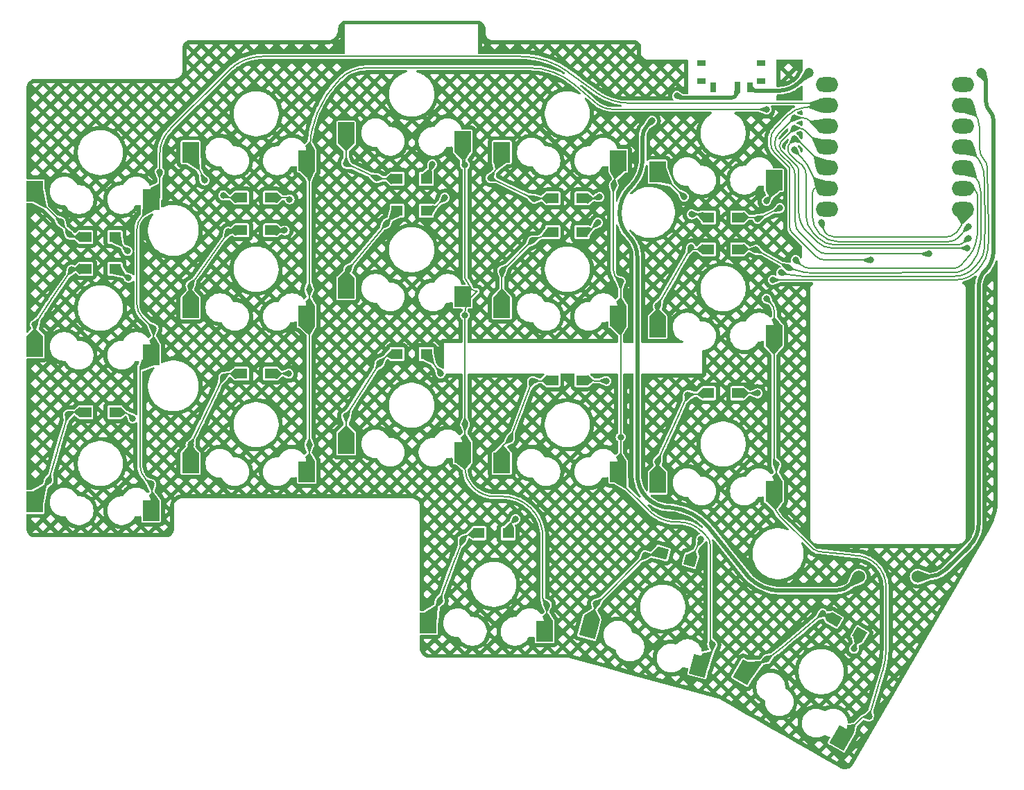
<source format=gbl>
%TF.GenerationSoftware,KiCad,Pcbnew,8.0.5*%
%TF.CreationDate,2025-01-31T00:00:51+02:00*%
%TF.ProjectId,1_3S,315f3353-2e6b-4696-9361-645f70636258,rev?*%
%TF.SameCoordinates,Original*%
%TF.FileFunction,Copper,L2,Bot*%
%TF.FilePolarity,Positive*%
%FSLAX46Y46*%
G04 Gerber Fmt 4.6, Leading zero omitted, Abs format (unit mm)*
G04 Created by KiCad (PCBNEW 8.0.5) date 2025-01-31 00:00:51*
%MOMM*%
%LPD*%
G01*
G04 APERTURE LIST*
G04 Aperture macros list*
%AMRotRect*
0 Rectangle, with rotation*
0 The origin of the aperture is its center*
0 $1 length*
0 $2 width*
0 $3 Rotation angle, in degrees counterclockwise*
0 Add horizontal line*
21,1,$1,$2,0,0,$3*%
%AMOutline5P*
0 Free polygon, 5 corners , with rotation*
0 The origin of the aperture is its center*
0 number of corners: always 5*
0 $1 to $10 corner X, Y*
0 $11 Rotation angle, in degrees counterclockwise*
0 create outline with 5 corners*
4,1,5,$1,$2,$3,$4,$5,$6,$7,$8,$9,$10,$1,$2,$11*%
%AMOutline6P*
0 Free polygon, 6 corners , with rotation*
0 The origin of the aperture is its center*
0 number of corners: always 6*
0 $1 to $12 corner X, Y*
0 $13 Rotation angle, in degrees counterclockwise*
0 create outline with 6 corners*
4,1,6,$1,$2,$3,$4,$5,$6,$7,$8,$9,$10,$11,$12,$1,$2,$13*%
%AMOutline7P*
0 Free polygon, 7 corners , with rotation*
0 The origin of the aperture is its center*
0 number of corners: always 7*
0 $1 to $14 corner X, Y*
0 $15 Rotation angle, in degrees counterclockwise*
0 create outline with 7 corners*
4,1,7,$1,$2,$3,$4,$5,$6,$7,$8,$9,$10,$11,$12,$13,$14,$1,$2,$15*%
%AMOutline8P*
0 Free polygon, 8 corners , with rotation*
0 The origin of the aperture is its center*
0 number of corners: always 8*
0 $1 to $16 corner X, Y*
0 $17 Rotation angle, in degrees counterclockwise*
0 create outline with 8 corners*
4,1,8,$1,$2,$3,$4,$5,$6,$7,$8,$9,$10,$11,$12,$13,$14,$15,$16,$1,$2,$17*%
G04 Aperture macros list end*
%TA.AperFunction,SMDPad,CuDef*%
%ADD10RotRect,1.425000X1.300000X165.000000*%
%TD*%
%TA.AperFunction,SMDPad,CuDef*%
%ADD11R,1.425000X1.300000*%
%TD*%
%TA.AperFunction,SMDPad,CuDef*%
%ADD12RotRect,1.425000X1.300000X150.000000*%
%TD*%
%TA.AperFunction,SMDPad,CuDef*%
%ADD13RotRect,2.000000X2.500000X330.000000*%
%TD*%
%TA.AperFunction,SMDPad,CuDef*%
%ADD14R,2.000000X2.500000*%
%TD*%
%TA.AperFunction,SMDPad,CuDef*%
%ADD15RotRect,2.000000X2.500000X345.000000*%
%TD*%
%TA.AperFunction,ComponentPad*%
%ADD16C,1.524000*%
%TD*%
%TA.AperFunction,SMDPad,CuDef*%
%ADD17O,2.750000X1.800000*%
%TD*%
%TA.AperFunction,ComponentPad*%
%ADD18C,1.200000*%
%TD*%
%TA.AperFunction,SMDPad,CuDef*%
%ADD19R,1.000000X0.800000*%
%TD*%
%TA.AperFunction,SMDPad,CuDef*%
%ADD20R,0.700000X1.280000*%
%TD*%
%TA.AperFunction,SMDPad,CuDef*%
%ADD21Outline5P,-0.350000X0.640000X0.350000X0.640000X0.350000X-0.640000X-0.070000X-0.640000X-0.350000X-0.360000X0.000000*%
%TD*%
%TA.AperFunction,ViaPad*%
%ADD22C,0.800000*%
%TD*%
%TA.AperFunction,Conductor*%
%ADD23C,0.200000*%
%TD*%
%TA.AperFunction,Conductor*%
%ADD24C,0.500000*%
%TD*%
G04 APERTURE END LIST*
D10*
X175505419Y-116849840D03*
X172052235Y-115924562D03*
D11*
X181287500Y-96400000D03*
X177712500Y-96400000D03*
D12*
X196178406Y-125851742D03*
X193082366Y-124064242D03*
D11*
X153287500Y-113500000D03*
X149712500Y-113500000D03*
X105287500Y-77300000D03*
X101712500Y-77300000D03*
X105287500Y-81197000D03*
X101712500Y-81197000D03*
X162287500Y-94800000D03*
X158712500Y-94800000D03*
X181287500Y-74900000D03*
X177712500Y-74900000D03*
X181287500Y-78800000D03*
X177712500Y-78800000D03*
X143287500Y-70200000D03*
X139712500Y-70200000D03*
X143287500Y-74100000D03*
X139712500Y-74100000D03*
X162287500Y-72600000D03*
X158712500Y-72600000D03*
X124287500Y-72500000D03*
X120712500Y-72500000D03*
X143287500Y-91600000D03*
X139712500Y-91600000D03*
X162287500Y-76700000D03*
X158712500Y-76700000D03*
X124287500Y-76500000D03*
X120712500Y-76500000D03*
X124287500Y-94000000D03*
X120712500Y-94000000D03*
X105287500Y-98700000D03*
X101712500Y-98700000D03*
D13*
X182199061Y-130489492D03*
X193971622Y-138498819D03*
D14*
X114500000Y-85940970D03*
X128700000Y-86990970D03*
D15*
X163191220Y-124992485D03*
X176635607Y-129681938D03*
D14*
X95500000Y-71690970D03*
X109700000Y-72740970D03*
X152500000Y-66940970D03*
X166700000Y-67990970D03*
X114500000Y-104940970D03*
X128700000Y-105990970D03*
X171500000Y-88315970D03*
X185700000Y-89365970D03*
X171500000Y-69315970D03*
X185700000Y-70365970D03*
X152500000Y-104940970D03*
X166700000Y-105990970D03*
X152500000Y-85940970D03*
X166700000Y-86990970D03*
D16*
X196044000Y-118806000D03*
X203244000Y-118806000D03*
D14*
X114500000Y-66940970D03*
X128700000Y-67990970D03*
X171500000Y-107315970D03*
X185700000Y-108365970D03*
X95500000Y-90690970D03*
X109700000Y-91740970D03*
X133500000Y-64565970D03*
X147700000Y-65615970D03*
X143500000Y-124440700D03*
X157700000Y-125490700D03*
X133500000Y-102565970D03*
X147700000Y-103615970D03*
X95500000Y-109690970D03*
X109700000Y-110740970D03*
X133500000Y-83565970D03*
X147700000Y-84615970D03*
D17*
X192205040Y-58696046D03*
X192205040Y-61236046D03*
X192205040Y-63776046D03*
X192205040Y-66316046D03*
X192205040Y-68856046D03*
X192205040Y-71396046D03*
X192205040Y-73936046D03*
X208794960Y-73936046D03*
X208794960Y-71396046D03*
X208794960Y-68856046D03*
X208794960Y-66316046D03*
X208794960Y-63776046D03*
X208794960Y-61236046D03*
X208794960Y-58696046D03*
D18*
X190000000Y-57216046D03*
X211000000Y-57216046D03*
D19*
X184150000Y-58300970D03*
X184150000Y-56080970D03*
X176850000Y-58300970D03*
X176850000Y-56080970D03*
D20*
X182750000Y-59060970D03*
D21*
X181250000Y-59060970D03*
D20*
X178250000Y-59060970D03*
D22*
X183700000Y-75100000D03*
X126600000Y-72700000D03*
X144018000Y-68453000D03*
X106807000Y-79038000D03*
X186436000Y-73787000D03*
X164427500Y-72427500D03*
X186563000Y-81661000D03*
X98679000Y-75482000D03*
X99700000Y-77000000D03*
X116200000Y-70400000D03*
X118500000Y-72200000D03*
X133500000Y-68365970D03*
X137200000Y-70100000D03*
X151100000Y-70100000D03*
X156464000Y-72644000D03*
X174752000Y-72390000D03*
X175641000Y-74549000D03*
X106956000Y-82318000D03*
X187452000Y-81026000D03*
X145542000Y-72517000D03*
X183491860Y-78867000D03*
X126000000Y-76500000D03*
X164211000Y-75565000D03*
X95500000Y-88000000D03*
X100000000Y-81300000D03*
X119126000Y-76659000D03*
X114500000Y-83200000D03*
X138402944Y-75664944D03*
X133731000Y-81248000D03*
X156210000Y-77724000D03*
X152525450Y-81423000D03*
X175600000Y-78600000D03*
X171500000Y-85700000D03*
X188341000Y-80137000D03*
X126500000Y-94000000D03*
X183700000Y-96400000D03*
X145034000Y-93980000D03*
X107442000Y-99485000D03*
X165263936Y-94900000D03*
X99568000Y-98977000D03*
X97200000Y-107100000D03*
X114500000Y-102700000D03*
X118500000Y-94400000D03*
X133500000Y-99155000D03*
X137600000Y-92700000D03*
X153500000Y-102000000D03*
X156200000Y-94900000D03*
X171500000Y-104700000D03*
X175200000Y-96600000D03*
X176805500Y-114194500D03*
X195453000Y-127635000D03*
X154178000Y-111760000D03*
X191516000Y-75565000D03*
X144900000Y-121800000D03*
X147700000Y-114300000D03*
X170000000Y-116200000D03*
X164000000Y-122100000D03*
X191643000Y-123317000D03*
X184800000Y-128900000D03*
X109728000Y-107490970D03*
X110744000Y-69342000D03*
X197485000Y-80137000D03*
X110000000Y-88490970D03*
X188214000Y-62738000D03*
X184785000Y-61722000D03*
X204597000Y-79375000D03*
X129000000Y-69740970D03*
X129000000Y-83740970D03*
X129000000Y-102740970D03*
X148000000Y-100200000D03*
X158000000Y-122240700D03*
X148000000Y-86868000D03*
X148000000Y-68500000D03*
X188214000Y-64008000D03*
X209296000Y-78670000D03*
X167000000Y-82740970D03*
X178172155Y-127115970D03*
X167000000Y-101740970D03*
X209423000Y-77470000D03*
X166151320Y-70993000D03*
X188214000Y-65304050D03*
X184785000Y-84836000D03*
X197300000Y-135900000D03*
X188214000Y-66675000D03*
X186000000Y-105115970D03*
X184785000Y-72898000D03*
X209423000Y-76073000D03*
X185547000Y-82550000D03*
X173863000Y-60071000D03*
X170815000Y-63119000D03*
D23*
X176805500Y-114194500D02*
X175526592Y-116962639D01*
X195453000Y-127635000D02*
X196178406Y-125851742D01*
X189173556Y-82112000D02*
X207691762Y-82112000D01*
X126500000Y-72600000D02*
X126600000Y-72700000D01*
X105287500Y-77518500D02*
X106807000Y-79038000D01*
X210217980Y-67264066D02*
X209069960Y-66116046D01*
X210723421Y-80367764D02*
X210311999Y-80870499D01*
X183700000Y-75100000D02*
X186436000Y-73787000D01*
X162287500Y-72600000D02*
X164255000Y-72600000D01*
X186563000Y-81661000D02*
X187423500Y-81886500D01*
X211443950Y-76769449D02*
X211366000Y-70035631D01*
X126258578Y-72500000D02*
X124287500Y-72500000D01*
X105287500Y-77300000D02*
X105546500Y-77006000D01*
X143287500Y-70200000D02*
X144018000Y-68453000D01*
X105287500Y-77300000D02*
X105287500Y-77518500D01*
X183358578Y-74900000D02*
X181287500Y-74900000D01*
X164255000Y-72600000D02*
X164427500Y-72427500D01*
X210217980Y-67264066D02*
G75*
G02*
X211365973Y-70035631I-2771580J-2771534D01*
G01*
X211443950Y-76769449D02*
G75*
G02*
X211391500Y-78676500I-24418750J-282651D01*
G01*
X126500000Y-72600000D02*
G75*
G03*
X126258578Y-72500009I-241400J-241400D01*
G01*
X189173556Y-82112000D02*
G75*
G02*
X187423502Y-81886491I44J6903700D01*
G01*
X207691762Y-82112000D02*
G75*
G03*
X210312020Y-80870516I38J3385800D01*
G01*
X210723421Y-80367764D02*
G75*
G03*
X211391499Y-78676500I-2309221J1889764D01*
G01*
X99700000Y-77000000D02*
X99850000Y-77150000D01*
X98854553Y-75684545D02*
X99700000Y-77000000D01*
X98679000Y-75482000D02*
X95716385Y-72519385D01*
X100212132Y-77300000D02*
X101912500Y-77300000D01*
X98679000Y-75482000D02*
X98742500Y-75545500D01*
X98854553Y-75684545D02*
G75*
G03*
X98742500Y-75545500I-702753J-451655D01*
G01*
X99850000Y-77150000D02*
G75*
G03*
X100212132Y-77299987I362100J362100D01*
G01*
X119012132Y-72500000D02*
X120712500Y-72500000D01*
X118650000Y-72350000D02*
X118500000Y-72200000D01*
X116200000Y-70400000D02*
X114500000Y-66940970D01*
X118650000Y-72350000D02*
G75*
G03*
X119012132Y-72499987I362100J362100D01*
G01*
X137300000Y-70200000D02*
X137200000Y-70100000D01*
X133500000Y-64565970D02*
X133500000Y-68365970D01*
X135890000Y-69469000D02*
X133500000Y-68365970D01*
X137200000Y-70100000D02*
X135890000Y-69469000D01*
X139712500Y-70200000D02*
X137300000Y-70200000D01*
X151100000Y-70100000D02*
X152500000Y-67940970D01*
X151100000Y-70100000D02*
X156464000Y-72644000D01*
X156635000Y-72600000D02*
X158712500Y-72600000D01*
X156464000Y-72644000D02*
X156635000Y-72600000D01*
X175641000Y-74549000D02*
X175665500Y-74524500D01*
X175724648Y-74500000D02*
X177712500Y-74500000D01*
X174752000Y-72390000D02*
X171677970Y-69315970D01*
X175724648Y-74500000D02*
G75*
G03*
X175665486Y-74524486I-48J-83600D01*
G01*
X143959000Y-74100000D02*
X145542000Y-72517000D01*
X187452000Y-81026000D02*
X188430000Y-81369000D01*
X126000000Y-76500000D02*
X124287500Y-76500000D01*
X143287500Y-74100000D02*
X143959000Y-74100000D01*
X106956000Y-82318000D02*
X105287500Y-81197000D01*
X182901226Y-78800000D02*
X181287500Y-78800000D01*
X183295930Y-78833500D02*
X183491860Y-78867000D01*
X210966000Y-71892788D02*
X210966000Y-77451000D01*
X163076000Y-76700000D02*
X164211000Y-75565000D01*
X191257958Y-81712000D02*
X190444403Y-81712000D01*
X162287500Y-76700000D02*
X163076000Y-76700000D01*
X187452000Y-81026000D02*
X183491860Y-78867000D01*
X194957864Y-81706031D02*
X207479447Y-81665631D01*
X210890966Y-78021030D02*
X210947000Y-77470000D01*
X210017980Y-69604066D02*
X209069960Y-68656046D01*
X210966000Y-71892788D02*
G75*
G03*
X210017966Y-69604080I-3236700J-12D01*
G01*
X188430000Y-81369000D02*
G75*
G03*
X190444403Y-81711998I2014400J5743700D01*
G01*
X209830365Y-80555134D02*
G75*
G03*
X210890996Y-78021033I-3638865J3012034D01*
G01*
X191257958Y-81712000D02*
G75*
G03*
X194957864Y-81706031I-958J1147279300D01*
G01*
X207479447Y-81665631D02*
G75*
G03*
X209830391Y-80555156I-9847J3064631D01*
G01*
X182901226Y-78800000D02*
G75*
G02*
X183295929Y-78833504I-26J-2342000D01*
G01*
X100175831Y-81197000D02*
X101844500Y-81197000D01*
X96137000Y-87011500D02*
X95500000Y-88000000D01*
X100000000Y-81300000D02*
X97437276Y-85051935D01*
X95500000Y-88000000D02*
X95500000Y-90690970D01*
X100000000Y-81300000D02*
X100051500Y-81248500D01*
X100051500Y-81248500D02*
G75*
G02*
X100175831Y-81197013I124300J-124300D01*
G01*
X96137000Y-87011500D02*
G75*
G02*
X97437276Y-85051935I73712200J-47500800D01*
G01*
X114500000Y-83200000D02*
X118946739Y-76986029D01*
X119397429Y-76500000D02*
X120712500Y-76500000D01*
X119205500Y-76579500D02*
X119126000Y-76659000D01*
X119062499Y-76849499D02*
X119081098Y-76830901D01*
X114500000Y-83200000D02*
X114500000Y-85940970D01*
X119126000Y-76659000D02*
X119126000Y-76722500D01*
X118946739Y-76986029D02*
G75*
G02*
X119062500Y-76849500I887161J-634871D01*
G01*
X119081098Y-76830901D02*
G75*
G03*
X119126000Y-76722500I-108398J108401D01*
G01*
X119205500Y-76579500D02*
G75*
G02*
X119397429Y-76500012I191900J-191900D01*
G01*
X133500000Y-83565970D02*
X133500000Y-81479000D01*
X139712500Y-74100000D02*
X138402944Y-75664944D01*
X138402944Y-75664944D02*
X133731000Y-81248000D01*
X133500000Y-81479000D02*
X133731000Y-81248000D01*
X152500000Y-85940970D02*
X152500000Y-81448450D01*
X156210000Y-77724000D02*
X156210000Y-77738450D01*
X156210000Y-77724000D02*
X158712500Y-76700000D01*
X152500000Y-81448450D02*
X152525450Y-81423000D01*
X156210000Y-77738450D02*
X152525450Y-81423000D01*
X175600000Y-78600000D02*
X171500000Y-85700000D01*
X175600000Y-78600000D02*
X175700000Y-78700000D01*
X175941421Y-78800000D02*
X177712500Y-78800000D01*
X171500000Y-85700000D02*
X171500000Y-88315970D01*
X175941421Y-78800000D02*
G75*
G02*
X175699994Y-78700006I-21J341400D01*
G01*
X165263936Y-94900000D02*
X162287500Y-94800000D01*
X210223023Y-71539023D02*
X210166454Y-71482454D01*
X210566000Y-76282433D02*
X210566000Y-72367042D01*
X145034000Y-93980000D02*
X143287500Y-91600000D01*
X107049500Y-99092500D02*
X107442000Y-99485000D01*
X208534000Y-80772000D02*
X208592615Y-80703615D01*
X208534000Y-80772000D02*
X209541868Y-79596153D01*
X190248641Y-81153000D02*
X207507519Y-81153000D01*
X126500000Y-94000000D02*
X124287500Y-94000000D01*
X210275877Y-78231432D02*
X210309531Y-78113642D01*
X188341000Y-80137000D02*
X188912500Y-80645000D01*
X106101921Y-98700000D02*
X105287500Y-98700000D01*
X183700000Y-96400000D02*
X181287500Y-96400000D01*
X188912500Y-80645000D02*
G75*
G03*
X190248641Y-81152962I1336100J1503200D01*
G01*
X210566000Y-72367042D02*
G75*
G03*
X210223045Y-71539001I-1171000J42D01*
G01*
X207507519Y-81153000D02*
G75*
G03*
X208592597Y-80703597I-19J1534700D01*
G01*
X210309531Y-78113642D02*
G75*
G03*
X210566006Y-76282433I-6409331J1831242D01*
G01*
X210166454Y-71482454D02*
G75*
G03*
X209475003Y-71196042I-691454J-691446D01*
G01*
X107049500Y-99092500D02*
G75*
G03*
X106101921Y-98699991I-947600J-947600D01*
G01*
X209541868Y-79596153D02*
G75*
G03*
X210275874Y-78231431I-2755268J2361653D01*
G01*
X97200000Y-107100000D02*
X95500000Y-109690970D01*
X98261500Y-103366446D02*
X97200000Y-107100000D01*
X99568000Y-98977000D02*
X99123500Y-100437500D01*
X100040868Y-98700000D02*
X101712500Y-98700000D01*
X99568000Y-98977000D02*
X99706500Y-98838500D01*
X98261500Y-103366446D02*
G75*
G02*
X99123500Y-100437500I159290000J-45288354D01*
G01*
X100040868Y-98700000D02*
G75*
G03*
X99706509Y-98838509I32J-472900D01*
G01*
X119182842Y-94000000D02*
X120712500Y-94000000D01*
X117670000Y-96197500D02*
X118500000Y-94400000D01*
X114500000Y-102700000D02*
X114500000Y-104940970D01*
X118500000Y-94400000D02*
X118700000Y-94200000D01*
X115958342Y-99767734D02*
X114500000Y-102700000D01*
X117670000Y-96197500D02*
G75*
G02*
X115958342Y-99767734I-124237602J57367140D01*
G01*
X118700000Y-94200000D02*
G75*
G02*
X119182842Y-94000018I482800J-482800D01*
G01*
X136271000Y-94742000D02*
X133500000Y-99155000D01*
X138700000Y-91600000D02*
X137600000Y-92700000D01*
X137600000Y-92700000D02*
X136271000Y-94742000D01*
X133500000Y-102565970D02*
X133500000Y-99155000D01*
X139712500Y-91600000D02*
X138700000Y-91600000D01*
X152500000Y-104940970D02*
X152500000Y-103000000D01*
X158712500Y-94800000D02*
X156200000Y-94900000D01*
X152500000Y-103000000D02*
X153500000Y-102000000D01*
X153500000Y-102000000D02*
X156200000Y-94900000D01*
X171500000Y-104700000D02*
X171500000Y-107315970D01*
X175200000Y-96600000D02*
X177712500Y-96400000D01*
X172300500Y-102959500D02*
X171500000Y-104700000D01*
X175200000Y-96600000D02*
X173893576Y-99474877D01*
X172300500Y-102959500D02*
G75*
G03*
X173893576Y-99474877I-765737085J352180887D01*
G01*
X193276757Y-77345386D02*
X206493178Y-77343108D01*
X208788000Y-74868299D02*
X208788000Y-74018006D01*
X153587843Y-112350156D02*
X154178000Y-111760000D01*
X191516000Y-75565000D02*
X191743549Y-76323496D01*
X153587843Y-112350156D02*
G75*
G03*
X153287524Y-113075250I725057J-725044D01*
G01*
X192360110Y-77100921D02*
G75*
G03*
X193276757Y-77345365I916290J1595121D01*
G01*
X192360110Y-77100921D02*
G75*
G02*
X191743513Y-76323507I667590J1162721D01*
G01*
X208026000Y-76708000D02*
G75*
G03*
X208787999Y-74868299I-1839800J1839700D01*
G01*
X206493178Y-77343108D02*
G75*
G03*
X208026005Y-76708005I-378J2168208D01*
G01*
X147700000Y-114300000D02*
X146859778Y-116471996D01*
X149065685Y-113500000D02*
X149712500Y-113500000D01*
X144900000Y-121800000D02*
X145538500Y-120018500D01*
X148100000Y-113900000D02*
X147700000Y-114300000D01*
X144900000Y-121800000D02*
X143500000Y-124440700D01*
X148100000Y-113900000D02*
G75*
G02*
X149065685Y-113499994I965700J-965700D01*
G01*
X146859778Y-116471996D02*
G75*
G03*
X145538499Y-120018500I141359222J-54683904D01*
G01*
X170000000Y-116200000D02*
X172073408Y-116037361D01*
X164135355Y-122064644D02*
X170000000Y-116200000D01*
X164000000Y-122100000D02*
X163191220Y-124992485D01*
X164050000Y-122100000D02*
X164000000Y-122100000D01*
X164135355Y-122064644D02*
G75*
G02*
X164050000Y-122100002I-85355J85344D01*
G01*
X191643000Y-123317000D02*
X186642447Y-127522010D01*
X191643000Y-123317000D02*
X193351980Y-124306250D01*
X184800000Y-128900000D02*
X182199061Y-130489492D01*
X184800000Y-128900000D02*
X185427500Y-128458000D01*
X185427500Y-128458000D02*
G75*
G03*
X186642446Y-127522009I-10329400J14664400D01*
G01*
X109728000Y-107490970D02*
X109649970Y-107490970D01*
X108331000Y-105134483D02*
X108331000Y-93109970D01*
X110744000Y-72517000D02*
X110744000Y-67203446D01*
X187618728Y-76074373D02*
X187618728Y-69011105D01*
X109649970Y-107490970D02*
X109064636Y-106905636D01*
X168150419Y-60960000D02*
X189280954Y-60960000D01*
X109700000Y-72740970D02*
X110744000Y-71696970D01*
X110000000Y-88490970D02*
X108623456Y-87114426D01*
X189280954Y-60960000D02*
X191930040Y-61036046D01*
X108659456Y-74728544D02*
X109700000Y-73688000D01*
X123327678Y-55245000D02*
X154754658Y-55245000D01*
X189459090Y-61467888D02*
X191730040Y-61236046D01*
X160715992Y-57213854D02*
X163991162Y-59642110D01*
X190663849Y-79547321D02*
X187921247Y-76804719D01*
X185873572Y-64037185D02*
X187348037Y-62498613D01*
X110000000Y-88490970D02*
X110000000Y-91440970D01*
X187565590Y-68882819D02*
X185827797Y-67097441D01*
X110744000Y-71696970D02*
X110744000Y-69342000D01*
X185293000Y-65781258D02*
X185293000Y-65482090D01*
X108331000Y-93109970D02*
X109700000Y-91740970D01*
X109728000Y-107490970D02*
X110000000Y-110228837D01*
X112015693Y-64133307D02*
X119190201Y-56958799D01*
X107950000Y-85488559D02*
X107950000Y-76441322D01*
X197485000Y-80137000D02*
X192087461Y-80137000D01*
X187618728Y-69011105D02*
G75*
G03*
X187565593Y-68882816I-181428J5D01*
G01*
X192087461Y-80137000D02*
G75*
G02*
X190663867Y-79547303I39J2013300D01*
G01*
X187921247Y-76804719D02*
G75*
G02*
X187618749Y-76074373I730353J730319D01*
G01*
X108331000Y-105134483D02*
G75*
G03*
X109064625Y-106905647I2504800J-17D01*
G01*
X185293000Y-65482090D02*
G75*
G02*
X185873577Y-64037189I2088300J-10D01*
G01*
X187348037Y-62498613D02*
G75*
G02*
X189459088Y-61467872I2456663J-2354287D01*
G01*
X107950000Y-85488559D02*
G75*
G03*
X108623440Y-87114442I2299300J-41D01*
G01*
X110744000Y-67203446D02*
G75*
G02*
X112015677Y-64133291I4341800J46D01*
G01*
X185827797Y-67097441D02*
G75*
G02*
X185293024Y-65781258I1352203J1316141D01*
G01*
X119190201Y-56958799D02*
G75*
G02*
X123327678Y-55244991I4137499J-4137501D01*
G01*
X108659456Y-74728544D02*
G75*
G03*
X107950006Y-76441322I1712744J-1712756D01*
G01*
X163991162Y-59642110D02*
G75*
G03*
X168150419Y-60959979I4159238J5904410D01*
G01*
X154754658Y-55245000D02*
G75*
G02*
X160716013Y-57213826I42J-10009400D01*
G01*
X129000000Y-102740970D02*
X129000000Y-105690970D01*
X166155771Y-61722000D02*
X184785000Y-61722000D01*
X186367404Y-64542514D02*
X186414959Y-64494959D01*
X128700000Y-68609903D02*
X128700000Y-69228837D01*
X129000000Y-83740970D02*
X129000000Y-86690970D01*
X188330896Y-75794978D02*
X188312500Y-75288736D01*
X186617715Y-67304280D02*
X186210603Y-66897782D01*
X204597000Y-79375000D02*
X192200064Y-79375000D01*
X129000000Y-69740970D02*
X129000000Y-67046177D01*
X187751739Y-68436338D02*
X186621069Y-67305668D01*
X129000000Y-83740970D02*
X129000000Y-69740970D01*
X188214000Y-62738000D02*
X189120319Y-62738000D01*
X188284000Y-73719691D02*
X188284000Y-69721328D01*
X136049194Y-56642000D02*
X155838045Y-56642000D01*
X129000000Y-102740970D02*
X129000000Y-87503102D01*
X186414959Y-64494959D02*
X188214000Y-62738000D01*
X186621069Y-67305668D02*
X186619393Y-67304974D01*
X128850000Y-69590970D02*
X129000000Y-69740970D01*
X186619393Y-67304974D02*
X186617715Y-67304280D01*
X161398614Y-58713017D02*
X163703000Y-60706000D01*
X190913967Y-78842281D02*
X188820563Y-76748877D01*
X186367404Y-64542514D02*
G75*
G03*
X185801017Y-65909970I1367396J-1367386D01*
G01*
X132742183Y-58011817D02*
G75*
G02*
X136049194Y-56641996I3307017J-3306983D01*
G01*
X155838045Y-56642000D02*
G75*
G02*
X161398591Y-58713043I-45J-8500400D01*
G01*
X192200064Y-79375000D02*
G75*
G02*
X190913988Y-78842260I36J1818800D01*
G01*
X188284000Y-69721328D02*
G75*
G03*
X187751764Y-68436313I-1817300J28D01*
G01*
X188482421Y-76312578D02*
G75*
G02*
X188330912Y-75794977I944279J557378D01*
G01*
X188312500Y-75288736D02*
G75*
G02*
X188284002Y-73719691I43173400J1568936D01*
G01*
X190131931Y-63157023D02*
G75*
G03*
X189120319Y-62737976I-1011631J-1011577D01*
G01*
X163703000Y-60706000D02*
G75*
G03*
X166155771Y-61722012I2452800J2452700D01*
G01*
X188820563Y-76748877D02*
G75*
G02*
X188482416Y-76312581I1552037J1552077D01*
G01*
X185801000Y-65909970D02*
G75*
G03*
X186210592Y-66897793I1395900J-30D01*
G01*
X129000000Y-67046177D02*
G75*
G02*
X132742204Y-58011838I12776400J-23D01*
G01*
X128850000Y-69590970D02*
G75*
G02*
X128699964Y-69228837I362100J362170D01*
G01*
X190131931Y-63157023D02*
G75*
G03*
X191143542Y-63576013I1011569J1011623D01*
G01*
X158000000Y-122240700D02*
X157750000Y-121990700D01*
X149500000Y-83900000D02*
X149242015Y-83900000D01*
X189570260Y-64362260D02*
X191324046Y-66116046D01*
X148000000Y-105650000D02*
X148000000Y-105350543D01*
X188684000Y-70073303D02*
X188727411Y-74214960D01*
X188531814Y-68650727D02*
X187632609Y-67751522D01*
X148000000Y-103315970D02*
X148000000Y-100200000D01*
X148883883Y-107783883D02*
X149050000Y-107950000D01*
X148000000Y-100464189D02*
X148000000Y-86460660D01*
X188715000Y-64008000D02*
X188214000Y-64008000D01*
X192884793Y-78670000D02*
X209296000Y-78670000D01*
X148750000Y-84650000D02*
X149500000Y-83900000D01*
X189771702Y-76736095D02*
X190871805Y-77836195D01*
X148801607Y-83717577D02*
X148000000Y-82315970D01*
X158000000Y-122240700D02*
X158000000Y-124978567D01*
X186585916Y-65636083D02*
X188214000Y-64008000D01*
X148000000Y-66500000D02*
X148000000Y-82315970D01*
X147700000Y-68200000D02*
X148000000Y-68500000D01*
X151584924Y-109000000D02*
X152549390Y-109000000D01*
X186596041Y-66711575D02*
X186584239Y-66699696D01*
X157500000Y-113950609D02*
X157500000Y-121387146D01*
X188684000Y-69018137D02*
X188684000Y-70073303D01*
X147700000Y-65615970D02*
X147700000Y-68200000D01*
X151584924Y-109000000D02*
G75*
G02*
X149049993Y-107950007I-24J3584900D01*
G01*
X149242015Y-83900000D02*
G75*
G02*
X148801606Y-83717578I-15J622800D01*
G01*
X186596041Y-66711575D02*
G75*
G03*
X187632609Y-67751522I320154659J318077875D01*
G01*
X186585916Y-65636083D02*
G75*
G03*
X186584270Y-66699665I532684J-532617D01*
G01*
X147973946Y-104752766D02*
G75*
G02*
X148000003Y-105350543I-6845046J-597834D01*
G01*
X148000000Y-105650000D02*
G75*
G03*
X148883876Y-107783890I3017800J0D01*
G01*
X148000000Y-86460660D02*
G75*
G02*
X148750032Y-84650032I2560600J-40D01*
G01*
X188531814Y-68650727D02*
G75*
G02*
X188683973Y-69018137I-367414J-367373D01*
G01*
X188727411Y-74214960D02*
G75*
G03*
X189771688Y-76736109I3565389J-40D01*
G01*
X156050000Y-110450000D02*
G75*
G02*
X157499996Y-113950609I-3500600J-3500600D01*
G01*
X156050000Y-110450000D02*
G75*
G03*
X152549390Y-109000004I-3500600J-3500600D01*
G01*
X190871805Y-77836195D02*
G75*
G03*
X192884793Y-78670005I2012995J2012995D01*
G01*
X157500000Y-121387146D02*
G75*
G03*
X157749984Y-121990716I853500J-54D01*
G01*
X188715000Y-64008000D02*
G75*
G02*
X189570256Y-64362264I0J-1209500D01*
G01*
X167000000Y-86690970D02*
X167000000Y-82740970D01*
X167000000Y-87503102D02*
X167000000Y-106478837D01*
X188551739Y-68104966D02*
X188706173Y-68199000D01*
X188214000Y-65304050D02*
X188341000Y-65304050D01*
X188557802Y-65393852D02*
X191819996Y-68656046D01*
X187696986Y-67250213D02*
X188551739Y-68104966D01*
X177808200Y-128509344D02*
X176635607Y-129681938D01*
X166100000Y-81294233D02*
X166100000Y-71277366D01*
X189611000Y-69621368D02*
X189611000Y-74644627D01*
X178049577Y-126993392D02*
X178172155Y-127115970D01*
X173795990Y-112141000D02*
X174196886Y-112141000D01*
X166243000Y-70485000D02*
X166151320Y-70993000D01*
X178172155Y-127630680D02*
X178172155Y-127115970D01*
X166881989Y-82670636D02*
X167000000Y-82740970D01*
X193125028Y-78270000D02*
X208057314Y-78270000D01*
X209023000Y-77870000D02*
X209423000Y-77470000D01*
X190531231Y-76866231D02*
X191093528Y-77428526D01*
X166151320Y-70993000D02*
X166100000Y-71277366D01*
X177154713Y-113535530D02*
X176834475Y-113233525D01*
X170474028Y-110764998D02*
X166700000Y-106990970D01*
X188214000Y-65304050D02*
X187696986Y-65821063D01*
X166700000Y-67990970D02*
X166243000Y-70485000D01*
X188706173Y-68199000D02*
X189178552Y-68577345D01*
X177545528Y-113944578D02*
X177418764Y-113804789D01*
X177927000Y-126697464D02*
X177927000Y-114865534D01*
X166881989Y-82670636D02*
G75*
G02*
X166099962Y-81294233I820311J1376436D01*
G01*
X191093528Y-77428526D02*
G75*
G03*
X193125028Y-78269973I2031472J2031526D01*
G01*
X187696986Y-65821063D02*
G75*
G03*
X187401038Y-66535638I714614J-714537D01*
G01*
X170474028Y-110764998D02*
G75*
G03*
X173795990Y-112140996I3321972J3321998D01*
G01*
X188557802Y-65393852D02*
G75*
G03*
X188341000Y-65304034I-216802J-216748D01*
G01*
X189178552Y-68577345D02*
G75*
G02*
X189611015Y-69621368I-1044052J-1044055D01*
G01*
X177154713Y-113535530D02*
G75*
G02*
X177418761Y-113804792I-3312613J-3512570D01*
G01*
X187401000Y-66535638D02*
G75*
G03*
X187696997Y-67250202I1010600J38D01*
G01*
X176834475Y-113233525D02*
G75*
G03*
X174196886Y-112141006I-2637575J-2637575D01*
G01*
X208057314Y-78270000D02*
G75*
G03*
X209022996Y-77869996I-14J1365700D01*
G01*
X178049577Y-126993392D02*
G75*
G02*
X177927024Y-126697464I295923J295892D01*
G01*
X178172155Y-127630680D02*
G75*
G02*
X177808218Y-128509362I-1242655J-20D01*
G01*
X177545528Y-113944578D02*
G75*
G02*
X177926985Y-114865534I-920928J-920922D01*
G01*
X189611000Y-74644627D02*
G75*
G03*
X190531243Y-76866219I3141800J27D01*
G01*
X191130040Y-70796046D02*
X191730040Y-71396046D01*
X184785000Y-72898000D02*
X185242500Y-72440500D01*
X190373000Y-74713388D02*
X190373000Y-71933437D01*
X184785000Y-84836000D02*
X185267500Y-85318500D01*
X185750000Y-89280614D02*
X185750000Y-86483358D01*
X185700000Y-89401325D02*
X185700000Y-104603837D01*
X185700000Y-109567985D02*
X185700000Y-108365970D01*
X197300000Y-135900000D02*
X198989488Y-130282773D01*
X196312502Y-136157938D02*
X193971622Y-138498819D01*
X190553844Y-115463690D02*
X186549952Y-111619952D01*
X195487553Y-116205000D02*
X191139264Y-115736550D01*
X199390000Y-127560591D02*
X199390000Y-120107446D01*
X185850000Y-104965970D02*
X186000000Y-105115970D01*
X197300000Y-135900000D02*
X196935220Y-135900000D01*
X186000000Y-105115970D02*
X186000000Y-108065970D01*
X189173355Y-67708151D02*
X188214000Y-66675000D01*
X207032098Y-77870000D02*
X193529626Y-77870000D01*
X209423000Y-76073000D02*
X208219940Y-77377980D01*
X190227561Y-69403261D02*
X190227347Y-69402699D01*
X190227347Y-69402699D02*
G75*
G03*
X189173366Y-67708141I-4886747J-1864401D01*
G01*
X185700000Y-71335997D02*
G75*
G02*
X185242501Y-72440501I-1562000J-3D01*
G01*
X199390000Y-120107446D02*
G75*
G03*
X198247034Y-117347966I-3902500J46D01*
G01*
X196312502Y-136157938D02*
G75*
G02*
X196935220Y-135899997I622698J-622662D01*
G01*
X186549952Y-111619952D02*
G75*
G02*
X185700004Y-109567985I2051948J2051952D01*
G01*
X191110391Y-71196046D02*
G75*
G03*
X190588989Y-71412035I9J-737354D01*
G01*
X198247000Y-117348000D02*
G75*
G03*
X195487553Y-116205019I-2759400J-2759400D01*
G01*
X193529626Y-77870000D02*
G75*
G02*
X191297547Y-76945453I-26J3156600D01*
G01*
X185850000Y-104965970D02*
G75*
G02*
X185699964Y-104603837I362100J362170D01*
G01*
X190373000Y-74713388D02*
G75*
G03*
X191297547Y-76945453I3156600J-12D01*
G01*
X198989488Y-130282773D02*
G75*
G03*
X199390000Y-127560591I-9050688J2722173D01*
G01*
X185267500Y-85318500D02*
G75*
G02*
X185750017Y-86483358I-1164900J-1164900D01*
G01*
X207032098Y-77870000D02*
G75*
G03*
X208219949Y-77377989I2J1679900D01*
G01*
X190227561Y-69403261D02*
G75*
G03*
X191130035Y-70796051I3711239J1415961D01*
G01*
X190553844Y-115463690D02*
G75*
G03*
X191139263Y-115736563I692556J721390D01*
G01*
X190588977Y-71412023D02*
G75*
G03*
X190373029Y-71933437I521423J-521377D01*
G01*
X207883200Y-82550000D02*
X185547000Y-82550000D01*
X211935478Y-76384146D02*
X211766000Y-68915323D01*
X210923295Y-80934358D02*
X210629500Y-81280000D01*
X209944980Y-61911066D02*
X209069960Y-61036046D01*
X210820000Y-64023551D02*
X210820000Y-66631476D01*
X211836000Y-78803500D02*
G75*
G03*
X211935472Y-76384146I-18890300J1988400D01*
G01*
X211766000Y-68915323D02*
G75*
G03*
X211293007Y-67773393I-1614900J23D01*
G01*
X207883200Y-82550000D02*
G75*
G03*
X210629512Y-81280010I0J3604400D01*
G01*
X210820000Y-64023551D02*
G75*
G03*
X209944955Y-61911091I-2987500J-49D01*
G01*
X211836000Y-78803500D02*
G75*
G02*
X210923304Y-80934366I-3902900J410800D01*
G01*
X211293000Y-67773400D02*
G75*
G02*
X210820010Y-66631476I1141900J1141900D01*
G01*
D24*
X204525000Y-118806000D02*
X203244000Y-118806000D01*
X211582000Y-58209582D02*
X211582000Y-60785705D01*
X210693000Y-83419086D02*
X210693000Y-112349229D01*
X209583005Y-115028994D02*
X206711803Y-117900196D01*
X212470948Y-62931925D02*
X212469783Y-75686260D01*
X212497619Y-75714096D02*
X212497619Y-79002041D01*
X211469422Y-81484327D02*
X211145653Y-81808096D01*
X212469783Y-75686260D02*
X212497619Y-75714096D01*
X211000000Y-57216046D02*
X211291000Y-57507046D01*
X211291000Y-57507046D02*
G75*
G02*
X211582023Y-58209582I-702500J-702554D01*
G01*
X211145653Y-81808096D02*
G75*
G03*
X210692996Y-83419086I2640447J-1611004D01*
G01*
X206711803Y-117900196D02*
G75*
G02*
X204525000Y-118806002I-2186803J2186796D01*
G01*
X212064467Y-61950467D02*
G75*
G02*
X211581995Y-60785705I1164733J1164767D01*
G01*
X212064467Y-61950467D02*
G75*
G02*
X212470938Y-62931925I-981367J-981333D01*
G01*
X210693000Y-112349229D02*
G75*
G02*
X209582999Y-115028988I-3789800J29D01*
G01*
X211469422Y-81484327D02*
G75*
G03*
X212497637Y-79002041I-2482322J2482327D01*
G01*
X168275000Y-71120000D02*
X168135235Y-71259764D01*
X193112897Y-120523000D02*
X186530963Y-120523000D01*
X169037000Y-79758643D02*
X169037000Y-106334176D01*
X173863000Y-60071000D02*
X173990000Y-60198000D01*
X182683207Y-118929207D02*
X177877379Y-112932239D01*
X181176000Y-59692985D02*
X181250000Y-59060970D01*
X169672000Y-65070223D02*
X169672000Y-67747343D01*
X170815000Y-63119000D02*
X170243500Y-63690500D01*
X166878000Y-74295000D02*
X166878000Y-74546356D01*
X196044000Y-118806000D02*
X195185500Y-119664500D01*
X180465667Y-60325000D02*
X174296605Y-60325000D01*
X170243500Y-63690500D02*
G75*
G03*
X169672010Y-65070223I1379700J-1379700D01*
G01*
X168135235Y-71259764D02*
G75*
G03*
X166878008Y-74295000I3035265J-3035236D01*
G01*
X180465667Y-60325000D02*
G75*
G03*
X181176045Y-59692990I33J715200D01*
G01*
X169672000Y-67747343D02*
G75*
G02*
X168274987Y-71119987I-4769700J43D01*
G01*
X166878000Y-74546356D02*
G75*
G03*
X167957487Y-77152513I3685600J-44D01*
G01*
X195185500Y-119664500D02*
G75*
G02*
X193112897Y-120522999I-2072600J2072600D01*
G01*
X177877379Y-112932239D02*
G75*
G03*
X173065822Y-110363008I-5404279J-4330861D01*
G01*
X167957500Y-77152500D02*
G75*
G02*
X169036982Y-79758643I-2606100J-2606100D01*
G01*
X174296605Y-60325000D02*
G75*
G02*
X173989998Y-60198002I-5J433600D01*
G01*
X169037000Y-106334176D02*
G75*
G03*
X170217008Y-109182992I4028800J-24D01*
G01*
X170217015Y-109182985D02*
G75*
G03*
X173065823Y-110362990I2848785J2848785D01*
G01*
X186530963Y-120523000D02*
G75*
G02*
X182683215Y-118929199I37J5441600D01*
G01*
X188890023Y-58326023D02*
X190000000Y-57216046D01*
X182957515Y-59268485D02*
X182790000Y-59100970D01*
X183361931Y-59436000D02*
X186210301Y-59436000D01*
X182957515Y-59268485D02*
G75*
G03*
X183361931Y-59435987I404385J404385D01*
G01*
X188890023Y-58326023D02*
G75*
G02*
X186210301Y-59436001I-2679723J2679723D01*
G01*
%TA.AperFunction,NonConductor*%
G36*
X189171153Y-55636242D02*
G01*
X189216915Y-55689040D01*
X189228125Y-55741195D01*
X189222035Y-56940873D01*
X189207938Y-56997669D01*
X188808187Y-57762718D01*
X188785967Y-57792974D01*
X188599826Y-57979116D01*
X188599823Y-57979120D01*
X188573613Y-58005328D01*
X188569208Y-58009521D01*
X188333183Y-58223441D01*
X188323777Y-58231161D01*
X188070348Y-58419117D01*
X188060230Y-58425877D01*
X187789618Y-58588076D01*
X187778886Y-58593813D01*
X187493655Y-58728717D01*
X187482412Y-58733373D01*
X187185361Y-58839660D01*
X187173716Y-58843193D01*
X186867653Y-58919857D01*
X186855719Y-58922231D01*
X186543627Y-58968526D01*
X186531517Y-58969719D01*
X186231063Y-58984480D01*
X186213332Y-58985351D01*
X186207250Y-58985500D01*
X186142447Y-58985500D01*
X186075408Y-58965815D01*
X186029653Y-58913011D01*
X186018447Y-58861772D01*
X186017633Y-58490475D01*
X186017384Y-58377054D01*
X186985091Y-58377054D01*
X187034883Y-58364582D01*
X187297345Y-58270672D01*
X187549355Y-58151479D01*
X187701430Y-58060329D01*
X187501623Y-57860522D01*
X186985091Y-58377054D01*
X186017384Y-58377054D01*
X186014392Y-57011276D01*
X186512391Y-57011276D01*
X186514575Y-58007674D01*
X186582385Y-58075484D01*
X187149485Y-57508384D01*
X187853762Y-57508384D01*
X188104224Y-57758846D01*
X188227977Y-57646685D01*
X188247693Y-57626971D01*
X188393332Y-57481329D01*
X188588120Y-57108542D01*
X188420862Y-56941284D01*
X187853762Y-57508384D01*
X187149485Y-57508384D01*
X186582384Y-56941283D01*
X186512391Y-57011276D01*
X186014392Y-57011276D01*
X186013467Y-56589145D01*
X186934523Y-56589145D01*
X187501623Y-57156245D01*
X188068724Y-56589145D01*
X187594336Y-56114757D01*
X187408886Y-56114781D01*
X186934523Y-56589145D01*
X186013467Y-56589145D01*
X186011609Y-55741212D01*
X186031146Y-55674133D01*
X186083849Y-55628263D01*
X186135587Y-55616945D01*
X189104115Y-55616567D01*
X189171153Y-55636242D01*
G37*
%TD.AperFunction*%
%TA.AperFunction,NonConductor*%
G36*
X189141237Y-58816766D02*
G01*
X189193309Y-58863353D01*
X189211941Y-58929358D01*
X189203786Y-60536129D01*
X189183762Y-60603068D01*
X189130726Y-60648554D01*
X189079788Y-60659500D01*
X186146116Y-60659500D01*
X186079077Y-60639815D01*
X186033322Y-60587011D01*
X186022116Y-60535772D01*
X186021341Y-60182216D01*
X186020965Y-60010770D01*
X186040503Y-59943689D01*
X186093206Y-59897819D01*
X186144965Y-59886500D01*
X186395433Y-59886500D01*
X186395433Y-59886499D01*
X186764285Y-59854230D01*
X187128922Y-59789934D01*
X187450945Y-59703647D01*
X187486561Y-59694105D01*
X187486562Y-59694104D01*
X187486568Y-59694103D01*
X187794374Y-59582071D01*
X187834496Y-59567468D01*
X187834497Y-59567467D01*
X187834501Y-59567466D01*
X188170072Y-59410987D01*
X188490729Y-59225856D01*
X188794030Y-59013482D01*
X189008238Y-58833739D01*
X189072245Y-58805727D01*
X189141237Y-58816766D01*
G37*
%TD.AperFunction*%
%TA.AperFunction,NonConductor*%
G36*
X162232730Y-58715874D02*
G01*
X162255173Y-58729106D01*
X163744163Y-59833064D01*
X163766789Y-59849839D01*
X163779083Y-59860288D01*
X163779197Y-59860368D01*
X163813923Y-59884830D01*
X163816282Y-59886534D01*
X163843972Y-59907064D01*
X163843974Y-59907064D01*
X163845161Y-59907724D01*
X163856363Y-59914753D01*
X164020290Y-60030242D01*
X164027850Y-60035568D01*
X164027867Y-60035580D01*
X164407680Y-60266101D01*
X164466540Y-60301825D01*
X164922351Y-60537572D01*
X164922359Y-60537575D01*
X164922360Y-60537576D01*
X165056034Y-60595536D01*
X165393166Y-60741714D01*
X165876795Y-60913303D01*
X165876798Y-60913304D01*
X166370977Y-61051537D01*
X166370979Y-61051537D01*
X166370992Y-61051541D01*
X166873459Y-61155785D01*
X167010947Y-61174651D01*
X167074686Y-61203267D01*
X167112837Y-61261801D01*
X167113286Y-61331670D01*
X167075890Y-61390689D01*
X167012522Y-61420122D01*
X166994087Y-61421500D01*
X166158828Y-61421500D01*
X166152742Y-61421351D01*
X165851313Y-61406539D01*
X165839203Y-61405346D01*
X165543707Y-61361511D01*
X165531772Y-61359137D01*
X165241986Y-61286546D01*
X165230341Y-61283013D01*
X165069752Y-61225551D01*
X164949073Y-61182369D01*
X164937838Y-61177715D01*
X164667776Y-61049980D01*
X164657047Y-61044245D01*
X164641368Y-61034847D01*
X164460245Y-60926281D01*
X164400823Y-60890663D01*
X164390706Y-60883903D01*
X164150758Y-60705940D01*
X164141351Y-60698219D01*
X163941804Y-60517352D01*
X163932418Y-60507877D01*
X163929498Y-60504593D01*
X163911193Y-60488762D01*
X163904625Y-60482653D01*
X163881836Y-60459863D01*
X163873943Y-60454129D01*
X163874018Y-60454025D01*
X163860563Y-60444975D01*
X163724642Y-60327422D01*
X163211693Y-59883790D01*
X162100209Y-58922506D01*
X162062380Y-58863763D01*
X162062314Y-58793894D01*
X162100033Y-58735080D01*
X162163562Y-58705996D01*
X162232730Y-58715874D01*
G37*
%TD.AperFunction*%
%TA.AperFunction,NonConductor*%
G36*
X189111322Y-61852449D02*
G01*
X189168829Y-61892131D01*
X189195755Y-61956604D01*
X189196502Y-61970846D01*
X189194804Y-62305340D01*
X189174780Y-62372279D01*
X189121744Y-62417765D01*
X189052536Y-62427358D01*
X189023114Y-62419173D01*
X188991266Y-62405903D01*
X188577483Y-62233493D01*
X188523172Y-62189539D01*
X188501246Y-62123199D01*
X188518667Y-62055536D01*
X188569904Y-62008032D01*
X188570456Y-62007759D01*
X188580068Y-62003066D01*
X188591500Y-61998181D01*
X188872756Y-61894395D01*
X188884650Y-61890674D01*
X189041490Y-61850158D01*
X189111322Y-61852449D01*
G37*
%TD.AperFunction*%
%TA.AperFunction,NonConductor*%
G36*
X189150704Y-63082193D02*
G01*
X189186482Y-63142207D01*
X189190396Y-63173753D01*
X189188131Y-63620037D01*
X189168107Y-63686976D01*
X189115071Y-63732462D01*
X189045863Y-63742055D01*
X189032043Y-63739183D01*
X189010223Y-63733337D01*
X189010220Y-63733336D01*
X189006303Y-63732287D01*
X189006516Y-63731491D01*
X188981533Y-63722784D01*
X188954237Y-63708777D01*
X188781308Y-63620037D01*
X188631886Y-63543360D01*
X188631881Y-63543358D01*
X188530202Y-63491180D01*
X188524024Y-63487272D01*
X188523878Y-63487527D01*
X188517038Y-63483578D01*
X188515294Y-63481749D01*
X188511378Y-63479272D01*
X188510440Y-63478553D01*
X188511245Y-63477502D01*
X188468822Y-63433011D01*
X188455598Y-63364404D01*
X188481566Y-63299539D01*
X188531340Y-63261731D01*
X189018707Y-63058661D01*
X189088159Y-63051048D01*
X189150704Y-63082193D01*
G37*
%TD.AperFunction*%
%TA.AperFunction,NonConductor*%
G36*
X187405164Y-64049267D02*
G01*
X187460598Y-64091797D01*
X187484239Y-64157546D01*
X187475119Y-64212141D01*
X187407724Y-64375814D01*
X187380745Y-64416282D01*
X186478312Y-65318714D01*
X186416989Y-65352199D01*
X186347297Y-65347215D01*
X186291364Y-65305343D01*
X186266947Y-65239879D01*
X186279417Y-65176194D01*
X186316718Y-65100551D01*
X186324825Y-65086512D01*
X186326140Y-65084544D01*
X186434498Y-64922369D01*
X186444353Y-64909525D01*
X186577047Y-64758213D01*
X186582566Y-64752321D01*
X186625674Y-64709213D01*
X186626545Y-64708351D01*
X187273823Y-64076213D01*
X187335536Y-64043458D01*
X187405164Y-64049267D01*
G37*
%TD.AperFunction*%
%TA.AperFunction,NonConductor*%
G36*
X188968403Y-64346389D02*
G01*
X188975799Y-64348165D01*
X188986415Y-64350714D01*
X189004916Y-64356725D01*
X189105011Y-64398187D01*
X189107047Y-64399030D01*
X189161450Y-64442871D01*
X189183515Y-64509166D01*
X189183592Y-64514220D01*
X189179947Y-65232252D01*
X189159923Y-65299191D01*
X189106887Y-65344677D01*
X189037679Y-65354270D01*
X188974272Y-65324923D01*
X188955508Y-65304339D01*
X188801874Y-65092118D01*
X188750387Y-65020996D01*
X188743099Y-65007958D01*
X188742599Y-65008247D01*
X188738536Y-65001210D01*
X188738536Y-65001209D01*
X188695805Y-64945522D01*
X188693799Y-64942831D01*
X188671328Y-64911789D01*
X188665029Y-64903768D01*
X188661415Y-64899165D01*
X188660206Y-64897743D01*
X188653669Y-64890225D01*
X188648868Y-64884351D01*
X188646388Y-64881119D01*
X188642282Y-64875768D01*
X188516841Y-64779514D01*
X188516839Y-64779513D01*
X188498178Y-64771783D01*
X188443776Y-64727940D01*
X188421713Y-64661645D01*
X188438994Y-64593947D01*
X188490133Y-64546338D01*
X188491600Y-64545615D01*
X188885516Y-64355309D01*
X188954442Y-64343872D01*
X188968403Y-64346389D01*
G37*
%TD.AperFunction*%
%TA.AperFunction,NonConductor*%
G36*
X187434511Y-65314972D02*
G01*
X187490444Y-65356844D01*
X187514861Y-65422308D01*
X187507637Y-65473734D01*
X187452691Y-65624015D01*
X187423923Y-65669105D01*
X187411507Y-65681524D01*
X187411501Y-65681531D01*
X187290212Y-65848489D01*
X187196535Y-66032363D01*
X187196534Y-66032365D01*
X187196533Y-66032368D01*
X187175844Y-66096052D01*
X187132770Y-66228640D01*
X187100496Y-66432465D01*
X187100497Y-66484272D01*
X187100482Y-66484323D01*
X187100482Y-66492116D01*
X187080797Y-66559155D01*
X187027993Y-66604910D01*
X186958835Y-66614854D01*
X186895279Y-66585829D01*
X186888563Y-66579559D01*
X186811095Y-66501670D01*
X186811099Y-66501665D01*
X186811057Y-66501632D01*
X186804254Y-66494786D01*
X186803115Y-66493639D01*
X186792482Y-66481441D01*
X186782216Y-66467981D01*
X186735728Y-66407032D01*
X186719654Y-66379022D01*
X186687157Y-66300045D01*
X186678865Y-66268836D01*
X186667873Y-66184147D01*
X186667922Y-66151857D01*
X186679177Y-66067203D01*
X186687566Y-66036019D01*
X186720307Y-65957140D01*
X186736470Y-65929179D01*
X186741108Y-65923138D01*
X186793247Y-65855217D01*
X186803918Y-65843050D01*
X187303497Y-65343472D01*
X187364819Y-65309988D01*
X187434511Y-65314972D01*
G37*
%TD.AperFunction*%
%TA.AperFunction,NonConductor*%
G36*
X188832937Y-66096052D02*
G01*
X188847494Y-66108515D01*
X189137263Y-66398284D01*
X189170748Y-66459607D01*
X189173580Y-66486594D01*
X189171836Y-66830164D01*
X189151812Y-66897103D01*
X189098776Y-66942589D01*
X189029568Y-66952182D01*
X188966161Y-66922835D01*
X188931466Y-66872356D01*
X188928765Y-66865015D01*
X188780605Y-66462365D01*
X188779309Y-66458937D01*
X188779291Y-66458890D01*
X188779151Y-66458528D01*
X188774672Y-66451643D01*
X188772063Y-66447633D01*
X188761448Y-66427473D01*
X188738538Y-66372163D01*
X188738537Y-66372162D01*
X188738536Y-66372159D01*
X188661436Y-66271680D01*
X188636243Y-66206513D01*
X188650281Y-66138068D01*
X188699096Y-66088079D01*
X188767187Y-66072415D01*
X188832937Y-66096052D01*
G37*
%TD.AperFunction*%
%TA.AperFunction,NonConductor*%
G36*
X149498594Y-50881689D02*
G01*
X149501397Y-50881723D01*
X149587583Y-50883773D01*
X149608909Y-50886139D01*
X149779268Y-50920169D01*
X149802521Y-50927243D01*
X149961636Y-50993302D01*
X149983059Y-51004775D01*
X150126231Y-51100608D01*
X150145006Y-51116043D01*
X150206159Y-51177298D01*
X150266723Y-51237963D01*
X150282128Y-51256766D01*
X150377720Y-51400087D01*
X150389162Y-51421536D01*
X150454956Y-51580755D01*
X150461993Y-51604023D01*
X150495738Y-51774424D01*
X150498070Y-51795780D01*
X150499970Y-51881992D01*
X150500000Y-51884724D01*
X150500000Y-52511875D01*
X150521968Y-52604521D01*
X150597008Y-52779476D01*
X150597010Y-52779480D01*
X150704738Y-52936441D01*
X150841015Y-53069373D01*
X151000604Y-53173168D01*
X151089045Y-53208525D01*
X151177368Y-53243837D01*
X151177371Y-53243837D01*
X151177375Y-53243839D01*
X151364535Y-53278670D01*
X151554895Y-53276323D01*
X151637242Y-53260983D01*
X151659949Y-53258887D01*
X168500024Y-53258887D01*
X168524023Y-53258655D01*
X168594443Y-53257977D01*
X168616227Y-53259694D01*
X168800881Y-53290807D01*
X168824943Y-53297408D01*
X168998158Y-53364294D01*
X169020414Y-53375579D01*
X169176737Y-53475796D01*
X169196280Y-53491307D01*
X169261356Y-53554621D01*
X169329369Y-53620793D01*
X169345413Y-53639905D01*
X169450758Y-53794704D01*
X169461422Y-53813805D01*
X169469309Y-53831428D01*
X169489181Y-53875826D01*
X169500000Y-53926483D01*
X169500000Y-54900001D01*
X169523243Y-54994200D01*
X169523247Y-54994212D01*
X169603677Y-55170753D01*
X169618031Y-55190153D01*
X169719072Y-55326711D01*
X169864380Y-55455257D01*
X170033247Y-55550769D01*
X170218287Y-55609069D01*
X170411405Y-55627607D01*
X170502531Y-55619428D01*
X170513576Y-55618933D01*
X175115963Y-55618347D01*
X175183000Y-55638022D01*
X175228762Y-55690820D01*
X175239970Y-55741370D01*
X175271532Y-59749524D01*
X175252376Y-59816716D01*
X175199934Y-59862885D01*
X175147536Y-59874500D01*
X174682859Y-59874500D01*
X174615820Y-59854815D01*
X174613997Y-59853621D01*
X174248482Y-59609538D01*
X174241858Y-59604793D01*
X174165841Y-59546463D01*
X174140520Y-59535975D01*
X174126291Y-59528813D01*
X174126246Y-59528899D01*
X174126231Y-59528891D01*
X174126213Y-59528923D01*
X174124901Y-59528179D01*
X174122912Y-59527113D01*
X174115503Y-59523337D01*
X174115493Y-59523334D01*
X174113128Y-59522788D01*
X174093571Y-59516528D01*
X174019762Y-59485956D01*
X174019759Y-59485955D01*
X174019760Y-59485955D01*
X173863001Y-59465318D01*
X173862999Y-59465318D01*
X173706239Y-59485955D01*
X173706237Y-59485956D01*
X173560160Y-59546463D01*
X173434718Y-59642718D01*
X173338463Y-59768160D01*
X173277956Y-59914237D01*
X173277955Y-59914239D01*
X173257318Y-60070998D01*
X173257318Y-60071001D01*
X173277955Y-60227760D01*
X173277956Y-60227762D01*
X173326324Y-60344534D01*
X173338464Y-60373841D01*
X173404588Y-60460015D01*
X173429781Y-60525182D01*
X173415743Y-60593627D01*
X173366929Y-60643617D01*
X173306211Y-60659500D01*
X168152533Y-60659500D01*
X168148307Y-60659428D01*
X167683025Y-60643560D01*
X167674590Y-60642984D01*
X167213580Y-60595666D01*
X167205205Y-60594517D01*
X166748471Y-60515895D01*
X166740194Y-60514177D01*
X166289912Y-60404627D01*
X166281770Y-60402350D01*
X165839970Y-60262364D01*
X165832004Y-60259538D01*
X165708990Y-60211112D01*
X165582965Y-60161500D01*
X168654348Y-60161500D01*
X169579346Y-60161500D01*
X170492826Y-60161500D01*
X171417824Y-60161500D01*
X172331303Y-60161500D01*
X172766936Y-60161500D01*
X172761450Y-60119830D01*
X172760655Y-60111758D01*
X172759584Y-60095424D01*
X172759318Y-60087311D01*
X172759318Y-60054689D01*
X172759584Y-60046576D01*
X172760655Y-60030242D01*
X172761450Y-60022170D01*
X172786346Y-59833064D01*
X172787667Y-59825059D01*
X172790860Y-59809006D01*
X172792704Y-59801100D01*
X172801148Y-59769589D01*
X172803501Y-59761830D01*
X172808762Y-59746330D01*
X172811621Y-59738733D01*
X172818039Y-59723237D01*
X172793802Y-59699000D01*
X172331303Y-60161500D01*
X171417824Y-60161500D01*
X170955325Y-59699001D01*
X170492826Y-60161500D01*
X169579346Y-60161500D01*
X169116847Y-59699001D01*
X168654348Y-60161500D01*
X165582965Y-60161500D01*
X165400758Y-60089771D01*
X165393034Y-60086422D01*
X165300793Y-60042633D01*
X166934736Y-60042633D01*
X167277122Y-60101571D01*
X167712737Y-60146283D01*
X167726108Y-60146739D01*
X167278369Y-59699000D01*
X166934736Y-60042633D01*
X165300793Y-60042633D01*
X165031423Y-59914757D01*
X164974371Y-59887673D01*
X164966863Y-59883790D01*
X164562722Y-59656982D01*
X164555495Y-59652596D01*
X164269397Y-59465318D01*
X164168793Y-59399463D01*
X164162859Y-59395326D01*
X164154321Y-59388996D01*
X163534670Y-58929578D01*
X164370835Y-58929578D01*
X164450683Y-58988778D01*
X164817567Y-59228938D01*
X165066161Y-59368452D01*
X165087751Y-59346862D01*
X165792031Y-59346862D01*
X166345221Y-59900052D01*
X166366345Y-59906746D01*
X166926229Y-59346862D01*
X167630508Y-59346862D01*
X168197608Y-59913962D01*
X168764708Y-59346862D01*
X169468986Y-59346862D01*
X170036086Y-59913962D01*
X170603186Y-59346862D01*
X171307464Y-59346862D01*
X171874564Y-59913962D01*
X172441664Y-59346862D01*
X172155118Y-59060316D01*
X173432486Y-59060316D01*
X173530732Y-59019622D01*
X173538330Y-59016762D01*
X173553830Y-59011501D01*
X173561589Y-59009148D01*
X173593100Y-59000704D01*
X173601006Y-58998860D01*
X173617059Y-58995667D01*
X173625064Y-58994346D01*
X173814170Y-58969450D01*
X173822242Y-58968655D01*
X173838576Y-58967584D01*
X173846689Y-58967318D01*
X173879311Y-58967318D01*
X173887424Y-58967584D01*
X173901806Y-58968527D01*
X173713041Y-58779762D01*
X173432486Y-59060316D01*
X172155118Y-59060316D01*
X171874564Y-58779762D01*
X171307464Y-59346862D01*
X170603186Y-59346862D01*
X170036086Y-58779762D01*
X169468986Y-59346862D01*
X168764708Y-59346862D01*
X168197608Y-58779761D01*
X167630508Y-59346862D01*
X166926229Y-59346862D01*
X166926230Y-59346861D01*
X166359131Y-58779762D01*
X165792031Y-59346862D01*
X165087751Y-59346862D01*
X165087752Y-59346861D01*
X164520652Y-58779761D01*
X164370835Y-58929578D01*
X163534670Y-58929578D01*
X162478932Y-58146839D01*
X163315096Y-58146839D01*
X163966406Y-58629729D01*
X164168512Y-58427623D01*
X164872792Y-58427623D01*
X165439892Y-58994723D01*
X166006992Y-58427623D01*
X166711269Y-58427623D01*
X167278369Y-58994723D01*
X167845470Y-58427623D01*
X168549747Y-58427623D01*
X169116847Y-58994723D01*
X169683947Y-58427623D01*
X170388225Y-58427623D01*
X170955325Y-58994723D01*
X171522425Y-58427623D01*
X172226702Y-58427623D01*
X172793802Y-58994723D01*
X173360903Y-58427623D01*
X174065180Y-58427623D01*
X174632279Y-58994722D01*
X174766516Y-58860486D01*
X174759644Y-57987887D01*
X174632280Y-57860523D01*
X174065180Y-58427623D01*
X173360903Y-58427623D01*
X172793802Y-57860522D01*
X172226702Y-58427623D01*
X171522425Y-58427623D01*
X170955325Y-57860523D01*
X170388225Y-58427623D01*
X169683947Y-58427623D01*
X169116847Y-57860523D01*
X168549747Y-58427623D01*
X167845470Y-58427623D01*
X167278369Y-57860522D01*
X166711269Y-58427623D01*
X166006992Y-58427623D01*
X165439892Y-57860523D01*
X164872792Y-58427623D01*
X164168512Y-58427623D01*
X164168513Y-58427622D01*
X163601413Y-57860522D01*
X163315096Y-58146839D01*
X162478932Y-58146839D01*
X162247339Y-57975133D01*
X161423193Y-57364100D01*
X162259358Y-57364100D01*
X162910668Y-57846990D01*
X163249274Y-57508384D01*
X163953553Y-57508384D01*
X164520653Y-58075484D01*
X165087753Y-57508384D01*
X165792031Y-57508384D01*
X166359131Y-58075484D01*
X166926231Y-57508384D01*
X167630508Y-57508384D01*
X168197608Y-58075484D01*
X168764708Y-57508384D01*
X169468986Y-57508384D01*
X170036086Y-58075484D01*
X170603186Y-57508384D01*
X171307464Y-57508384D01*
X171874564Y-58075484D01*
X172441664Y-57508384D01*
X173145941Y-57508384D01*
X173713041Y-58075484D01*
X174280141Y-57508384D01*
X173713041Y-56941284D01*
X173145941Y-57508384D01*
X172441664Y-57508384D01*
X171874564Y-56941284D01*
X171307464Y-57508384D01*
X170603186Y-57508384D01*
X170036086Y-56941284D01*
X169468986Y-57508384D01*
X168764708Y-57508384D01*
X168197608Y-56941283D01*
X167630508Y-57508384D01*
X166926231Y-57508384D01*
X166359131Y-56941284D01*
X165792031Y-57508384D01*
X165087753Y-57508384D01*
X164520653Y-56941284D01*
X163953553Y-57508384D01*
X163249274Y-57508384D01*
X163249275Y-57508383D01*
X162682175Y-56941283D01*
X162259358Y-57364100D01*
X161423193Y-57364100D01*
X160944935Y-57009513D01*
X160944926Y-57009504D01*
X160936414Y-57003194D01*
X160936349Y-57003108D01*
X160654764Y-56794302D01*
X160654760Y-56794299D01*
X160329696Y-56581337D01*
X161203644Y-56581337D01*
X161273255Y-56632956D01*
X161273349Y-56633059D01*
X161854930Y-57064251D01*
X162330037Y-56589145D01*
X163034313Y-56589145D01*
X163601414Y-57156245D01*
X164168514Y-56589145D01*
X164872791Y-56589145D01*
X165439892Y-57156245D01*
X166006992Y-56589145D01*
X166711269Y-56589145D01*
X167278369Y-57156245D01*
X167845470Y-56589145D01*
X168549746Y-56589145D01*
X169116847Y-57156245D01*
X169683947Y-56589145D01*
X169683946Y-56589144D01*
X170388224Y-56589144D01*
X170955325Y-57156245D01*
X171522425Y-56589145D01*
X172226702Y-56589145D01*
X172793802Y-57156245D01*
X173360903Y-56589145D01*
X173360902Y-56589144D01*
X174065179Y-56589144D01*
X174632279Y-57156245D01*
X174752152Y-57036373D01*
X174745052Y-56134817D01*
X174726629Y-56116394D01*
X174537905Y-56116418D01*
X174065179Y-56589144D01*
X173360902Y-56589144D01*
X172888386Y-56116628D01*
X172699193Y-56116653D01*
X172226702Y-56589145D01*
X171522425Y-56589145D01*
X171050143Y-56116863D01*
X170860481Y-56116887D01*
X170388224Y-56589144D01*
X169683946Y-56589144D01*
X169116847Y-56022045D01*
X168549746Y-56589145D01*
X167845470Y-56589145D01*
X167278369Y-56022044D01*
X166711269Y-56589145D01*
X166006992Y-56589145D01*
X165439892Y-56022045D01*
X164872791Y-56589145D01*
X164168514Y-56589145D01*
X163601414Y-56022045D01*
X163034313Y-56589145D01*
X162330037Y-56589145D01*
X161762937Y-56022045D01*
X161203644Y-56581337D01*
X160329696Y-56581337D01*
X160313048Y-56570430D01*
X160154445Y-56466523D01*
X160154413Y-56466504D01*
X159635992Y-56168311D01*
X159635947Y-56168287D01*
X159101080Y-55900630D01*
X158910845Y-55818855D01*
X158730591Y-55741370D01*
X158564345Y-55669907D01*
X160276598Y-55669907D01*
X160843698Y-56237007D01*
X161410798Y-55669907D01*
X162115075Y-55669907D01*
X162682175Y-56237007D01*
X163249276Y-55669907D01*
X163953553Y-55669907D01*
X164520653Y-56237007D01*
X165087753Y-55669907D01*
X165792031Y-55669907D01*
X166359131Y-56237007D01*
X166926231Y-55669907D01*
X167630508Y-55669907D01*
X168197608Y-56237007D01*
X168764708Y-55669907D01*
X168197608Y-55102806D01*
X167630508Y-55669907D01*
X166926231Y-55669907D01*
X166359131Y-55102807D01*
X165792031Y-55669907D01*
X165087753Y-55669907D01*
X164520653Y-55102807D01*
X163953553Y-55669907D01*
X163249276Y-55669907D01*
X162682175Y-55102806D01*
X162115075Y-55669907D01*
X161410798Y-55669907D01*
X160843698Y-55102807D01*
X160276598Y-55669907D01*
X158564345Y-55669907D01*
X158551583Y-55664421D01*
X158551580Y-55664420D01*
X158551571Y-55664416D01*
X157989296Y-55460452D01*
X157989291Y-55460450D01*
X157989287Y-55460449D01*
X157416141Y-55289423D01*
X157416128Y-55289419D01*
X157261371Y-55252859D01*
X158855167Y-55252859D01*
X159302739Y-55445253D01*
X159306032Y-55446726D01*
X159315869Y-55451298D01*
X159319098Y-55452856D01*
X159391500Y-55489087D01*
X159005219Y-55102806D01*
X158855167Y-55252859D01*
X157261371Y-55252859D01*
X156834045Y-55151907D01*
X156244947Y-55048363D01*
X156244931Y-55048361D01*
X155650851Y-54979142D01*
X155650846Y-54979141D01*
X155650840Y-54979141D01*
X155053720Y-54944472D01*
X155053717Y-54944472D01*
X154754657Y-54944500D01*
X149697822Y-54944500D01*
X149630783Y-54924815D01*
X149585028Y-54872011D01*
X149575084Y-54802853D01*
X149598916Y-54750668D01*
X157518881Y-54750668D01*
X157589737Y-54821524D01*
X158136907Y-54984799D01*
X158140357Y-54985884D01*
X158150655Y-54989287D01*
X158154033Y-54990457D01*
X158344280Y-55059468D01*
X158653080Y-54750668D01*
X159357359Y-54750668D01*
X159924459Y-55317768D01*
X160491559Y-54750668D01*
X161195837Y-54750668D01*
X161762937Y-55317768D01*
X162330037Y-54750668D01*
X163034314Y-54750668D01*
X163601414Y-55317768D01*
X164168514Y-54750668D01*
X164872792Y-54750668D01*
X165439892Y-55317768D01*
X166006992Y-54750668D01*
X166711269Y-54750668D01*
X167278369Y-55317768D01*
X167845470Y-54750668D01*
X168549747Y-54750668D01*
X169116846Y-55317767D01*
X169121354Y-55313259D01*
X169065269Y-55190153D01*
X169063008Y-55184870D01*
X169058692Y-55174100D01*
X169056674Y-55168702D01*
X169049082Y-55146870D01*
X169047320Y-55141400D01*
X169044022Y-55130280D01*
X169042515Y-55124728D01*
X169012891Y-55004670D01*
X169011315Y-54997338D01*
X169008586Y-54982462D01*
X169007457Y-54975050D01*
X169003820Y-54945128D01*
X169003141Y-54937660D01*
X169002227Y-54922564D01*
X169002000Y-54915070D01*
X169002000Y-54298415D01*
X168549747Y-54750668D01*
X167845470Y-54750668D01*
X167278369Y-54183567D01*
X166711269Y-54750668D01*
X166006992Y-54750668D01*
X165439892Y-54183568D01*
X164872792Y-54750668D01*
X164168514Y-54750668D01*
X163601414Y-54183568D01*
X163034314Y-54750668D01*
X162330037Y-54750668D01*
X161762937Y-54183568D01*
X161195837Y-54750668D01*
X160491559Y-54750668D01*
X159924459Y-54183568D01*
X159357359Y-54750668D01*
X158653080Y-54750668D01*
X158653081Y-54750667D01*
X158085981Y-54183567D01*
X157518881Y-54750668D01*
X149598916Y-54750668D01*
X149604109Y-54739297D01*
X149606002Y-54737252D01*
X149605999Y-54737000D01*
X149606000Y-54737000D01*
X149603684Y-54509334D01*
X155921736Y-54509334D01*
X156307984Y-54554338D01*
X156311571Y-54554809D01*
X156322303Y-54556378D01*
X156325831Y-54556946D01*
X156683801Y-54619865D01*
X156247503Y-54183567D01*
X155921736Y-54509334D01*
X149603684Y-54509334D01*
X149593858Y-53543380D01*
X150091883Y-53543380D01*
X150097685Y-54113675D01*
X150379931Y-53831428D01*
X151084209Y-53831428D01*
X151651310Y-54398529D01*
X152218410Y-53831429D01*
X152922687Y-53831429D01*
X153489787Y-54398529D01*
X154056886Y-53831429D01*
X154761165Y-53831429D01*
X155328265Y-54398529D01*
X155895365Y-53831429D01*
X156599643Y-53831429D01*
X157166743Y-54398529D01*
X157733843Y-53831429D01*
X158438120Y-53831429D01*
X159005220Y-54398529D01*
X159572320Y-53831429D01*
X160276598Y-53831429D01*
X160843698Y-54398529D01*
X161410798Y-53831429D01*
X161410797Y-53831428D01*
X162115075Y-53831428D01*
X162682175Y-54398529D01*
X163249276Y-53831429D01*
X163953553Y-53831429D01*
X164520653Y-54398529D01*
X165087753Y-53831429D01*
X165792031Y-53831429D01*
X166359131Y-54398529D01*
X166926231Y-53831429D01*
X167630508Y-53831429D01*
X168197608Y-54398529D01*
X168764708Y-53831428D01*
X168726520Y-53793240D01*
X168680833Y-53775598D01*
X168566131Y-53756271D01*
X168502998Y-53756881D01*
X168501802Y-53756887D01*
X167705050Y-53756887D01*
X167630508Y-53831429D01*
X166926231Y-53831429D01*
X166851689Y-53756887D01*
X165866573Y-53756887D01*
X165792031Y-53831429D01*
X165087753Y-53831429D01*
X165013211Y-53756887D01*
X164028095Y-53756887D01*
X163953553Y-53831429D01*
X163249276Y-53831429D01*
X163174734Y-53756887D01*
X162189617Y-53756887D01*
X162115075Y-53831428D01*
X161410797Y-53831428D01*
X161336256Y-53756887D01*
X160351140Y-53756887D01*
X160276598Y-53831429D01*
X159572320Y-53831429D01*
X159497778Y-53756887D01*
X158512662Y-53756887D01*
X158438120Y-53831429D01*
X157733843Y-53831429D01*
X157659301Y-53756887D01*
X156674185Y-53756887D01*
X156599643Y-53831429D01*
X155895365Y-53831429D01*
X155820823Y-53756887D01*
X154835707Y-53756887D01*
X154761165Y-53831429D01*
X154056886Y-53831429D01*
X154056887Y-53831428D01*
X153982346Y-53756887D01*
X152997229Y-53756887D01*
X152922687Y-53831429D01*
X152218410Y-53831429D01*
X152143868Y-53756887D01*
X151694486Y-53756887D01*
X151635572Y-53767861D01*
X151630316Y-53768724D01*
X151619686Y-53770235D01*
X151614402Y-53770871D01*
X151593103Y-53772971D01*
X151587791Y-53773379D01*
X151577063Y-53773973D01*
X151571737Y-53774154D01*
X151358445Y-53776784D01*
X151352352Y-53776709D01*
X151340080Y-53776257D01*
X151334006Y-53775884D01*
X151309642Y-53773786D01*
X151303600Y-53773116D01*
X151291445Y-53771466D01*
X151285437Y-53770500D01*
X151167151Y-53748486D01*
X151084209Y-53831428D01*
X150379931Y-53831428D01*
X150091883Y-53543380D01*
X149593858Y-53543380D01*
X149570778Y-51274587D01*
X133292778Y-51274587D01*
X133328039Y-54740902D01*
X133357123Y-54793525D01*
X133352494Y-54863241D01*
X133310908Y-54919387D01*
X133245569Y-54944137D01*
X133236093Y-54944500D01*
X123379047Y-54944500D01*
X123379019Y-54944492D01*
X123107965Y-54944492D01*
X122669662Y-54975843D01*
X122234707Y-55038380D01*
X121805340Y-55131784D01*
X121805330Y-55131787D01*
X121383713Y-55255587D01*
X120971986Y-55409154D01*
X120572285Y-55591693D01*
X120186616Y-55802284D01*
X119816948Y-56039854D01*
X119465161Y-56303199D01*
X119133078Y-56590952D01*
X119133052Y-56590976D01*
X119005692Y-56718337D01*
X119005689Y-56718338D01*
X119005690Y-56718339D01*
X118977713Y-56746315D01*
X118958482Y-56765547D01*
X118958479Y-56765549D01*
X111839541Y-63884487D01*
X111839472Y-63884524D01*
X111659886Y-64064109D01*
X111659877Y-64064119D01*
X111659871Y-64064125D01*
X111659868Y-64064129D01*
X111581639Y-64157359D01*
X111399295Y-64374668D01*
X111166782Y-64706735D01*
X110964094Y-65057806D01*
X110964086Y-65057823D01*
X110792781Y-65425190D01*
X110792773Y-65425209D01*
X110654134Y-65806125D01*
X110654127Y-65806145D01*
X110549215Y-66197703D01*
X110549210Y-66197724D01*
X110478826Y-66596913D01*
X110478825Y-66596922D01*
X110443498Y-67000754D01*
X110443498Y-67000758D01*
X110443500Y-67163885D01*
X110443500Y-68754518D01*
X110423815Y-68821557D01*
X110394986Y-68852892D01*
X110381178Y-68863489D01*
X110315719Y-68913716D01*
X110219463Y-69039160D01*
X110158956Y-69185237D01*
X110158955Y-69185239D01*
X110138318Y-69341998D01*
X110138318Y-69342001D01*
X110158955Y-69498760D01*
X110158956Y-69498762D01*
X110178311Y-69545490D01*
X110179548Y-69548475D01*
X110186554Y-69571483D01*
X110189253Y-69584908D01*
X110189255Y-69584914D01*
X110433961Y-70172206D01*
X110443500Y-70219898D01*
X110443500Y-70556027D01*
X110423815Y-70623066D01*
X110376447Y-70666177D01*
X109667581Y-71032653D01*
X109598989Y-71045955D01*
X109534094Y-71020061D01*
X109496073Y-70969956D01*
X109473344Y-70915082D01*
X109358611Y-70716358D01*
X109358608Y-70716355D01*
X109358607Y-70716352D01*
X109221200Y-70537282D01*
X109218919Y-70534309D01*
X109218918Y-70534308D01*
X109218911Y-70534300D01*
X109056670Y-70372059D01*
X109056661Y-70372051D01*
X108874617Y-70232362D01*
X108868764Y-70228983D01*
X108763106Y-70167981D01*
X108675890Y-70117627D01*
X108675876Y-70117620D01*
X108463887Y-70029812D01*
X108426047Y-70019673D01*
X108242238Y-69970422D01*
X108202490Y-69965189D01*
X108014741Y-69940470D01*
X108014734Y-69940470D01*
X107785266Y-69940470D01*
X107785258Y-69940470D01*
X107568715Y-69968979D01*
X107557762Y-69970422D01*
X107464076Y-69995524D01*
X107336112Y-70029812D01*
X107124123Y-70117620D01*
X107124109Y-70117627D01*
X106925382Y-70232362D01*
X106743338Y-70372051D01*
X106581081Y-70534308D01*
X106441392Y-70716352D01*
X106326660Y-70915073D01*
X106324868Y-70918709D01*
X106324629Y-70918591D01*
X106324626Y-70918597D01*
X106324539Y-70918547D01*
X106323729Y-70918147D01*
X106283304Y-70968321D01*
X106217011Y-70990391D01*
X106212576Y-70990470D01*
X105985258Y-70990470D01*
X105768715Y-71018979D01*
X105757762Y-71020422D01*
X105672084Y-71043379D01*
X105536112Y-71079812D01*
X105324123Y-71167620D01*
X105324109Y-71167627D01*
X105125382Y-71282362D01*
X104943338Y-71422051D01*
X104781081Y-71584308D01*
X104641392Y-71766352D01*
X104526657Y-71965079D01*
X104526650Y-71965093D01*
X104438842Y-72177082D01*
X104413747Y-72270739D01*
X104379491Y-72398589D01*
X104379453Y-72398729D01*
X104379451Y-72398740D01*
X104349500Y-72626228D01*
X104349500Y-72855711D01*
X104370149Y-73012544D01*
X104379452Y-73083208D01*
X104424301Y-73250589D01*
X104438842Y-73304857D01*
X104526650Y-73516846D01*
X104526657Y-73516860D01*
X104547200Y-73552442D01*
X104629621Y-73695200D01*
X104641392Y-73715587D01*
X104781081Y-73897631D01*
X104781089Y-73897640D01*
X104943330Y-74059881D01*
X104943338Y-74059888D01*
X105125382Y-74199577D01*
X105125385Y-74199578D01*
X105125388Y-74199581D01*
X105324112Y-74314314D01*
X105324117Y-74314316D01*
X105324123Y-74314319D01*
X105415480Y-74352160D01*
X105536113Y-74402128D01*
X105757762Y-74461518D01*
X105985266Y-74491470D01*
X105985273Y-74491470D01*
X106214727Y-74491470D01*
X106214734Y-74491470D01*
X106442238Y-74461518D01*
X106663887Y-74402128D01*
X106875888Y-74314314D01*
X107074612Y-74199581D01*
X107256661Y-74059889D01*
X107256665Y-74059884D01*
X107256670Y-74059881D01*
X107418911Y-73897640D01*
X107418914Y-73897635D01*
X107418919Y-73897631D01*
X107558611Y-73715582D01*
X107673344Y-73516858D01*
X107673349Y-73516844D01*
X107675139Y-73513217D01*
X107676277Y-73513778D01*
X107716711Y-73463609D01*
X107783007Y-73441549D01*
X107787425Y-73441470D01*
X108014727Y-73441470D01*
X108014734Y-73441470D01*
X108242238Y-73411518D01*
X108299565Y-73396157D01*
X108369412Y-73397820D01*
X108427274Y-73436982D01*
X108454779Y-73501210D01*
X108455567Y-73520635D01*
X108418482Y-74497789D01*
X108396269Y-74564033D01*
X108382253Y-74580766D01*
X108338845Y-74624174D01*
X108148174Y-74863268D01*
X107985469Y-75122211D01*
X107852789Y-75397726D01*
X107852787Y-75397730D01*
X107751785Y-75686383D01*
X107751783Y-75686389D01*
X107683737Y-75984525D01*
X107683734Y-75984543D01*
X107649499Y-76288413D01*
X107649499Y-76288416D01*
X107649500Y-76401760D01*
X107649500Y-78944937D01*
X107629815Y-79011976D01*
X107600320Y-79037532D01*
X107618240Y-79048750D01*
X107648019Y-79111956D01*
X107649500Y-79131062D01*
X107649500Y-81870064D01*
X107629815Y-81937103D01*
X107577011Y-81982858D01*
X107507853Y-81992802D01*
X107444297Y-81963777D01*
X107427125Y-81945551D01*
X107384284Y-81889720D01*
X107384282Y-81889719D01*
X107384282Y-81889718D01*
X107258841Y-81793464D01*
X107257105Y-81792745D01*
X107198778Y-81768585D01*
X107112762Y-81732956D01*
X107095785Y-81730720D01*
X107030158Y-81722080D01*
X107021359Y-81720598D01*
X106712988Y-81657160D01*
X106651290Y-81624370D01*
X106629795Y-81596310D01*
X106622554Y-81583386D01*
X106316828Y-81037689D01*
X106216321Y-80858291D01*
X106200500Y-80797684D01*
X106200500Y-80527249D01*
X106200499Y-80527247D01*
X106188868Y-80468770D01*
X106188867Y-80468769D01*
X106144552Y-80402447D01*
X106078230Y-80358132D01*
X106078229Y-80358131D01*
X106019752Y-80346500D01*
X106019748Y-80346500D01*
X104555252Y-80346500D01*
X104555247Y-80346500D01*
X104496770Y-80358131D01*
X104496769Y-80358132D01*
X104430447Y-80402447D01*
X104386132Y-80468769D01*
X104386131Y-80468770D01*
X104374500Y-80527247D01*
X104374500Y-81866752D01*
X104386131Y-81925229D01*
X104386132Y-81925230D01*
X104430447Y-81991552D01*
X104496769Y-82035867D01*
X104496770Y-82035868D01*
X104555247Y-82047499D01*
X104555250Y-82047500D01*
X104555252Y-82047500D01*
X105032136Y-82047500D01*
X105056269Y-82051053D01*
X105056485Y-82049957D01*
X105062459Y-82051131D01*
X105062462Y-82051133D01*
X106157559Y-82266485D01*
X106219540Y-82298736D01*
X106236599Y-82319062D01*
X106412277Y-82580870D01*
X106423870Y-82602508D01*
X106431464Y-82620842D01*
X106489896Y-82696992D01*
X106493751Y-82702358D01*
X106493755Y-82702356D01*
X106494065Y-82702795D01*
X106494458Y-82703342D01*
X106494606Y-82703562D01*
X106494619Y-82703579D01*
X106494625Y-82703588D01*
X106506335Y-82719352D01*
X106506354Y-82719376D01*
X106507763Y-82721094D01*
X106511835Y-82725862D01*
X106515922Y-82730909D01*
X106527718Y-82746282D01*
X106653159Y-82842536D01*
X106799238Y-82903044D01*
X106877619Y-82913363D01*
X106955999Y-82923682D01*
X106956000Y-82923682D01*
X106956001Y-82923682D01*
X107008254Y-82916802D01*
X107112762Y-82903044D01*
X107258841Y-82842536D01*
X107384282Y-82746282D01*
X107427125Y-82690446D01*
X107483552Y-82649246D01*
X107553298Y-82645091D01*
X107614219Y-82679303D01*
X107646971Y-82741021D01*
X107649500Y-82765935D01*
X107649500Y-85535994D01*
X107649521Y-85536332D01*
X107649521Y-85582346D01*
X107649521Y-85634556D01*
X107681412Y-85917642D01*
X107682211Y-85924731D01*
X107682212Y-85924742D01*
X107747181Y-86209401D01*
X107747183Y-86209407D01*
X107747184Y-86209411D01*
X107764633Y-86259280D01*
X107843620Y-86485025D01*
X107843623Y-86485031D01*
X107970317Y-86748120D01*
X108064594Y-86898163D01*
X108125667Y-86995363D01*
X108125673Y-86995372D01*
X108307730Y-87223668D01*
X108379871Y-87295811D01*
X108379883Y-87295824D01*
X108382995Y-87298936D01*
X108382996Y-87298937D01*
X108410967Y-87326908D01*
X108410968Y-87326910D01*
X108451687Y-87367629D01*
X108451693Y-87367634D01*
X109166745Y-88082686D01*
X109193724Y-88123154D01*
X109375830Y-88565409D01*
X109435971Y-88711466D01*
X109436078Y-88711666D01*
X109445181Y-88733640D01*
X109445252Y-88733872D01*
X109445253Y-88733876D01*
X109566030Y-89023740D01*
X109683062Y-89304618D01*
X109690676Y-89374071D01*
X109659531Y-89436616D01*
X109654455Y-89441781D01*
X109462649Y-89625835D01*
X109400648Y-89658048D01*
X109331074Y-89651628D01*
X109278421Y-89611853D01*
X109218919Y-89534309D01*
X109218913Y-89534303D01*
X109218910Y-89534299D01*
X109056670Y-89372059D01*
X109056661Y-89372051D01*
X108874617Y-89232362D01*
X108847574Y-89216749D01*
X108729668Y-89148676D01*
X108675890Y-89117627D01*
X108675876Y-89117620D01*
X108463887Y-89029812D01*
X108432067Y-89021286D01*
X108242238Y-88970422D01*
X108204215Y-88965416D01*
X108014741Y-88940470D01*
X108014734Y-88940470D01*
X107785266Y-88940470D01*
X107785258Y-88940470D01*
X107568715Y-88968979D01*
X107557762Y-88970422D01*
X107476649Y-88992156D01*
X107336112Y-89029812D01*
X107124123Y-89117620D01*
X107124109Y-89117627D01*
X106925382Y-89232362D01*
X106743338Y-89372051D01*
X106581081Y-89534308D01*
X106441392Y-89716352D01*
X106326660Y-89915073D01*
X106324868Y-89918709D01*
X106324629Y-89918591D01*
X106324626Y-89918597D01*
X106324539Y-89918547D01*
X106323729Y-89918147D01*
X106283304Y-89968321D01*
X106217011Y-89990391D01*
X106212576Y-89990470D01*
X105985258Y-89990470D01*
X105768715Y-90018979D01*
X105757762Y-90020422D01*
X105664076Y-90045524D01*
X105536112Y-90079812D01*
X105324123Y-90167620D01*
X105324109Y-90167627D01*
X105125382Y-90282362D01*
X104943338Y-90422051D01*
X104781081Y-90584308D01*
X104641392Y-90766352D01*
X104526657Y-90965079D01*
X104526650Y-90965093D01*
X104438842Y-91177082D01*
X104411879Y-91277713D01*
X104387338Y-91369303D01*
X104379453Y-91398729D01*
X104379451Y-91398740D01*
X104349500Y-91626228D01*
X104349500Y-91855711D01*
X104363326Y-91960722D01*
X104379452Y-92083208D01*
X104421850Y-92241440D01*
X104438842Y-92304857D01*
X104526650Y-92516846D01*
X104526656Y-92516858D01*
X104629621Y-92695200D01*
X104641392Y-92715587D01*
X104781081Y-92897631D01*
X104781089Y-92897640D01*
X104943330Y-93059881D01*
X104943338Y-93059888D01*
X105125382Y-93199577D01*
X105125385Y-93199578D01*
X105125388Y-93199581D01*
X105324112Y-93314314D01*
X105324117Y-93314316D01*
X105324123Y-93314319D01*
X105415480Y-93352160D01*
X105536113Y-93402128D01*
X105757762Y-93461518D01*
X105985266Y-93491470D01*
X105985273Y-93491470D01*
X106214727Y-93491470D01*
X106214734Y-93491470D01*
X106442238Y-93461518D01*
X106663887Y-93402128D01*
X106875888Y-93314314D01*
X107074612Y-93199581D01*
X107256661Y-93059889D01*
X107256665Y-93059884D01*
X107256670Y-93059881D01*
X107418911Y-92897640D01*
X107418914Y-92897635D01*
X107418919Y-92897631D01*
X107558611Y-92715582D01*
X107673344Y-92516858D01*
X107673349Y-92516844D01*
X107675139Y-92513217D01*
X107676277Y-92513778D01*
X107716711Y-92463609D01*
X107783007Y-92441549D01*
X107787425Y-92441470D01*
X108014727Y-92441470D01*
X108014734Y-92441470D01*
X108100621Y-92430162D01*
X108169654Y-92440927D01*
X108221910Y-92487306D01*
X108240796Y-92554575D01*
X108238027Y-92579202D01*
X108191179Y-92796780D01*
X108157824Y-92858174D01*
X108157642Y-92858356D01*
X108146493Y-92869506D01*
X108146489Y-92869510D01*
X108090541Y-92925457D01*
X108090535Y-92925465D01*
X108050982Y-92993974D01*
X108050979Y-92993979D01*
X108030500Y-93070409D01*
X108030500Y-93538160D01*
X108029803Y-93551287D01*
X108029441Y-93554682D01*
X108028611Y-93564905D01*
X108028611Y-93564908D01*
X108028747Y-93565707D01*
X108030500Y-93586483D01*
X108030500Y-98928210D01*
X108010815Y-98995249D01*
X107958011Y-99041004D01*
X107888853Y-99050948D01*
X107831014Y-99026586D01*
X107744842Y-98960464D01*
X107675804Y-98931868D01*
X107663698Y-98926066D01*
X107644574Y-98915592D01*
X107616267Y-98906688D01*
X107606030Y-98902966D01*
X107601677Y-98901163D01*
X107598762Y-98899956D01*
X107598761Y-98899955D01*
X107598759Y-98899955D01*
X107591069Y-98897894D01*
X107581746Y-98895829D01*
X107134727Y-98755222D01*
X107096449Y-98735313D01*
X107015329Y-98673068D01*
X106829085Y-98565538D01*
X106829077Y-98565535D01*
X106829073Y-98565532D01*
X106808521Y-98557019D01*
X106771937Y-98533636D01*
X106326310Y-98122884D01*
X106224513Y-98029054D01*
X106196238Y-97981937D01*
X106193542Y-97983054D01*
X106188867Y-97971769D01*
X106177590Y-97954892D01*
X106960746Y-97954892D01*
X107224843Y-98218989D01*
X107271389Y-98245863D01*
X107274872Y-98247951D01*
X107281817Y-98252270D01*
X107285219Y-98254464D01*
X107298772Y-98263519D01*
X107302119Y-98265835D01*
X107308772Y-98270603D01*
X107312025Y-98273016D01*
X107347183Y-98299994D01*
X107532500Y-98358283D01*
X107532500Y-97392445D01*
X107527846Y-97387791D01*
X106960746Y-97954892D01*
X106177590Y-97954892D01*
X106144552Y-97905447D01*
X106078230Y-97861132D01*
X106078229Y-97861131D01*
X106019752Y-97849500D01*
X106019748Y-97849500D01*
X104555252Y-97849500D01*
X104555247Y-97849500D01*
X104496770Y-97861131D01*
X104496769Y-97861132D01*
X104430447Y-97905447D01*
X104386132Y-97971769D01*
X104386131Y-97971770D01*
X104374500Y-98030247D01*
X104374500Y-99369752D01*
X104386131Y-99428229D01*
X104386132Y-99428230D01*
X104430447Y-99494552D01*
X104496769Y-99538867D01*
X104496770Y-99538868D01*
X104555247Y-99550499D01*
X104555250Y-99550500D01*
X104555252Y-99550500D01*
X106019750Y-99550500D01*
X106034904Y-99547485D01*
X106047063Y-99545066D01*
X106050565Y-99544611D01*
X106050549Y-99544521D01*
X106057422Y-99543306D01*
X106057424Y-99543306D01*
X106057425Y-99543305D01*
X106059030Y-99543022D01*
X106066065Y-99541286D01*
X106078231Y-99538867D01*
X106104314Y-99521437D01*
X106115560Y-99514754D01*
X106137000Y-99503497D01*
X106136998Y-99503497D01*
X106137004Y-99503495D01*
X106531479Y-99184602D01*
X106595988Y-99157765D01*
X106664766Y-99170065D01*
X106674217Y-99175303D01*
X106692591Y-99186563D01*
X106739466Y-99238375D01*
X106746800Y-99257429D01*
X106852277Y-99617479D01*
X106856216Y-99636146D01*
X106856914Y-99641445D01*
X106856956Y-99641762D01*
X106862275Y-99654605D01*
X106862716Y-99655668D01*
X106867152Y-99668255D01*
X106871580Y-99683370D01*
X106874894Y-99693665D01*
X106875301Y-99694827D01*
X106880450Y-99703031D01*
X106889981Y-99721492D01*
X106914022Y-99779532D01*
X106917464Y-99787841D01*
X107013718Y-99913282D01*
X107139159Y-100009536D01*
X107285238Y-100070044D01*
X107330760Y-100076037D01*
X107441999Y-100090682D01*
X107442000Y-100090682D01*
X107442001Y-100090682D01*
X107494254Y-100083802D01*
X107598762Y-100070044D01*
X107744841Y-100009536D01*
X107831015Y-99943411D01*
X107896182Y-99918219D01*
X107964627Y-99932257D01*
X108014617Y-99981071D01*
X108030500Y-100041789D01*
X108030500Y-105181783D01*
X108030515Y-105182018D01*
X108030515Y-105272296D01*
X108035708Y-105325020D01*
X108057528Y-105546585D01*
X108057528Y-105546588D01*
X108111298Y-105816925D01*
X108111299Y-105816926D01*
X108111300Y-105816931D01*
X108188517Y-106071487D01*
X108191311Y-106080697D01*
X108296782Y-106335333D01*
X108296785Y-106335338D01*
X108296786Y-106335341D01*
X108426715Y-106578425D01*
X108464122Y-106634409D01*
X108579841Y-106807599D01*
X108579846Y-106807606D01*
X108751468Y-107016731D01*
X108754700Y-107020669D01*
X108817109Y-107083079D01*
X108817108Y-107083079D01*
X108852147Y-107118118D01*
X108852149Y-107118121D01*
X108852150Y-107118121D01*
X108869875Y-107135847D01*
X108893286Y-107168445D01*
X108909806Y-107201765D01*
X108909809Y-107201771D01*
X108939034Y-107260718D01*
X109169487Y-107725548D01*
X109169488Y-107725549D01*
X109172387Y-107730281D01*
X109171754Y-107730668D01*
X109181603Y-107747969D01*
X109183649Y-107752866D01*
X109183650Y-107752868D01*
X109189190Y-107763154D01*
X109193021Y-107770265D01*
X109198411Y-107781613D01*
X109203463Y-107793809D01*
X109203467Y-107793816D01*
X109204914Y-107795702D01*
X109215704Y-107812379D01*
X109493456Y-108328032D01*
X109507917Y-108396389D01*
X109483127Y-108461713D01*
X109473155Y-108473313D01*
X109404815Y-108543543D01*
X109343954Y-108577861D01*
X109274201Y-108573828D01*
X109222710Y-108536366D01*
X109221830Y-108537138D01*
X109221790Y-108537179D01*
X109221787Y-108537176D01*
X109221587Y-108537352D01*
X109218911Y-108534300D01*
X109056670Y-108372059D01*
X109056661Y-108372051D01*
X108874617Y-108232362D01*
X108870962Y-108230252D01*
X108706807Y-108135477D01*
X108675890Y-108117627D01*
X108675876Y-108117620D01*
X108463887Y-108029812D01*
X108426047Y-108019673D01*
X108242238Y-107970422D01*
X108204215Y-107965416D01*
X108014741Y-107940470D01*
X108014734Y-107940470D01*
X107785266Y-107940470D01*
X107785258Y-107940470D01*
X107568715Y-107968979D01*
X107557762Y-107970422D01*
X107471502Y-107993535D01*
X107336112Y-108029812D01*
X107124123Y-108117620D01*
X107124109Y-108117627D01*
X106925382Y-108232362D01*
X106743338Y-108372051D01*
X106581081Y-108534308D01*
X106441392Y-108716352D01*
X106326660Y-108915073D01*
X106324868Y-108918709D01*
X106324629Y-108918591D01*
X106324626Y-108918597D01*
X106324539Y-108918547D01*
X106323729Y-108918147D01*
X106283304Y-108968321D01*
X106217011Y-108990391D01*
X106212576Y-108990470D01*
X105985258Y-108990470D01*
X105768715Y-109018979D01*
X105757762Y-109020422D01*
X105664076Y-109045524D01*
X105536112Y-109079812D01*
X105324123Y-109167620D01*
X105324109Y-109167627D01*
X105125382Y-109282362D01*
X104943338Y-109422051D01*
X104781081Y-109584308D01*
X104641392Y-109766352D01*
X104526657Y-109965079D01*
X104526650Y-109965093D01*
X104438842Y-110177082D01*
X104414731Y-110267066D01*
X104380108Y-110396286D01*
X104379453Y-110398729D01*
X104379451Y-110398740D01*
X104349500Y-110626228D01*
X104349500Y-110855711D01*
X104364290Y-110968045D01*
X104379452Y-111083208D01*
X104421001Y-111238273D01*
X104438842Y-111304857D01*
X104526650Y-111516846D01*
X104526656Y-111516858D01*
X104597689Y-111639892D01*
X104641392Y-111715587D01*
X104781081Y-111897631D01*
X104781089Y-111897640D01*
X104943330Y-112059881D01*
X104943338Y-112059888D01*
X104943339Y-112059889D01*
X104955472Y-112069199D01*
X105125382Y-112199577D01*
X105125385Y-112199578D01*
X105125388Y-112199581D01*
X105324112Y-112314314D01*
X105324117Y-112314316D01*
X105324123Y-112314319D01*
X105401026Y-112346173D01*
X105536113Y-112402128D01*
X105757762Y-112461518D01*
X105985266Y-112491470D01*
X105985273Y-112491470D01*
X106214727Y-112491470D01*
X106214734Y-112491470D01*
X106442238Y-112461518D01*
X106663887Y-112402128D01*
X106875888Y-112314314D01*
X107074612Y-112199581D01*
X107256661Y-112059889D01*
X107256665Y-112059884D01*
X107256670Y-112059881D01*
X107418911Y-111897640D01*
X107418914Y-111897635D01*
X107418919Y-111897631D01*
X107558611Y-111715582D01*
X107673344Y-111516858D01*
X107673349Y-111516844D01*
X107675139Y-111513217D01*
X107676277Y-111513778D01*
X107716711Y-111463609D01*
X107783007Y-111441549D01*
X107787425Y-111441470D01*
X108014727Y-111441470D01*
X108014734Y-111441470D01*
X108242238Y-111411518D01*
X108343410Y-111384409D01*
X108413256Y-111386072D01*
X108471119Y-111425234D01*
X108498623Y-111489463D01*
X108499500Y-111504184D01*
X108499500Y-112010722D01*
X108511131Y-112069199D01*
X108511132Y-112069200D01*
X108555447Y-112135522D01*
X108621769Y-112179837D01*
X108621770Y-112179838D01*
X108680247Y-112191469D01*
X108680250Y-112191470D01*
X108680252Y-112191470D01*
X110719750Y-112191470D01*
X110719751Y-112191469D01*
X110739365Y-112187568D01*
X110778229Y-112179838D01*
X110778229Y-112179837D01*
X110778231Y-112179837D01*
X110844552Y-112135522D01*
X110888867Y-112069201D01*
X110888867Y-112069199D01*
X110888868Y-112069199D01*
X110900499Y-112010722D01*
X110900500Y-112010720D01*
X110900500Y-111743474D01*
X111556940Y-111743474D01*
X112002000Y-112188533D01*
X112002000Y-111298415D01*
X111556940Y-111743474D01*
X110900500Y-111743474D01*
X110900500Y-111197638D01*
X111398500Y-111197638D01*
X111771902Y-110824235D01*
X111398500Y-110450833D01*
X111398500Y-111197638D01*
X110900500Y-111197638D01*
X110900500Y-109904997D01*
X111556941Y-109904997D01*
X112002000Y-110350056D01*
X112002000Y-110236305D01*
X112002037Y-110233256D01*
X112004830Y-110119713D01*
X112005075Y-110114399D01*
X112005799Y-110103689D01*
X112006273Y-110098384D01*
X112008632Y-110077113D01*
X112009332Y-110071837D01*
X112010974Y-110061215D01*
X112011902Y-110055959D01*
X112054728Y-109840743D01*
X112056062Y-109834807D01*
X112059045Y-109822901D01*
X112060668Y-109817035D01*
X112067768Y-109793634D01*
X112069678Y-109787853D01*
X112073813Y-109776299D01*
X112076003Y-109770624D01*
X112160569Y-109566491D01*
X112163033Y-109560933D01*
X112168279Y-109549841D01*
X112171017Y-109544401D01*
X112182546Y-109522833D01*
X112185545Y-109517539D01*
X112191856Y-109507010D01*
X112195113Y-109501867D01*
X112232323Y-109446179D01*
X112124041Y-109337897D01*
X111556941Y-109904997D01*
X110900500Y-109904997D01*
X110900500Y-109471222D01*
X110897366Y-109455470D01*
X110896236Y-109445875D01*
X110896231Y-109445876D01*
X110895186Y-109438981D01*
X110892028Y-109427235D01*
X110890163Y-109419257D01*
X110888867Y-109412739D01*
X110875272Y-109392393D01*
X110867213Y-109378449D01*
X110863991Y-109371930D01*
X110857326Y-109358445D01*
X110753561Y-109223479D01*
X110326841Y-108668448D01*
X110955010Y-108668448D01*
X111148366Y-108919944D01*
X111259584Y-109064604D01*
X111263177Y-109069523D01*
X111270169Y-109079606D01*
X111273508Y-109084682D01*
X111286447Y-109105444D01*
X111289545Y-109110699D01*
X111295522Y-109121432D01*
X111298350Y-109126818D01*
X111302868Y-109135959D01*
X111316544Y-109156426D01*
X111322802Y-109166866D01*
X111334382Y-109188531D01*
X111339584Y-109199530D01*
X111358334Y-109244796D01*
X111362434Y-109256254D01*
X111369566Y-109279765D01*
X111372524Y-109291575D01*
X111376177Y-109309945D01*
X111379738Y-109323190D01*
X111381356Y-109329956D01*
X111384234Y-109343692D01*
X111385469Y-109350541D01*
X111388318Y-109369341D01*
X111771902Y-108985758D01*
X112476179Y-108985758D01*
X112561067Y-109070646D01*
X112562406Y-109069601D01*
X112572265Y-109062288D01*
X112577245Y-109058781D01*
X112760962Y-108936018D01*
X112766111Y-108932758D01*
X112776636Y-108926450D01*
X112781921Y-108923455D01*
X112803487Y-108911926D01*
X112808922Y-108909190D01*
X112820018Y-108903941D01*
X112825584Y-108901473D01*
X112965713Y-108843421D01*
X142034156Y-108843421D01*
X142174416Y-108901519D01*
X142179984Y-108903987D01*
X142191081Y-108909236D01*
X142196514Y-108911971D01*
X142218083Y-108923500D01*
X142223377Y-108926499D01*
X142233903Y-108932808D01*
X142239045Y-108936065D01*
X142422768Y-109058824D01*
X142427746Y-109062330D01*
X142437598Y-109069637D01*
X142442384Y-109073371D01*
X142461291Y-109088884D01*
X142465912Y-109092869D01*
X142475012Y-109101117D01*
X142479417Y-109105312D01*
X142635670Y-109261562D01*
X142639864Y-109265966D01*
X142648109Y-109275062D01*
X142652090Y-109279677D01*
X142667606Y-109298584D01*
X142671346Y-109303377D01*
X142678657Y-109313234D01*
X142682164Y-109318213D01*
X142686731Y-109325048D01*
X143026020Y-108985758D01*
X143730299Y-108985758D01*
X144297399Y-109552858D01*
X144864499Y-108985758D01*
X145568777Y-108985758D01*
X146135877Y-109552858D01*
X146702977Y-108985758D01*
X147407254Y-108985758D01*
X147974354Y-109552858D01*
X148541454Y-108985758D01*
X147974354Y-108418657D01*
X147407254Y-108985758D01*
X146702977Y-108985758D01*
X146135877Y-108418658D01*
X145568777Y-108985758D01*
X144864499Y-108985758D01*
X144297399Y-108418658D01*
X143730299Y-108985758D01*
X143026020Y-108985758D01*
X143026021Y-108985757D01*
X142458921Y-108418657D01*
X142034156Y-108843421D01*
X112965713Y-108843421D01*
X113029719Y-108816905D01*
X113035395Y-108814715D01*
X113046949Y-108810580D01*
X113052727Y-108808671D01*
X113076129Y-108801570D01*
X113081998Y-108799946D01*
X113093904Y-108796963D01*
X113099840Y-108795629D01*
X113315052Y-108752804D01*
X113320304Y-108751876D01*
X113330917Y-108750235D01*
X113336187Y-108749536D01*
X113357461Y-108747175D01*
X113362763Y-108746701D01*
X113370779Y-108746158D01*
X113367602Y-108742981D01*
X140296119Y-108742981D01*
X140944770Y-108742984D01*
X140620443Y-108418657D01*
X140296119Y-108742981D01*
X113367602Y-108742981D01*
X113367597Y-108742976D01*
X138457646Y-108742976D01*
X139106286Y-108742978D01*
X138781965Y-108418657D01*
X138457646Y-108742976D01*
X113367597Y-108742976D01*
X113367591Y-108742970D01*
X136619175Y-108742970D01*
X137267804Y-108742973D01*
X136943488Y-108418657D01*
X136619175Y-108742970D01*
X113367591Y-108742970D01*
X113367586Y-108742965D01*
X134780702Y-108742965D01*
X135429320Y-108742967D01*
X135105010Y-108418657D01*
X134780702Y-108742965D01*
X113367586Y-108742965D01*
X113367580Y-108742959D01*
X132942230Y-108742959D01*
X133590837Y-108742962D01*
X133266532Y-108418657D01*
X132942230Y-108742959D01*
X113367580Y-108742959D01*
X113367575Y-108742954D01*
X131103758Y-108742954D01*
X131752354Y-108742956D01*
X131428055Y-108418657D01*
X131103758Y-108742954D01*
X113367575Y-108742954D01*
X113367569Y-108742948D01*
X129265286Y-108742948D01*
X129913871Y-108742951D01*
X129589577Y-108418657D01*
X129265286Y-108742948D01*
X113367569Y-108742948D01*
X113367564Y-108742943D01*
X127426813Y-108742943D01*
X128075389Y-108742946D01*
X127751100Y-108418657D01*
X127426813Y-108742943D01*
X113367564Y-108742943D01*
X113367558Y-108742937D01*
X125588342Y-108742937D01*
X126236905Y-108742940D01*
X125912622Y-108418657D01*
X125588342Y-108742937D01*
X113367558Y-108742937D01*
X113367553Y-108742932D01*
X123749869Y-108742932D01*
X124398422Y-108742935D01*
X124074144Y-108418657D01*
X123749869Y-108742932D01*
X113367553Y-108742932D01*
X113367548Y-108742927D01*
X121911397Y-108742927D01*
X122559939Y-108742929D01*
X122235667Y-108418657D01*
X121911397Y-108742927D01*
X113367548Y-108742927D01*
X113367542Y-108742921D01*
X120072925Y-108742921D01*
X120721456Y-108742924D01*
X120397189Y-108418657D01*
X120072925Y-108742921D01*
X113367542Y-108742921D01*
X113367537Y-108742916D01*
X118234452Y-108742916D01*
X118882972Y-108742918D01*
X118558711Y-108418657D01*
X118234452Y-108742916D01*
X113367537Y-108742916D01*
X113367531Y-108742910D01*
X116395981Y-108742910D01*
X117044490Y-108742913D01*
X116720234Y-108418657D01*
X116395981Y-108742910D01*
X113367531Y-108742910D01*
X113367526Y-108742905D01*
X114557508Y-108742905D01*
X115206006Y-108742907D01*
X114881756Y-108418657D01*
X114557508Y-108742905D01*
X113367526Y-108742905D01*
X113043279Y-108418657D01*
X112476179Y-108985758D01*
X111771902Y-108985758D01*
X111204801Y-108418657D01*
X110955010Y-108668448D01*
X110326841Y-108668448D01*
X110141850Y-108427832D01*
X110116763Y-108364512D01*
X110113249Y-108329140D01*
X110118046Y-108280674D01*
X110130626Y-108239470D01*
X110183430Y-108066519D01*
X111556941Y-108066519D01*
X112124041Y-108633619D01*
X112691141Y-108066519D01*
X113395418Y-108066519D01*
X113962518Y-108633619D01*
X114529618Y-108066519D01*
X115233896Y-108066519D01*
X115800996Y-108633619D01*
X116368096Y-108066519D01*
X117072373Y-108066519D01*
X117639473Y-108633619D01*
X118206574Y-108066519D01*
X118206573Y-108066518D01*
X118910850Y-108066518D01*
X119477950Y-108633618D01*
X119872099Y-108239470D01*
X119777116Y-108239470D01*
X119773054Y-108239403D01*
X119764877Y-108239135D01*
X119760830Y-108238937D01*
X119744564Y-108237871D01*
X119740521Y-108237539D01*
X119732377Y-108236737D01*
X119728343Y-108236273D01*
X119484676Y-108204193D01*
X119480653Y-108203596D01*
X119472577Y-108202262D01*
X119468593Y-108201537D01*
X119452607Y-108198357D01*
X119448642Y-108197501D01*
X119440678Y-108195644D01*
X119436743Y-108194658D01*
X119199348Y-108131049D01*
X119195451Y-108129936D01*
X119187617Y-108127560D01*
X119183745Y-108126316D01*
X119168310Y-108121076D01*
X119164490Y-108119709D01*
X119156836Y-108116828D01*
X119153065Y-108115338D01*
X119046140Y-108071048D01*
X120753858Y-108071048D01*
X121316429Y-108633619D01*
X121883529Y-108066519D01*
X122587806Y-108066519D01*
X123154906Y-108633619D01*
X123623998Y-108164527D01*
X124524292Y-108164527D01*
X124993384Y-108633619D01*
X125408783Y-108218219D01*
X125271657Y-108236273D01*
X125267623Y-108236737D01*
X125259479Y-108237539D01*
X125255436Y-108237871D01*
X125239170Y-108238937D01*
X125235123Y-108239135D01*
X125226946Y-108239403D01*
X125222884Y-108239470D01*
X124977116Y-108239470D01*
X124973054Y-108239403D01*
X124964877Y-108239135D01*
X124960830Y-108238937D01*
X124944564Y-108237871D01*
X124940521Y-108237539D01*
X124932377Y-108236737D01*
X124928343Y-108236273D01*
X124684676Y-108204193D01*
X124680653Y-108203596D01*
X124672577Y-108202262D01*
X124668593Y-108201537D01*
X124652607Y-108198357D01*
X124648642Y-108197501D01*
X124640678Y-108195644D01*
X124636743Y-108194658D01*
X124524292Y-108164527D01*
X123623998Y-108164527D01*
X123722006Y-108066519D01*
X126264762Y-108066519D01*
X126831862Y-108633619D01*
X127398962Y-108066519D01*
X128103239Y-108066519D01*
X128670339Y-108633619D01*
X129237439Y-108066519D01*
X129941717Y-108066519D01*
X130508817Y-108633619D01*
X131075917Y-108066519D01*
X131780195Y-108066519D01*
X132347295Y-108633619D01*
X132914395Y-108066519D01*
X133618672Y-108066519D01*
X134185772Y-108633619D01*
X134752872Y-108066519D01*
X135457150Y-108066519D01*
X136024250Y-108633619D01*
X136591350Y-108066519D01*
X137295627Y-108066519D01*
X137862727Y-108633619D01*
X138429828Y-108066519D01*
X139134105Y-108066519D01*
X139701205Y-108633619D01*
X140268305Y-108066519D01*
X140972583Y-108066519D01*
X141539683Y-108633619D01*
X142106783Y-108066519D01*
X142811060Y-108066519D01*
X143378160Y-108633619D01*
X143945260Y-108066519D01*
X144649538Y-108066519D01*
X145216638Y-108633619D01*
X145783738Y-108066519D01*
X146488016Y-108066519D01*
X147055116Y-108633619D01*
X147622216Y-108066519D01*
X147055116Y-107499419D01*
X146488016Y-108066519D01*
X145783738Y-108066519D01*
X145216638Y-107499419D01*
X144649538Y-108066519D01*
X143945260Y-108066519D01*
X143378160Y-107499418D01*
X142811060Y-108066519D01*
X142106783Y-108066519D01*
X141539683Y-107499419D01*
X140972583Y-108066519D01*
X140268305Y-108066519D01*
X139701205Y-107499419D01*
X139134105Y-108066519D01*
X138429828Y-108066519D01*
X137862727Y-107499418D01*
X137295627Y-108066519D01*
X136591350Y-108066519D01*
X136024250Y-107499419D01*
X135457150Y-108066519D01*
X134752872Y-108066519D01*
X134185772Y-107499419D01*
X133618672Y-108066519D01*
X132914395Y-108066519D01*
X132347295Y-107499419D01*
X131780195Y-108066519D01*
X131075917Y-108066519D01*
X130508817Y-107499419D01*
X129941717Y-108066519D01*
X129237439Y-108066519D01*
X129110390Y-107939470D01*
X128230288Y-107939470D01*
X128103239Y-108066519D01*
X127398962Y-108066519D01*
X126831862Y-107499419D01*
X126264762Y-108066519D01*
X123722006Y-108066519D01*
X123154906Y-107499418D01*
X122587806Y-108066519D01*
X121883529Y-108066519D01*
X121443919Y-107626909D01*
X121403034Y-107667796D01*
X121400111Y-107670624D01*
X121394130Y-107676225D01*
X121391120Y-107678953D01*
X121378864Y-107689699D01*
X121375774Y-107692320D01*
X121369459Y-107697502D01*
X121366287Y-107700019D01*
X121171306Y-107849635D01*
X121168041Y-107852056D01*
X121161381Y-107856828D01*
X121158038Y-107859142D01*
X121144483Y-107868197D01*
X121141085Y-107870388D01*
X121134146Y-107874703D01*
X121130665Y-107876789D01*
X120917832Y-107999668D01*
X120914293Y-108001635D01*
X120907082Y-108005490D01*
X120903469Y-108007346D01*
X120888850Y-108014556D01*
X120885175Y-108016294D01*
X120877717Y-108019673D01*
X120873996Y-108021286D01*
X120753858Y-108071048D01*
X119046140Y-108071048D01*
X118947273Y-108030096D01*
X118910850Y-108066518D01*
X118206573Y-108066518D01*
X117639473Y-107499418D01*
X117072373Y-108066519D01*
X116368096Y-108066519D01*
X115800996Y-107499419D01*
X115233896Y-108066519D01*
X114529618Y-108066519D01*
X113962518Y-107499419D01*
X113395418Y-108066519D01*
X112691141Y-108066519D01*
X112124041Y-107499419D01*
X111556941Y-108066519D01*
X110183430Y-108066519D01*
X110291000Y-107714186D01*
X110291296Y-107711814D01*
X110299773Y-107679767D01*
X110313044Y-107647732D01*
X110333682Y-107490970D01*
X110333196Y-107487282D01*
X110313044Y-107334209D01*
X110313044Y-107334208D01*
X110252536Y-107188129D01*
X110156282Y-107062688D01*
X110140325Y-107050444D01*
X110734536Y-107050444D01*
X110779378Y-107158702D01*
X110782238Y-107166300D01*
X110787499Y-107181800D01*
X110789852Y-107189559D01*
X110798296Y-107221070D01*
X110800140Y-107228976D01*
X110803333Y-107245029D01*
X110804654Y-107253034D01*
X110813932Y-107323510D01*
X111204802Y-107714380D01*
X111771902Y-107147280D01*
X111771901Y-107147279D01*
X112476178Y-107147279D01*
X113043279Y-107714380D01*
X113610379Y-107147280D01*
X114314657Y-107147280D01*
X114881757Y-107714380D01*
X115448857Y-107147280D01*
X116153135Y-107147280D01*
X116720235Y-107714380D01*
X117287335Y-107147280D01*
X117098247Y-106958192D01*
X117096531Y-106957346D01*
X117092918Y-106955490D01*
X117085707Y-106951635D01*
X117082168Y-106949668D01*
X116869335Y-106826789D01*
X116865854Y-106824703D01*
X116858915Y-106820388D01*
X116855517Y-106818197D01*
X116841962Y-106809142D01*
X116838619Y-106806828D01*
X116831959Y-106802056D01*
X116828694Y-106799635D01*
X116643152Y-106657262D01*
X116153135Y-107147280D01*
X115448857Y-107147280D01*
X115191047Y-106889470D01*
X114572467Y-106889470D01*
X114314657Y-107147280D01*
X113610379Y-107147280D01*
X113333043Y-106869944D01*
X113300589Y-106863489D01*
X113288785Y-106860533D01*
X113265277Y-106853402D01*
X113253816Y-106849301D01*
X113208555Y-106830552D01*
X113197558Y-106825350D01*
X113175897Y-106813772D01*
X113165458Y-106807516D01*
X113058405Y-106735984D01*
X113048633Y-106728736D01*
X113029646Y-106713154D01*
X113020629Y-106704981D01*
X112985989Y-106670341D01*
X112977816Y-106661324D01*
X112970747Y-106652710D01*
X112476178Y-107147279D01*
X111771901Y-107147279D01*
X111204801Y-106580179D01*
X110734536Y-107050444D01*
X110140325Y-107050444D01*
X110030841Y-106966434D01*
X109964151Y-106938810D01*
X109951111Y-106932492D01*
X109932382Y-106922025D01*
X109896893Y-106910528D01*
X109887662Y-106907127D01*
X109884762Y-106905926D01*
X109884758Y-106905925D01*
X109876918Y-106903824D01*
X109877018Y-106903449D01*
X109870490Y-106901974D01*
X109330042Y-106726889D01*
X109280577Y-106696606D01*
X109279593Y-106695622D01*
X109274814Y-106690567D01*
X109240983Y-106652710D01*
X109117051Y-106514027D01*
X109108384Y-106503160D01*
X109106221Y-106500112D01*
X109030592Y-106393521D01*
X108973397Y-106312911D01*
X108965999Y-106301136D01*
X108925602Y-106228041D01*
X109718462Y-106228041D01*
X109868158Y-106377737D01*
X110014052Y-106425001D01*
X110029445Y-106429128D01*
X110037208Y-106431483D01*
X110052696Y-106436742D01*
X110060274Y-106439594D01*
X110064510Y-106441348D01*
X110097497Y-106452035D01*
X110103241Y-106454053D01*
X110114717Y-106458404D01*
X110120352Y-106460700D01*
X110142766Y-106470481D01*
X110148274Y-106473047D01*
X110159269Y-106478501D01*
X110164658Y-106481341D01*
X110174956Y-106487096D01*
X110236488Y-106512584D01*
X110243878Y-106515933D01*
X110258555Y-106523171D01*
X110265708Y-106526994D01*
X110293961Y-106543305D01*
X110300853Y-106547591D01*
X110314465Y-106556686D01*
X110321063Y-106561413D01*
X110433225Y-106647478D01*
X110852662Y-106228041D01*
X111556940Y-106228041D01*
X112124041Y-106795142D01*
X112691141Y-106228041D01*
X112124041Y-105660941D01*
X111556940Y-106228041D01*
X110852662Y-106228041D01*
X110285563Y-105660941D01*
X109718462Y-106228041D01*
X108925602Y-106228041D01*
X108853170Y-106096982D01*
X108847137Y-106084454D01*
X108799343Y-105969068D01*
X108757872Y-105868947D01*
X108753281Y-105855825D01*
X108688706Y-105631672D01*
X108685612Y-105618117D01*
X108685018Y-105614620D01*
X108646538Y-105388140D01*
X108644984Y-105374343D01*
X108631694Y-105137671D01*
X108631500Y-105130721D01*
X108631500Y-105111296D01*
X108631501Y-105086890D01*
X108631500Y-105086886D01*
X108631500Y-104978527D01*
X109129500Y-104978527D01*
X109129500Y-105072355D01*
X109129501Y-105072376D01*
X109129500Y-105120232D01*
X109141021Y-105325442D01*
X109173057Y-105513993D01*
X109226006Y-105697788D01*
X109252732Y-105762311D01*
X109366324Y-105875903D01*
X109933424Y-105308803D01*
X110637702Y-105308803D01*
X111204802Y-105875903D01*
X111771902Y-105308803D01*
X112476179Y-105308803D01*
X112801500Y-105634124D01*
X112801500Y-104983482D01*
X112476179Y-105308803D01*
X111771902Y-105308803D01*
X111204802Y-104741703D01*
X110637702Y-105308803D01*
X109933424Y-105308803D01*
X109366324Y-104741703D01*
X109129500Y-104978527D01*
X108631500Y-104978527D01*
X108631500Y-104389564D01*
X109718463Y-104389564D01*
X110285563Y-104956664D01*
X110852663Y-104389564D01*
X111556941Y-104389564D01*
X112124041Y-104956664D01*
X112691141Y-104389564D01*
X112124041Y-103822464D01*
X111556941Y-104389564D01*
X110852663Y-104389564D01*
X110285563Y-103822464D01*
X109718463Y-104389564D01*
X108631500Y-104389564D01*
X108631500Y-103140049D01*
X109129500Y-103140049D01*
X109129500Y-103800601D01*
X109366324Y-104037425D01*
X109933424Y-103470325D01*
X110637702Y-103470325D01*
X111204802Y-104037425D01*
X111771902Y-103470325D01*
X112476179Y-103470325D01*
X112801500Y-103795646D01*
X112801500Y-103671217D01*
X113299500Y-103671217D01*
X113299500Y-106210722D01*
X113311131Y-106269199D01*
X113311132Y-106269200D01*
X113355447Y-106335522D01*
X113421769Y-106379837D01*
X113421770Y-106379838D01*
X113480247Y-106391469D01*
X113480250Y-106391470D01*
X113480252Y-106391470D01*
X115519750Y-106391470D01*
X115519751Y-106391469D01*
X115534568Y-106388522D01*
X115578229Y-106379838D01*
X115578229Y-106379837D01*
X115578231Y-106379837D01*
X115644552Y-106335522D01*
X115688867Y-106269201D01*
X115688867Y-106269199D01*
X115688868Y-106269199D01*
X115700499Y-106210722D01*
X115700500Y-106210720D01*
X115700500Y-104826228D01*
X116349500Y-104826228D01*
X116349500Y-105055711D01*
X116370482Y-105215079D01*
X116379452Y-105283208D01*
X116434227Y-105487634D01*
X116438842Y-105504857D01*
X116526650Y-105716846D01*
X116526657Y-105716860D01*
X116589396Y-105825528D01*
X116637115Y-105908180D01*
X116641392Y-105915587D01*
X116781081Y-106097631D01*
X116781089Y-106097640D01*
X116943330Y-106259881D01*
X116943338Y-106259888D01*
X116943339Y-106259889D01*
X116993962Y-106298734D01*
X117125382Y-106399577D01*
X117125385Y-106399578D01*
X117125388Y-106399581D01*
X117324112Y-106514314D01*
X117324117Y-106514316D01*
X117324123Y-106514319D01*
X117415480Y-106552160D01*
X117536113Y-106602128D01*
X117757762Y-106661518D01*
X117967568Y-106689140D01*
X117981270Y-106690944D01*
X117985266Y-106691470D01*
X117985273Y-106691470D01*
X118212575Y-106691470D01*
X118279614Y-106711155D01*
X118324762Y-106763259D01*
X118324858Y-106763212D01*
X118325038Y-106763577D01*
X118325369Y-106763959D01*
X118326442Y-106766424D01*
X118326657Y-106766860D01*
X118349733Y-106806828D01*
X118414726Y-106919401D01*
X118441392Y-106965587D01*
X118581081Y-107147631D01*
X118581089Y-107147640D01*
X118743330Y-107309881D01*
X118743338Y-107309888D01*
X118925382Y-107449577D01*
X118925385Y-107449578D01*
X118925388Y-107449581D01*
X119124112Y-107564314D01*
X119124117Y-107564316D01*
X119124123Y-107564319D01*
X119215480Y-107602160D01*
X119336113Y-107652128D01*
X119557762Y-107711518D01*
X119785266Y-107741470D01*
X119785273Y-107741470D01*
X120014727Y-107741470D01*
X120014734Y-107741470D01*
X120242238Y-107711518D01*
X120463887Y-107652128D01*
X120672139Y-107565867D01*
X120675876Y-107564319D01*
X120675876Y-107564318D01*
X120675888Y-107564314D01*
X120874612Y-107449581D01*
X121056661Y-107309889D01*
X121056665Y-107309884D01*
X121056670Y-107309881D01*
X121118817Y-107247734D01*
X121769022Y-107247734D01*
X122235668Y-107714380D01*
X122802768Y-107147280D01*
X122235667Y-106580179D01*
X121986483Y-106829363D01*
X121930316Y-106964966D01*
X121928703Y-106968687D01*
X121925324Y-106976145D01*
X121923586Y-106979820D01*
X121916376Y-106994439D01*
X121914520Y-106998052D01*
X121910665Y-107005263D01*
X121908698Y-107008802D01*
X121785819Y-107221635D01*
X121783733Y-107225116D01*
X121779418Y-107232055D01*
X121777227Y-107235453D01*
X121769022Y-107247734D01*
X121118817Y-107247734D01*
X121218911Y-107147640D01*
X121218914Y-107147635D01*
X121218919Y-107147631D01*
X121358611Y-106965582D01*
X121473344Y-106766858D01*
X121561158Y-106554857D01*
X121620548Y-106333208D01*
X121634394Y-106228041D01*
X122587805Y-106228041D01*
X122926443Y-106566679D01*
X122896312Y-106454227D01*
X122895326Y-106450292D01*
X122893469Y-106442328D01*
X122892613Y-106438363D01*
X122889433Y-106422377D01*
X122888708Y-106418393D01*
X122887374Y-106410317D01*
X122886777Y-106406294D01*
X122854697Y-106162627D01*
X122854233Y-106158593D01*
X122853431Y-106150449D01*
X122853099Y-106146406D01*
X122852033Y-106130140D01*
X122851835Y-106126093D01*
X122851567Y-106117916D01*
X122851500Y-106113854D01*
X122851500Y-105964346D01*
X122587805Y-106228041D01*
X121634394Y-106228041D01*
X121650500Y-106105704D01*
X121650500Y-105876236D01*
X121620548Y-105648732D01*
X121561158Y-105427083D01*
X121499576Y-105278411D01*
X121473349Y-105215093D01*
X121473346Y-105215087D01*
X121473344Y-105215082D01*
X121371246Y-105038243D01*
X121939126Y-105038243D01*
X122024368Y-105244035D01*
X122025858Y-105247806D01*
X122028739Y-105255460D01*
X122030106Y-105259280D01*
X122035346Y-105274715D01*
X122036590Y-105278587D01*
X122038966Y-105286421D01*
X122040079Y-105290318D01*
X122103688Y-105527713D01*
X122104674Y-105531648D01*
X122106531Y-105539612D01*
X122107387Y-105543577D01*
X122110567Y-105559563D01*
X122111292Y-105563547D01*
X122112626Y-105571623D01*
X122113223Y-105575646D01*
X122140182Y-105780417D01*
X122235668Y-105875903D01*
X122802768Y-105308803D01*
X122235667Y-104741702D01*
X121939126Y-105038243D01*
X121371246Y-105038243D01*
X121358611Y-105016358D01*
X121358608Y-105016355D01*
X121358607Y-105016352D01*
X121220602Y-104836502D01*
X121218919Y-104834309D01*
X121218918Y-104834308D01*
X121218911Y-104834300D01*
X121056670Y-104672059D01*
X121056661Y-104672051D01*
X120874617Y-104532362D01*
X120844808Y-104515152D01*
X120723973Y-104445388D01*
X120675890Y-104417627D01*
X120675876Y-104417620D01*
X120463887Y-104329812D01*
X120458442Y-104328353D01*
X120242238Y-104270422D01*
X120198609Y-104264678D01*
X120014741Y-104240470D01*
X120014734Y-104240470D01*
X119787425Y-104240470D01*
X119720386Y-104220785D01*
X119675237Y-104168680D01*
X119675142Y-104168728D01*
X119674961Y-104168362D01*
X119674631Y-104167981D01*
X119673555Y-104165511D01*
X119673346Y-104165088D01*
X119673344Y-104165082D01*
X119618260Y-104069674D01*
X121069217Y-104069674D01*
X121130665Y-104105151D01*
X121134146Y-104107237D01*
X121141085Y-104111552D01*
X121144483Y-104113743D01*
X121158038Y-104122798D01*
X121161381Y-104125112D01*
X121168041Y-104129884D01*
X121171306Y-104132305D01*
X121366287Y-104281921D01*
X121369459Y-104284438D01*
X121375774Y-104289620D01*
X121378864Y-104292241D01*
X121391120Y-104302987D01*
X121394130Y-104305715D01*
X121400111Y-104311316D01*
X121403033Y-104314144D01*
X121576826Y-104487937D01*
X121579654Y-104490859D01*
X121585255Y-104496840D01*
X121587983Y-104499850D01*
X121598729Y-104512106D01*
X121601350Y-104515196D01*
X121606532Y-104521511D01*
X121609050Y-104524683D01*
X121669556Y-104603535D01*
X121883527Y-104389564D01*
X122587806Y-104389564D01*
X123120612Y-104922370D01*
X123214181Y-104760305D01*
X123216267Y-104756824D01*
X123220582Y-104749885D01*
X123222773Y-104746487D01*
X123231828Y-104732932D01*
X123234142Y-104729589D01*
X123238914Y-104722929D01*
X123241335Y-104719664D01*
X123390951Y-104524683D01*
X123393468Y-104521511D01*
X123398650Y-104515196D01*
X123401271Y-104512106D01*
X123412017Y-104499850D01*
X123414745Y-104496840D01*
X123420346Y-104490859D01*
X123423174Y-104487937D01*
X123596967Y-104314144D01*
X123599889Y-104311316D01*
X123605870Y-104305715D01*
X123608880Y-104302987D01*
X123621136Y-104292241D01*
X123623055Y-104290612D01*
X123154906Y-103822463D01*
X122587806Y-104389564D01*
X121883527Y-104389564D01*
X121883528Y-104389563D01*
X121316428Y-103822463D01*
X121069217Y-104069674D01*
X119618260Y-104069674D01*
X119558611Y-103966358D01*
X119558608Y-103966355D01*
X119558607Y-103966352D01*
X119454394Y-103830541D01*
X119418919Y-103784309D01*
X119418918Y-103784308D01*
X119418911Y-103784300D01*
X119256670Y-103622059D01*
X119256661Y-103622051D01*
X119074617Y-103482362D01*
X119053768Y-103470325D01*
X119830090Y-103470325D01*
X120110552Y-103750787D01*
X120315324Y-103777747D01*
X120319347Y-103778344D01*
X120327423Y-103779678D01*
X120331407Y-103780403D01*
X120347393Y-103783583D01*
X120351358Y-103784439D01*
X120359322Y-103786296D01*
X120363257Y-103787282D01*
X120587300Y-103847313D01*
X120964289Y-103470324D01*
X121668567Y-103470324D01*
X122235668Y-104037425D01*
X122796472Y-103476620D01*
X122703280Y-103487121D01*
X122699808Y-103487463D01*
X122692818Y-103488052D01*
X122689356Y-103488295D01*
X122675407Y-103489078D01*
X122671941Y-103489224D01*
X122664933Y-103489421D01*
X122661449Y-103489470D01*
X122338551Y-103489470D01*
X122335067Y-103489421D01*
X122328059Y-103489224D01*
X122324593Y-103489078D01*
X122310644Y-103488295D01*
X122307182Y-103488052D01*
X122300192Y-103487463D01*
X122296720Y-103487121D01*
X122147642Y-103470324D01*
X123507044Y-103470324D01*
X124042115Y-104005395D01*
X124082168Y-103982272D01*
X124085707Y-103980305D01*
X124092918Y-103976450D01*
X124096531Y-103974594D01*
X124111150Y-103967384D01*
X124114825Y-103965646D01*
X124122283Y-103962267D01*
X124126002Y-103960654D01*
X124168531Y-103943037D01*
X124641244Y-103470324D01*
X124187876Y-103016956D01*
X124091603Y-103077450D01*
X124088636Y-103079257D01*
X124082598Y-103082819D01*
X124079577Y-103084544D01*
X124067350Y-103091302D01*
X124064279Y-103092944D01*
X124058046Y-103096164D01*
X124054935Y-103097716D01*
X123764006Y-103237821D01*
X123760847Y-103239288D01*
X123754437Y-103242156D01*
X123751234Y-103243535D01*
X123738326Y-103248880D01*
X123735104Y-103250162D01*
X123728562Y-103252659D01*
X123725297Y-103253853D01*
X123722557Y-103254811D01*
X123507044Y-103470324D01*
X122147642Y-103470324D01*
X121975844Y-103450967D01*
X121972385Y-103450528D01*
X121965433Y-103449546D01*
X121961999Y-103449012D01*
X121948225Y-103446671D01*
X121944803Y-103446040D01*
X121937933Y-103444673D01*
X121934540Y-103443948D01*
X121739467Y-103399424D01*
X121668567Y-103470324D01*
X120964289Y-103470324D01*
X120397190Y-102903225D01*
X119830090Y-103470325D01*
X119053768Y-103470325D01*
X118875890Y-103367627D01*
X118875876Y-103367620D01*
X118663887Y-103279812D01*
X118623711Y-103269047D01*
X118442238Y-103220422D01*
X118404215Y-103215416D01*
X118214741Y-103190470D01*
X118214734Y-103190470D01*
X117985266Y-103190470D01*
X117985258Y-103190470D01*
X117768715Y-103218979D01*
X117757762Y-103220422D01*
X117671502Y-103243535D01*
X117536112Y-103279812D01*
X117324123Y-103367620D01*
X117324109Y-103367627D01*
X117125382Y-103482362D01*
X116943338Y-103622051D01*
X116781081Y-103784308D01*
X116641392Y-103966352D01*
X116526657Y-104165079D01*
X116526650Y-104165093D01*
X116438842Y-104377082D01*
X116415726Y-104463355D01*
X116379452Y-104598732D01*
X116378820Y-104603535D01*
X116349500Y-104826228D01*
X115700500Y-104826228D01*
X115700500Y-103724465D01*
X115701019Y-103719905D01*
X115700587Y-103719890D01*
X115700996Y-103708752D01*
X115700997Y-103708750D01*
X115700996Y-103708747D01*
X115701126Y-103705226D01*
X115700500Y-103696437D01*
X115700500Y-103671219D01*
X115700499Y-103671217D01*
X115688868Y-103612741D01*
X115688866Y-103612738D01*
X115648802Y-103552780D01*
X115647117Y-103550185D01*
X115641989Y-103542063D01*
X115563978Y-103459914D01*
X116163544Y-103459914D01*
X116169563Y-103479755D01*
X116171900Y-103489090D01*
X116289588Y-103606778D01*
X116390951Y-103474683D01*
X116393468Y-103471511D01*
X116398650Y-103465196D01*
X116401271Y-103462106D01*
X116412017Y-103449850D01*
X116414745Y-103446840D01*
X116420346Y-103440859D01*
X116423174Y-103437937D01*
X116596967Y-103264144D01*
X116599889Y-103261316D01*
X116605870Y-103255715D01*
X116608880Y-103252987D01*
X116621136Y-103242241D01*
X116624226Y-103239620D01*
X116630541Y-103234438D01*
X116633713Y-103231921D01*
X116828694Y-103082305D01*
X116831959Y-103079884D01*
X116838619Y-103075112D01*
X116841962Y-103072798D01*
X116855517Y-103063743D01*
X116858915Y-103061552D01*
X116865854Y-103057237D01*
X116869334Y-103055151D01*
X116871126Y-103054116D01*
X116720234Y-102903224D01*
X116163544Y-103459914D01*
X115563978Y-103459914D01*
X115220025Y-103097716D01*
X115112017Y-102983978D01*
X115080127Y-102921811D01*
X115085635Y-102865338D01*
X115082940Y-102864616D01*
X115085043Y-102856765D01*
X115085043Y-102856764D01*
X115085044Y-102856762D01*
X115096018Y-102773402D01*
X115598818Y-102773402D01*
X115865232Y-103053948D01*
X116368095Y-102551085D01*
X117072373Y-102551085D01*
X117342334Y-102821046D01*
X117353066Y-102816602D01*
X117356836Y-102815112D01*
X117364490Y-102812231D01*
X117368310Y-102810864D01*
X117383745Y-102805624D01*
X117387617Y-102804380D01*
X117395451Y-102802004D01*
X117399348Y-102800891D01*
X117636743Y-102737282D01*
X117640678Y-102736296D01*
X117648642Y-102734439D01*
X117652607Y-102733583D01*
X117668593Y-102730403D01*
X117672577Y-102729678D01*
X117680653Y-102728344D01*
X117684676Y-102727747D01*
X117928343Y-102695667D01*
X117932377Y-102695203D01*
X117940521Y-102694401D01*
X117944564Y-102694069D01*
X117960830Y-102693003D01*
X117964877Y-102692805D01*
X117973054Y-102692537D01*
X117977116Y-102692470D01*
X118065190Y-102692470D01*
X118206574Y-102551086D01*
X118910851Y-102551086D01*
X119477951Y-103118186D01*
X120045051Y-102551086D01*
X119477951Y-101983986D01*
X118910851Y-102551086D01*
X118206574Y-102551086D01*
X117639473Y-101983985D01*
X117072373Y-102551085D01*
X116368095Y-102551085D01*
X115800995Y-101983985D01*
X115695374Y-102089606D01*
X115637392Y-102206190D01*
X115601906Y-102747339D01*
X115601359Y-102753398D01*
X115599955Y-102765601D01*
X115599108Y-102771649D01*
X115598818Y-102773402D01*
X115096018Y-102773402D01*
X115103872Y-102713742D01*
X115104900Y-102708577D01*
X115104780Y-102708558D01*
X115105772Y-102702546D01*
X115105775Y-102702538D01*
X115145373Y-102098718D01*
X115158078Y-102051621D01*
X115366850Y-101631847D01*
X116153134Y-101631847D01*
X116720235Y-102198947D01*
X117287335Y-101631847D01*
X117991611Y-101631847D01*
X118558712Y-102198947D01*
X119125812Y-101631847D01*
X118558712Y-101064746D01*
X117991611Y-101631847D01*
X117287335Y-101631847D01*
X116720235Y-101064747D01*
X116153134Y-101631847D01*
X115366850Y-101631847D01*
X115824027Y-100712608D01*
X117072373Y-100712608D01*
X117639473Y-101279709D01*
X118206574Y-100712608D01*
X118910850Y-100712608D01*
X119391633Y-101193391D01*
X119380470Y-101161489D01*
X119379364Y-101158180D01*
X119377232Y-101151489D01*
X119376223Y-101148163D01*
X119372356Y-101134737D01*
X119371444Y-101131394D01*
X119369694Y-101124611D01*
X119368871Y-101121226D01*
X119297022Y-100806430D01*
X119296297Y-100803037D01*
X119294930Y-100796167D01*
X119294299Y-100792745D01*
X119291958Y-100778971D01*
X119291424Y-100775537D01*
X119290442Y-100768585D01*
X119290003Y-100765126D01*
X119253849Y-100444250D01*
X119253507Y-100440778D01*
X119252918Y-100433788D01*
X119252675Y-100430326D01*
X119251892Y-100416377D01*
X119251746Y-100412911D01*
X119251549Y-100405903D01*
X119251500Y-100402419D01*
X119251500Y-100371958D01*
X118910850Y-100712608D01*
X118206574Y-100712608D01*
X117639473Y-100145508D01*
X117072373Y-100712608D01*
X115824027Y-100712608D01*
X116053927Y-100250352D01*
X116610117Y-100250352D01*
X116720235Y-100360470D01*
X117287335Y-99793370D01*
X117991612Y-99793370D01*
X118558712Y-100360470D01*
X118832684Y-100086498D01*
X119749500Y-100086498D01*
X119749500Y-100395441D01*
X119784086Y-100702407D01*
X119784089Y-100702425D01*
X119852831Y-101003605D01*
X119852835Y-101003617D01*
X119954862Y-101295192D01*
X119954868Y-101295206D01*
X120088903Y-101573532D01*
X120088905Y-101573535D01*
X120253265Y-101835113D01*
X120367936Y-101978906D01*
X120442349Y-102072217D01*
X120445880Y-102076644D01*
X120664326Y-102295090D01*
X120905857Y-102487705D01*
X121167435Y-102652065D01*
X121445771Y-102786105D01*
X121467879Y-102793841D01*
X121737352Y-102888134D01*
X121737364Y-102888138D01*
X122038548Y-102956881D01*
X122038554Y-102956881D01*
X122038562Y-102956883D01*
X122243206Y-102979940D01*
X122345529Y-102991469D01*
X122345532Y-102991470D01*
X122345535Y-102991470D01*
X122654468Y-102991470D01*
X122654469Y-102991469D01*
X122840997Y-102970453D01*
X122961437Y-102956883D01*
X122961442Y-102956882D01*
X122961452Y-102956881D01*
X123262636Y-102888138D01*
X123554229Y-102786105D01*
X123685614Y-102722833D01*
X124598031Y-102722833D01*
X124993384Y-103118186D01*
X125560484Y-102551086D01*
X126264762Y-102551086D01*
X126448214Y-102734538D01*
X126448642Y-102734439D01*
X126452607Y-102733583D01*
X126468593Y-102730403D01*
X126472577Y-102729678D01*
X126480653Y-102728344D01*
X126484676Y-102727747D01*
X126728343Y-102695667D01*
X126732377Y-102695203D01*
X126740521Y-102694401D01*
X126744564Y-102694069D01*
X126760830Y-102693003D01*
X126764877Y-102692805D01*
X126773054Y-102692537D01*
X126777116Y-102692470D01*
X127022884Y-102692470D01*
X127026946Y-102692537D01*
X127035123Y-102692805D01*
X127039170Y-102693003D01*
X127055436Y-102694069D01*
X127059479Y-102694401D01*
X127067623Y-102695203D01*
X127071656Y-102695667D01*
X127233122Y-102716924D01*
X127398961Y-102551085D01*
X126831862Y-101983986D01*
X126264762Y-102551086D01*
X125560484Y-102551086D01*
X125144387Y-102134989D01*
X125142568Y-102137406D01*
X125140440Y-102140152D01*
X124939114Y-102392608D01*
X124936902Y-102395303D01*
X124932371Y-102400668D01*
X124930088Y-102403296D01*
X124920777Y-102413713D01*
X124918433Y-102416263D01*
X124913622Y-102421352D01*
X124911195Y-102423847D01*
X124682877Y-102652165D01*
X124680382Y-102654592D01*
X124675293Y-102659403D01*
X124672743Y-102661747D01*
X124662326Y-102671058D01*
X124659698Y-102673341D01*
X124654333Y-102677872D01*
X124651637Y-102680085D01*
X124598031Y-102722833D01*
X123685614Y-102722833D01*
X123832565Y-102652065D01*
X124094143Y-102487705D01*
X124335674Y-102295090D01*
X124554120Y-102076644D01*
X124746735Y-101835113D01*
X124836189Y-101692747D01*
X125406423Y-101692747D01*
X125912623Y-102198947D01*
X126479723Y-101631847D01*
X127184000Y-101631847D01*
X127751100Y-102198947D01*
X128201500Y-101748548D01*
X128201500Y-101515146D01*
X127751100Y-101064746D01*
X127184000Y-101631847D01*
X126479723Y-101631847D01*
X125912622Y-101064746D01*
X125513841Y-101463527D01*
X125512883Y-101466267D01*
X125511689Y-101469532D01*
X125509192Y-101476074D01*
X125507910Y-101479296D01*
X125502565Y-101492204D01*
X125501186Y-101495407D01*
X125498318Y-101501817D01*
X125496851Y-101504976D01*
X125406423Y-101692747D01*
X124836189Y-101692747D01*
X124911095Y-101573535D01*
X125045135Y-101295199D01*
X125147168Y-101003606D01*
X125213586Y-100712608D01*
X126264761Y-100712608D01*
X126831862Y-101279709D01*
X127398962Y-100712608D01*
X126831862Y-100145508D01*
X126264761Y-100712608D01*
X125213586Y-100712608D01*
X125215911Y-100702422D01*
X125216172Y-100700112D01*
X125237238Y-100513138D01*
X125250500Y-100395435D01*
X125250500Y-100086505D01*
X125234462Y-99944165D01*
X125215913Y-99779532D01*
X125215910Y-99779514D01*
X125187400Y-99654605D01*
X125147648Y-99480437D01*
X125658454Y-99480437D01*
X125702978Y-99675510D01*
X125703703Y-99678903D01*
X125705070Y-99685773D01*
X125705701Y-99689195D01*
X125708042Y-99702969D01*
X125708576Y-99706403D01*
X125709558Y-99713355D01*
X125709997Y-99716814D01*
X125746151Y-100037690D01*
X125746493Y-100041162D01*
X125747082Y-100048152D01*
X125747325Y-100051614D01*
X125748108Y-100065563D01*
X125748254Y-100069029D01*
X125748451Y-100076037D01*
X125748500Y-100079521D01*
X125748500Y-100196347D01*
X125912623Y-100360470D01*
X126479723Y-99793370D01*
X127184000Y-99793370D01*
X127751100Y-100360470D01*
X128201500Y-99910071D01*
X128201500Y-99676669D01*
X127751100Y-99226269D01*
X127184000Y-99793370D01*
X126479723Y-99793370D01*
X125912622Y-99226269D01*
X125658454Y-99480437D01*
X125147648Y-99480437D01*
X125147168Y-99478334D01*
X125140791Y-99460111D01*
X125045137Y-99186747D01*
X125045135Y-99186741D01*
X124911095Y-98908405D01*
X124889559Y-98874131D01*
X126264762Y-98874131D01*
X126831862Y-99441231D01*
X127398962Y-98874131D01*
X126831862Y-98307031D01*
X126264762Y-98874131D01*
X124889559Y-98874131D01*
X124746735Y-98646827D01*
X124554120Y-98405296D01*
X124335674Y-98186850D01*
X124326857Y-98179819D01*
X124213392Y-98089333D01*
X124094143Y-97994235D01*
X124031529Y-97954892D01*
X125345523Y-97954892D01*
X125912623Y-98521992D01*
X126479723Y-97954892D01*
X127184000Y-97954892D01*
X127751100Y-98521992D01*
X128201500Y-98071593D01*
X128201500Y-97838191D01*
X127751100Y-97387791D01*
X127184000Y-97954892D01*
X126479723Y-97954892D01*
X125912623Y-97387792D01*
X125345523Y-97954892D01*
X124031529Y-97954892D01*
X123832565Y-97829875D01*
X123832562Y-97829873D01*
X123554236Y-97695838D01*
X123554222Y-97695832D01*
X123262647Y-97593805D01*
X123262635Y-97593801D01*
X122961455Y-97525059D01*
X122961437Y-97525056D01*
X122654471Y-97490470D01*
X122654465Y-97490470D01*
X122345535Y-97490470D01*
X122345528Y-97490470D01*
X122038562Y-97525056D01*
X122038544Y-97525059D01*
X121737364Y-97593801D01*
X121737352Y-97593805D01*
X121445777Y-97695832D01*
X121445763Y-97695838D01*
X121167437Y-97829873D01*
X120905858Y-97994234D01*
X120664326Y-98186849D01*
X120445879Y-98405296D01*
X120253264Y-98646828D01*
X120088903Y-98908407D01*
X119954868Y-99186733D01*
X119954862Y-99186747D01*
X119852835Y-99478322D01*
X119852831Y-99478334D01*
X119784089Y-99779514D01*
X119784086Y-99779532D01*
X119749500Y-100086498D01*
X118832684Y-100086498D01*
X119125812Y-99793370D01*
X118558712Y-99226269D01*
X117991612Y-99793370D01*
X117287335Y-99793370D01*
X116986553Y-99492588D01*
X116969145Y-99528455D01*
X116968617Y-99529529D01*
X116709198Y-100051125D01*
X116709170Y-100051190D01*
X116706725Y-100056104D01*
X116706722Y-100056114D01*
X116697320Y-100075015D01*
X116697321Y-100075016D01*
X116630096Y-100210187D01*
X116630084Y-100210203D01*
X116610117Y-100250352D01*
X116053927Y-100250352D01*
X116197216Y-99962243D01*
X116197222Y-99962236D01*
X116227390Y-99901576D01*
X116227394Y-99901566D01*
X116227403Y-99901549D01*
X116245020Y-99866127D01*
X116245020Y-99866125D01*
X116251417Y-99853263D01*
X116251419Y-99853256D01*
X116521917Y-99309378D01*
X116663127Y-99018445D01*
X117216687Y-99018445D01*
X117639473Y-99441231D01*
X118206574Y-98874131D01*
X118910851Y-98874131D01*
X119374942Y-99338222D01*
X119376223Y-99333777D01*
X119377232Y-99330451D01*
X119379364Y-99323760D01*
X119380470Y-99320451D01*
X119487118Y-99015671D01*
X119488311Y-99012408D01*
X119490808Y-99005866D01*
X119492090Y-99002644D01*
X119497435Y-98989736D01*
X119498814Y-98986533D01*
X119501682Y-98980123D01*
X119503149Y-98976964D01*
X119643254Y-98686035D01*
X119644806Y-98682924D01*
X119648026Y-98676691D01*
X119649668Y-98673620D01*
X119656426Y-98661393D01*
X119658151Y-98658372D01*
X119661713Y-98652334D01*
X119663520Y-98649367D01*
X119724012Y-98553092D01*
X119477951Y-98307031D01*
X118910851Y-98874131D01*
X118206574Y-98874131D01*
X117639473Y-98307030D01*
X117488903Y-98457600D01*
X117216687Y-99018445D01*
X116663127Y-99018445D01*
X117099492Y-98119407D01*
X117177391Y-97954892D01*
X117991612Y-97954892D01*
X118558712Y-98521992D01*
X119125812Y-97954892D01*
X119830090Y-97954892D01*
X120018136Y-98142938D01*
X120060886Y-98089332D01*
X120063098Y-98086637D01*
X120067629Y-98081272D01*
X120069912Y-98078644D01*
X120079223Y-98068227D01*
X120081567Y-98065677D01*
X120086378Y-98060588D01*
X120088805Y-98058093D01*
X120317123Y-97829775D01*
X120319618Y-97827348D01*
X120324707Y-97822537D01*
X120327257Y-97820193D01*
X120337674Y-97810882D01*
X120340302Y-97808599D01*
X120345667Y-97804068D01*
X120348362Y-97801856D01*
X120600818Y-97600530D01*
X120603564Y-97598402D01*
X120605980Y-97596582D01*
X120397190Y-97387792D01*
X119830090Y-97954892D01*
X119125812Y-97954892D01*
X118558712Y-97387791D01*
X117991612Y-97954892D01*
X117177391Y-97954892D01*
X117612657Y-97035653D01*
X118910851Y-97035653D01*
X119477951Y-97602753D01*
X120045051Y-97035653D01*
X120749329Y-97035653D01*
X121048221Y-97334545D01*
X121235994Y-97244119D01*
X121239153Y-97242652D01*
X121245563Y-97239784D01*
X121248766Y-97238405D01*
X121261674Y-97233060D01*
X121264896Y-97231778D01*
X121271438Y-97229281D01*
X121274701Y-97228088D01*
X121579481Y-97121440D01*
X121582790Y-97120334D01*
X121589481Y-97118202D01*
X121592807Y-97117193D01*
X121606233Y-97113326D01*
X121609576Y-97112414D01*
X121616359Y-97110664D01*
X121619744Y-97109841D01*
X121865410Y-97053769D01*
X121883528Y-97035652D01*
X121840346Y-96992470D01*
X122630989Y-96992470D01*
X122661449Y-96992470D01*
X122664933Y-96992519D01*
X122671941Y-96992716D01*
X122675407Y-96992862D01*
X122689356Y-96993645D01*
X122692818Y-96993888D01*
X122699808Y-96994477D01*
X122703280Y-96994819D01*
X123024156Y-97030973D01*
X123027615Y-97031412D01*
X123034567Y-97032394D01*
X123038001Y-97032928D01*
X123051775Y-97035269D01*
X123055197Y-97035900D01*
X123062067Y-97037267D01*
X123065460Y-97037992D01*
X123380256Y-97109841D01*
X123383641Y-97110664D01*
X123390424Y-97112414D01*
X123393767Y-97113326D01*
X123407193Y-97117193D01*
X123410519Y-97118202D01*
X123417210Y-97120334D01*
X123420519Y-97121440D01*
X123580306Y-97177352D01*
X123722005Y-97035653D01*
X124426284Y-97035653D01*
X124993384Y-97602753D01*
X125560484Y-97035653D01*
X126264762Y-97035653D01*
X126831862Y-97602753D01*
X127398962Y-97035653D01*
X126831862Y-96468553D01*
X126264762Y-97035653D01*
X125560484Y-97035653D01*
X124993384Y-96468553D01*
X124426284Y-97035653D01*
X123722005Y-97035653D01*
X123722006Y-97035652D01*
X123154906Y-96468552D01*
X122630989Y-96992470D01*
X121840346Y-96992470D01*
X121316429Y-96468553D01*
X120749329Y-97035653D01*
X120045051Y-97035653D01*
X119477951Y-96468553D01*
X118910851Y-97035653D01*
X117612657Y-97035653D01*
X117665563Y-96923921D01*
X117850367Y-96523696D01*
X118398893Y-96523696D01*
X118558712Y-96683515D01*
X119125812Y-96116414D01*
X119830089Y-96116414D01*
X120397190Y-96683515D01*
X120964290Y-96116414D01*
X121668567Y-96116414D01*
X122235668Y-96683515D01*
X122802768Y-96116414D01*
X123507044Y-96116414D01*
X124074145Y-96683515D01*
X124641245Y-96116414D01*
X125345522Y-96116414D01*
X125912623Y-96683515D01*
X126479723Y-96116414D01*
X127184000Y-96116414D01*
X127751100Y-96683515D01*
X128201500Y-96233116D01*
X128201500Y-95999713D01*
X127751101Y-95549314D01*
X127184000Y-96116414D01*
X126479723Y-96116414D01*
X125912623Y-95549314D01*
X125345522Y-96116414D01*
X124641245Y-96116414D01*
X124074145Y-95549314D01*
X123507044Y-96116414D01*
X122802768Y-96116414D01*
X122235668Y-95549314D01*
X121668567Y-96116414D01*
X120964290Y-96116414D01*
X120397190Y-95549314D01*
X119830089Y-96116414D01*
X119125812Y-96116414D01*
X118757174Y-95747776D01*
X118431919Y-96452171D01*
X118431914Y-96452188D01*
X118424475Y-96468293D01*
X118424476Y-96468294D01*
X118398893Y-96523696D01*
X117850367Y-96523696D01*
X117942819Y-96323475D01*
X117942824Y-96323477D01*
X117942882Y-96323337D01*
X117943317Y-96322398D01*
X117955550Y-96295905D01*
X117962772Y-96280265D01*
X117962772Y-96280263D01*
X117964378Y-96276782D01*
X117968413Y-96268047D01*
X117968413Y-96268045D01*
X118385119Y-95365601D01*
X119079276Y-95365601D01*
X119477951Y-95764276D01*
X119893726Y-95348500D01*
X120900653Y-95348500D01*
X121316429Y-95764276D01*
X121883529Y-95197176D01*
X122587806Y-95197176D01*
X123154906Y-95764276D01*
X123570683Y-95348500D01*
X124577608Y-95348500D01*
X124993384Y-95764276D01*
X125560484Y-95197176D01*
X125560483Y-95197175D01*
X126264761Y-95197175D01*
X126831862Y-95764276D01*
X127398962Y-95197176D01*
X127114722Y-94912936D01*
X127093063Y-94929556D01*
X127086465Y-94934284D01*
X127072853Y-94943379D01*
X127065961Y-94947665D01*
X127037708Y-94963976D01*
X127030552Y-94967800D01*
X127015874Y-94975038D01*
X127008486Y-94978386D01*
X126832268Y-95051378D01*
X126824670Y-95054238D01*
X126809170Y-95059499D01*
X126801411Y-95061852D01*
X126769900Y-95070296D01*
X126761994Y-95072140D01*
X126745941Y-95075333D01*
X126737936Y-95076654D01*
X126548830Y-95101550D01*
X126540758Y-95102345D01*
X126524424Y-95103416D01*
X126516311Y-95103682D01*
X126483689Y-95103682D01*
X126475576Y-95103416D01*
X126459242Y-95102345D01*
X126451170Y-95101550D01*
X126370948Y-95090988D01*
X126264761Y-95197175D01*
X125560483Y-95197175D01*
X125506381Y-95143073D01*
X125452925Y-95188307D01*
X125448186Y-95192121D01*
X125438435Y-95199583D01*
X125433506Y-95203166D01*
X125413374Y-95217059D01*
X125408281Y-95220393D01*
X125397851Y-95226859D01*
X125392600Y-95229938D01*
X125373451Y-95240545D01*
X125334550Y-95266541D01*
X125324110Y-95272799D01*
X125302445Y-95284380D01*
X125291442Y-95289584D01*
X125246178Y-95308333D01*
X125234718Y-95312433D01*
X125211212Y-95319563D01*
X125199411Y-95322519D01*
X125104909Y-95341317D01*
X125098909Y-95342358D01*
X125086766Y-95344159D01*
X125080726Y-95344904D01*
X125056385Y-95347301D01*
X125050316Y-95347749D01*
X125038059Y-95348351D01*
X125031976Y-95348500D01*
X124577608Y-95348500D01*
X123570683Y-95348500D01*
X123543024Y-95348500D01*
X123536941Y-95348351D01*
X123524684Y-95347749D01*
X123518615Y-95347301D01*
X123494274Y-95344904D01*
X123488234Y-95344159D01*
X123476091Y-95342358D01*
X123470092Y-95341317D01*
X123375589Y-95322519D01*
X123363785Y-95319563D01*
X123340277Y-95312432D01*
X123328816Y-95308331D01*
X123283555Y-95289582D01*
X123272558Y-95284380D01*
X123250897Y-95272802D01*
X123240458Y-95266546D01*
X123133405Y-95195014D01*
X123123633Y-95187766D01*
X123104646Y-95172184D01*
X123095629Y-95164011D01*
X123060989Y-95129371D01*
X123052816Y-95120354D01*
X123037234Y-95101367D01*
X123029986Y-95091595D01*
X122958454Y-94984542D01*
X122952198Y-94974103D01*
X122940620Y-94952442D01*
X122935418Y-94941445D01*
X122916669Y-94896184D01*
X122912568Y-94884723D01*
X122909703Y-94875278D01*
X122587806Y-95197176D01*
X121883529Y-95197176D01*
X121875076Y-95188723D01*
X121866595Y-95195014D01*
X121759542Y-95266546D01*
X121749103Y-95272802D01*
X121727442Y-95284380D01*
X121716445Y-95289582D01*
X121671184Y-95308331D01*
X121659723Y-95312432D01*
X121636215Y-95319563D01*
X121624411Y-95322519D01*
X121529908Y-95341317D01*
X121523909Y-95342358D01*
X121511766Y-95344159D01*
X121505726Y-95344904D01*
X121481385Y-95347301D01*
X121475316Y-95347749D01*
X121463059Y-95348351D01*
X121456976Y-95348500D01*
X120900653Y-95348500D01*
X119893726Y-95348500D01*
X119899411Y-95342815D01*
X119893240Y-95341892D01*
X119882278Y-95339744D01*
X119860207Y-95334376D01*
X119800598Y-95322521D01*
X119788793Y-95319564D01*
X119765287Y-95312434D01*
X119753831Y-95308336D01*
X119708565Y-95289588D01*
X119697558Y-95284382D01*
X119675891Y-95272800D01*
X119665452Y-95266542D01*
X119635951Y-95246828D01*
X119595355Y-95222590D01*
X119591050Y-95219898D01*
X119582477Y-95214291D01*
X119578280Y-95211422D01*
X119561659Y-95199551D01*
X119557576Y-95196506D01*
X119549480Y-95190206D01*
X119545535Y-95187005D01*
X119384983Y-95051153D01*
X119313441Y-95144388D01*
X119308297Y-95150656D01*
X119297505Y-95162963D01*
X119291952Y-95168891D01*
X119268872Y-95191970D01*
X119262946Y-95197521D01*
X119252016Y-95207104D01*
X119251887Y-95207226D01*
X119250907Y-95208136D01*
X119079276Y-95365601D01*
X118385119Y-95365601D01*
X118405918Y-95320558D01*
X118434661Y-95281178D01*
X118912791Y-94842505D01*
X118915899Y-94839593D01*
X118916243Y-94839264D01*
X118916244Y-94839261D01*
X118920587Y-94835109D01*
X118926681Y-94829883D01*
X118928279Y-94828285D01*
X118928280Y-94828283D01*
X118928282Y-94828282D01*
X119024536Y-94702841D01*
X119032849Y-94682770D01*
X119043747Y-94662182D01*
X119046644Y-94657768D01*
X119046648Y-94657765D01*
X119199919Y-94424294D01*
X119253164Y-94379057D01*
X119322416Y-94369787D01*
X119383673Y-94397687D01*
X119852693Y-94794552D01*
X119859416Y-94800240D01*
X119899414Y-94824121D01*
X119904729Y-94827481D01*
X119921767Y-94838866D01*
X119921769Y-94838867D01*
X119965127Y-94847491D01*
X119970183Y-94848608D01*
X119978115Y-94850537D01*
X119978115Y-94850536D01*
X119978116Y-94850537D01*
X119981819Y-94850753D01*
X119985978Y-94850500D01*
X121444750Y-94850500D01*
X121444751Y-94850499D01*
X121459905Y-94847485D01*
X121503229Y-94838868D01*
X121503229Y-94838867D01*
X121503231Y-94838867D01*
X121569552Y-94794552D01*
X121613084Y-94729403D01*
X122120034Y-94729403D01*
X122235668Y-94845037D01*
X122802768Y-94277937D01*
X122235668Y-93710837D01*
X122123500Y-93823005D01*
X122123500Y-94681976D01*
X122123351Y-94688059D01*
X122122749Y-94700316D01*
X122122301Y-94706385D01*
X122120034Y-94729403D01*
X121613084Y-94729403D01*
X121613867Y-94728231D01*
X121613867Y-94728229D01*
X121613868Y-94728229D01*
X121625499Y-94669752D01*
X121625500Y-94669750D01*
X121625500Y-93358698D01*
X122587806Y-93358698D01*
X122876500Y-93647392D01*
X122876500Y-93330247D01*
X123374500Y-93330247D01*
X123374500Y-94669752D01*
X123386131Y-94728229D01*
X123386132Y-94728230D01*
X123430447Y-94794552D01*
X123496769Y-94838867D01*
X123496770Y-94838868D01*
X123555247Y-94850499D01*
X123555250Y-94850500D01*
X123555252Y-94850500D01*
X125019750Y-94850500D01*
X125019751Y-94850499D01*
X125034905Y-94847485D01*
X125078229Y-94838868D01*
X125078231Y-94838867D01*
X125109708Y-94817834D01*
X125118513Y-94812466D01*
X125120760Y-94811221D01*
X125140583Y-94800240D01*
X125645532Y-94372974D01*
X125709422Y-94344698D01*
X125773319Y-94353174D01*
X126257085Y-94554744D01*
X126257089Y-94554745D01*
X126270522Y-94557447D01*
X126293512Y-94564447D01*
X126343238Y-94585044D01*
X126421619Y-94595363D01*
X126499999Y-94605682D01*
X126500000Y-94605682D01*
X126500001Y-94605682D01*
X126564739Y-94597159D01*
X126656762Y-94585044D01*
X126740117Y-94550517D01*
X127456581Y-94550517D01*
X127751101Y-94845037D01*
X128201500Y-94394638D01*
X128201500Y-94161236D01*
X127751100Y-93710836D01*
X127590988Y-93870948D01*
X127601550Y-93951170D01*
X127602345Y-93959242D01*
X127603416Y-93975576D01*
X127603682Y-93983689D01*
X127603682Y-94016311D01*
X127603416Y-94024424D01*
X127602345Y-94040758D01*
X127601550Y-94048830D01*
X127576654Y-94237936D01*
X127575333Y-94245941D01*
X127572140Y-94261994D01*
X127570296Y-94269900D01*
X127561852Y-94301411D01*
X127559499Y-94309170D01*
X127554238Y-94324670D01*
X127551378Y-94332268D01*
X127478386Y-94508486D01*
X127475038Y-94515874D01*
X127467800Y-94530552D01*
X127463976Y-94537708D01*
X127456581Y-94550517D01*
X126740117Y-94550517D01*
X126802841Y-94524536D01*
X126928282Y-94428282D01*
X127024536Y-94302841D01*
X127085044Y-94156762D01*
X127105682Y-94000000D01*
X127105401Y-93997869D01*
X127088150Y-93866828D01*
X127085044Y-93843238D01*
X127024536Y-93697159D01*
X126928282Y-93571718D01*
X126802841Y-93475464D01*
X126790719Y-93470443D01*
X126656762Y-93414956D01*
X126656760Y-93414955D01*
X126500001Y-93394318D01*
X126499999Y-93394318D01*
X126343239Y-93414955D01*
X126343234Y-93414957D01*
X126293519Y-93435549D01*
X126270518Y-93442553D01*
X126257094Y-93445252D01*
X126257090Y-93445253D01*
X125773319Y-93646824D01*
X125703865Y-93654438D01*
X125645530Y-93627022D01*
X125466416Y-93475464D01*
X125295807Y-93331103D01*
X127371367Y-93331103D01*
X127395329Y-93362330D01*
X127398961Y-93358697D01*
X127371367Y-93331103D01*
X125295807Y-93331103D01*
X125140917Y-93200042D01*
X125140497Y-93199687D01*
X125100529Y-93175838D01*
X125095186Y-93172461D01*
X125078231Y-93161132D01*
X125034989Y-93152531D01*
X125029898Y-93151407D01*
X125021899Y-93149463D01*
X125018239Y-93149247D01*
X125014080Y-93149500D01*
X123555247Y-93149500D01*
X123496770Y-93161131D01*
X123496769Y-93161132D01*
X123430447Y-93205447D01*
X123386132Y-93271769D01*
X123386131Y-93271770D01*
X123374500Y-93330247D01*
X122876500Y-93330247D01*
X122876500Y-93318024D01*
X122876649Y-93311941D01*
X122877251Y-93299684D01*
X122877699Y-93293615D01*
X122880096Y-93269274D01*
X122880841Y-93263234D01*
X122882642Y-93251091D01*
X122883683Y-93245092D01*
X122902481Y-93150589D01*
X122905437Y-93138785D01*
X122912568Y-93115277D01*
X122916669Y-93103816D01*
X122935418Y-93058555D01*
X122940620Y-93047558D01*
X122952198Y-93025897D01*
X122958454Y-93015458D01*
X123013648Y-92932855D01*
X122587806Y-93358698D01*
X121625500Y-93358698D01*
X121625500Y-93330249D01*
X121625499Y-93330247D01*
X121613868Y-93271770D01*
X121613867Y-93271769D01*
X121569552Y-93205447D01*
X121503230Y-93161132D01*
X121503229Y-93161131D01*
X121444752Y-93149500D01*
X121444748Y-93149500D01*
X119980252Y-93149500D01*
X119980249Y-93149500D01*
X119921771Y-93161131D01*
X119921770Y-93161132D01*
X119890291Y-93182166D01*
X119881488Y-93187532D01*
X119859420Y-93199756D01*
X119662903Y-93366040D01*
X119320680Y-93655614D01*
X119303489Y-93670160D01*
X119239597Y-93698437D01*
X119223392Y-93699500D01*
X119135540Y-93699500D01*
X119135309Y-93699514D01*
X119126761Y-93699514D01*
X119120927Y-93699377D01*
X119118120Y-93699244D01*
X119116017Y-93699352D01*
X119109705Y-93699513D01*
X119105465Y-93699513D01*
X118951902Y-93723827D01*
X118942649Y-93725629D01*
X118479387Y-93795288D01*
X118474590Y-93796404D01*
X118474556Y-93796260D01*
X118459122Y-93799699D01*
X118404147Y-93806937D01*
X118343238Y-93814956D01*
X118343237Y-93814956D01*
X118197160Y-93875463D01*
X118071718Y-93971718D01*
X117975463Y-94097160D01*
X117914956Y-94243237D01*
X117914955Y-94243239D01*
X117894295Y-94400168D01*
X117894235Y-94403486D01*
X117894226Y-94403722D01*
X117894226Y-94403724D01*
X117888763Y-94552868D01*
X117871608Y-95021183D01*
X117860269Y-95068627D01*
X117397294Y-96071277D01*
X117397096Y-96071702D01*
X117235952Y-96416311D01*
X116839589Y-97263931D01*
X116839077Y-97265011D01*
X116270292Y-98451402D01*
X116269770Y-98452478D01*
X115689227Y-99634024D01*
X115689000Y-99634483D01*
X115671580Y-99669511D01*
X114619945Y-101784014D01*
X114590074Y-101822549D01*
X114092165Y-102253555D01*
X114086976Y-102258200D01*
X114081519Y-102263256D01*
X114081176Y-102262886D01*
X114072039Y-102271472D01*
X114071717Y-102271718D01*
X113975464Y-102397157D01*
X113914956Y-102543237D01*
X113914955Y-102543239D01*
X113894318Y-102699998D01*
X113894318Y-102700001D01*
X113913328Y-102844396D01*
X113902562Y-102913431D01*
X113883739Y-102942201D01*
X113357256Y-103544350D01*
X113354490Y-103547375D01*
X113353762Y-103548347D01*
X113346548Y-103559681D01*
X113345049Y-103561979D01*
X113311132Y-103612739D01*
X113299500Y-103671217D01*
X112801500Y-103671217D01*
X112801500Y-103658994D01*
X112801649Y-103652911D01*
X112802251Y-103640654D01*
X112802699Y-103634585D01*
X112805096Y-103610244D01*
X112805841Y-103604205D01*
X112807642Y-103592061D01*
X112808683Y-103586060D01*
X112827481Y-103491561D01*
X112830437Y-103479760D01*
X112837566Y-103456257D01*
X112841664Y-103444801D01*
X112860410Y-103399540D01*
X112865614Y-103388537D01*
X112877194Y-103366872D01*
X112883450Y-103356434D01*
X112928695Y-103288717D01*
X112938730Y-103272956D01*
X112941324Y-103269047D01*
X112946706Y-103261260D01*
X112949450Y-103257446D01*
X112960719Y-103242394D01*
X112961696Y-103241137D01*
X112962552Y-103239962D01*
X112967623Y-103233462D01*
X112978293Y-103220683D01*
X112983775Y-103214543D01*
X112987728Y-103210400D01*
X113156932Y-103016878D01*
X113043279Y-102903224D01*
X112476179Y-103470325D01*
X111771902Y-103470325D01*
X111204802Y-102903225D01*
X110637702Y-103470325D01*
X109933424Y-103470325D01*
X109366324Y-102903225D01*
X109129500Y-103140049D01*
X108631500Y-103140049D01*
X108631500Y-102551086D01*
X109718463Y-102551086D01*
X110285563Y-103118186D01*
X110852663Y-102551086D01*
X111556941Y-102551086D01*
X112124041Y-103118186D01*
X112691141Y-102551086D01*
X112124041Y-101983986D01*
X111556941Y-102551086D01*
X110852663Y-102551086D01*
X110285563Y-101983986D01*
X109718463Y-102551086D01*
X108631500Y-102551086D01*
X108631500Y-101301571D01*
X109129500Y-101301571D01*
X109129500Y-101962123D01*
X109366324Y-102198947D01*
X109933424Y-101631847D01*
X110637701Y-101631847D01*
X111204802Y-102198947D01*
X111771902Y-101631847D01*
X112476178Y-101631847D01*
X113043279Y-102198947D01*
X113610379Y-101631847D01*
X113043279Y-101064746D01*
X112476178Y-101631847D01*
X111771902Y-101631847D01*
X111204802Y-101064747D01*
X110637701Y-101631847D01*
X109933424Y-101631847D01*
X109366324Y-101064747D01*
X109129500Y-101301571D01*
X108631500Y-101301571D01*
X108631500Y-100712608D01*
X109718462Y-100712608D01*
X110285563Y-101279709D01*
X110852663Y-100712608D01*
X111556940Y-100712608D01*
X112124041Y-101279709D01*
X112691141Y-100712608D01*
X113395417Y-100712608D01*
X113962518Y-101279709D01*
X114529618Y-100712608D01*
X113962518Y-100145508D01*
X113395417Y-100712608D01*
X112691141Y-100712608D01*
X112124041Y-100145508D01*
X111556940Y-100712608D01*
X110852663Y-100712608D01*
X110285563Y-100145508D01*
X109718462Y-100712608D01*
X108631500Y-100712608D01*
X108631500Y-99463094D01*
X109129500Y-99463094D01*
X109129500Y-100123646D01*
X109366324Y-100360470D01*
X109933424Y-99793370D01*
X110637702Y-99793370D01*
X111204802Y-100360470D01*
X111771902Y-99793370D01*
X112476179Y-99793370D01*
X113043279Y-100360470D01*
X113610379Y-99793370D01*
X114314657Y-99793370D01*
X114808284Y-100286997D01*
X115185010Y-99529523D01*
X114881757Y-99226270D01*
X114314657Y-99793370D01*
X113610379Y-99793370D01*
X113043279Y-99226269D01*
X112476179Y-99793370D01*
X111771902Y-99793370D01*
X111204802Y-99226270D01*
X110637702Y-99793370D01*
X109933424Y-99793370D01*
X109366324Y-99226270D01*
X109129500Y-99463094D01*
X108631500Y-99463094D01*
X108631500Y-98874130D01*
X109718462Y-98874130D01*
X110285563Y-99441231D01*
X110691360Y-99035434D01*
X111718244Y-99035434D01*
X112124040Y-99441230D01*
X112466771Y-99098500D01*
X112218896Y-99098500D01*
X112215412Y-99098451D01*
X112208404Y-99098254D01*
X112204938Y-99098108D01*
X112190989Y-99097325D01*
X112187529Y-99097082D01*
X112180538Y-99096493D01*
X112177064Y-99096151D01*
X111817124Y-99055595D01*
X111813662Y-99055156D01*
X111806711Y-99054174D01*
X111803280Y-99053640D01*
X111789506Y-99051299D01*
X111786084Y-99050668D01*
X111779214Y-99049301D01*
X111775821Y-99048576D01*
X111718244Y-99035434D01*
X110691360Y-99035434D01*
X110785994Y-98940800D01*
X113462087Y-98940800D01*
X113962518Y-99441231D01*
X114529618Y-98874131D01*
X115233896Y-98874131D01*
X115417510Y-99057745D01*
X115772236Y-98335790D01*
X115233896Y-98874131D01*
X114529618Y-98874131D01*
X114245677Y-98590190D01*
X114161172Y-98643290D01*
X114158204Y-98645098D01*
X114152166Y-98648660D01*
X114149141Y-98650387D01*
X114136913Y-98657145D01*
X114133846Y-98658785D01*
X114127613Y-98662005D01*
X114124502Y-98663557D01*
X113798152Y-98820719D01*
X113794997Y-98822184D01*
X113788581Y-98825055D01*
X113785374Y-98826436D01*
X113772466Y-98831781D01*
X113769227Y-98833070D01*
X113762690Y-98835564D01*
X113759444Y-98836750D01*
X113462087Y-98940800D01*
X110785994Y-98940800D01*
X110852663Y-98874131D01*
X110593070Y-98614538D01*
X110332133Y-98450581D01*
X110329212Y-98448688D01*
X110323377Y-98444789D01*
X110320506Y-98442811D01*
X110309112Y-98434725D01*
X110306320Y-98432685D01*
X110300721Y-98428472D01*
X110297965Y-98426336D01*
X110224690Y-98367902D01*
X109718462Y-98874130D01*
X108631500Y-98874130D01*
X108631500Y-97624616D01*
X109129500Y-97624616D01*
X109129500Y-98285168D01*
X109366323Y-98521991D01*
X109849634Y-98038681D01*
X109727419Y-97916466D01*
X109724992Y-97913971D01*
X109720181Y-97908882D01*
X109717837Y-97906332D01*
X109708526Y-97895915D01*
X109706236Y-97893278D01*
X109701705Y-97887912D01*
X109699500Y-97885226D01*
X109473664Y-97602036D01*
X109471528Y-97599279D01*
X109467315Y-97593680D01*
X109465275Y-97590888D01*
X109457189Y-97579494D01*
X109455211Y-97576623D01*
X109451312Y-97570788D01*
X109449419Y-97567867D01*
X109347867Y-97406248D01*
X109129500Y-97624616D01*
X108631500Y-97624616D01*
X108631500Y-93818067D01*
X108651185Y-93751028D01*
X108703989Y-93705273D01*
X108711826Y-93702013D01*
X109942744Y-93238785D01*
X110012419Y-93233597D01*
X110073841Y-93266902D01*
X110107505Y-93328126D01*
X110102725Y-93397832D01*
X110083364Y-93432152D01*
X109867372Y-93702998D01*
X109867371Y-93703000D01*
X109682092Y-93997869D01*
X109530999Y-94311617D01*
X109415985Y-94640307D01*
X109415982Y-94640315D01*
X109338491Y-94979829D01*
X109338489Y-94979841D01*
X109299500Y-95325875D01*
X109299500Y-95674124D01*
X109338489Y-96020158D01*
X109338490Y-96020167D01*
X109338491Y-96020171D01*
X109354775Y-96091514D01*
X109415982Y-96359684D01*
X109415985Y-96359692D01*
X109530999Y-96688382D01*
X109682092Y-97002130D01*
X109867371Y-97296999D01*
X109867372Y-97297001D01*
X110084487Y-97569256D01*
X110330743Y-97815512D01*
X110602998Y-98032627D01*
X110603001Y-98032628D01*
X110603003Y-98032630D01*
X110897867Y-98217906D01*
X111211621Y-98369002D01*
X111448711Y-98451963D01*
X111540307Y-98484014D01*
X111540315Y-98484017D01*
X111540318Y-98484017D01*
X111540319Y-98484018D01*
X111879829Y-98561509D01*
X112225876Y-98600499D01*
X112225877Y-98600500D01*
X112225880Y-98600500D01*
X112574123Y-98600500D01*
X112574123Y-98600499D01*
X112920171Y-98561509D01*
X113259681Y-98484018D01*
X113588379Y-98369002D01*
X113731028Y-98300306D01*
X114660071Y-98300306D01*
X114881757Y-98521992D01*
X115448857Y-97954892D01*
X115224144Y-97730179D01*
X115100500Y-97885225D01*
X115098295Y-97887912D01*
X115093764Y-97893278D01*
X115091474Y-97895915D01*
X115082163Y-97906332D01*
X115079819Y-97908882D01*
X115075008Y-97913971D01*
X115072581Y-97916466D01*
X114816466Y-98172581D01*
X114813971Y-98175008D01*
X114808882Y-98179819D01*
X114806332Y-98182163D01*
X114795915Y-98191474D01*
X114793278Y-98193764D01*
X114787912Y-98198295D01*
X114785225Y-98200500D01*
X114660071Y-98300306D01*
X113731028Y-98300306D01*
X113902133Y-98217906D01*
X114196997Y-98032630D01*
X114212289Y-98020435D01*
X114469256Y-97815512D01*
X114469258Y-97815509D01*
X114469263Y-97815506D01*
X114715506Y-97569263D01*
X114716620Y-97567867D01*
X114920123Y-97312681D01*
X115510924Y-97312681D01*
X115800995Y-97602752D01*
X116368095Y-97035652D01*
X115854727Y-96522284D01*
X115736750Y-96859444D01*
X115735564Y-96862690D01*
X115733070Y-96869227D01*
X115731781Y-96872466D01*
X115726436Y-96885374D01*
X115725055Y-96888581D01*
X115722184Y-96894997D01*
X115720719Y-96898152D01*
X115563557Y-97224502D01*
X115562005Y-97227613D01*
X115558785Y-97233846D01*
X115557145Y-97236913D01*
X115550387Y-97249141D01*
X115548660Y-97252166D01*
X115545098Y-97258204D01*
X115543291Y-97261171D01*
X115510924Y-97312681D01*
X114920123Y-97312681D01*
X114932627Y-97297001D01*
X114932628Y-97296999D01*
X114932630Y-97296997D01*
X115117906Y-97002133D01*
X115269002Y-96688379D01*
X115384018Y-96359681D01*
X115439542Y-96116414D01*
X116153134Y-96116414D01*
X116611900Y-96575180D01*
X116945635Y-95861491D01*
X116973047Y-95802126D01*
X116720234Y-95549314D01*
X116153134Y-96116414D01*
X115439542Y-96116414D01*
X115461509Y-96020171D01*
X115500500Y-95674120D01*
X115500500Y-95325880D01*
X115461509Y-94979829D01*
X115408738Y-94748624D01*
X115919544Y-94748624D01*
X115948576Y-94875821D01*
X115949301Y-94879214D01*
X115950668Y-94886084D01*
X115951299Y-94889506D01*
X115953640Y-94903280D01*
X115954174Y-94906711D01*
X115955156Y-94913662D01*
X115955595Y-94917124D01*
X115996151Y-95277064D01*
X115996493Y-95280538D01*
X115997082Y-95287529D01*
X115997325Y-95290989D01*
X115998108Y-95304938D01*
X115998254Y-95308404D01*
X115998451Y-95315412D01*
X115998500Y-95318896D01*
X115998500Y-95566771D01*
X116368095Y-95197175D01*
X115919544Y-94748624D01*
X115408738Y-94748624D01*
X115384018Y-94640319D01*
X115380433Y-94630075D01*
X115336506Y-94504536D01*
X115269002Y-94311621D01*
X115252781Y-94277937D01*
X116153135Y-94277937D01*
X116720235Y-94845037D01*
X117287335Y-94277937D01*
X116720235Y-93710837D01*
X116153135Y-94277937D01*
X115252781Y-94277937D01*
X115144211Y-94052489D01*
X115117907Y-93997869D01*
X115113720Y-93991206D01*
X114932630Y-93703003D01*
X114932628Y-93703000D01*
X114932627Y-93702998D01*
X114715512Y-93430743D01*
X114609459Y-93324690D01*
X115267902Y-93324690D01*
X115326336Y-93397965D01*
X115328472Y-93400721D01*
X115332685Y-93406320D01*
X115334725Y-93409112D01*
X115342811Y-93420506D01*
X115344789Y-93423377D01*
X115348688Y-93429212D01*
X115350581Y-93432133D01*
X115423700Y-93548502D01*
X115800996Y-93925798D01*
X116368096Y-93358698D01*
X117072373Y-93358698D01*
X117550643Y-93836968D01*
X117552335Y-93834039D01*
X117556621Y-93827147D01*
X117565716Y-93813535D01*
X117570443Y-93806937D01*
X117686558Y-93655614D01*
X117691702Y-93649346D01*
X117702494Y-93637039D01*
X117708045Y-93631113D01*
X117731113Y-93608045D01*
X117737039Y-93602494D01*
X117749346Y-93591702D01*
X117755614Y-93586558D01*
X117906937Y-93470443D01*
X117913535Y-93465716D01*
X117927147Y-93456621D01*
X117934039Y-93452335D01*
X117962292Y-93436024D01*
X117969448Y-93432200D01*
X117984126Y-93424962D01*
X117991514Y-93421614D01*
X118167732Y-93348622D01*
X118175330Y-93345762D01*
X118188998Y-93341122D01*
X117639473Y-92791597D01*
X117072373Y-93358698D01*
X116368096Y-93358698D01*
X115800995Y-92791597D01*
X115267902Y-93324690D01*
X114609459Y-93324690D01*
X114469256Y-93184487D01*
X114197001Y-92967372D01*
X114196999Y-92967371D01*
X113902130Y-92782092D01*
X113588382Y-92630999D01*
X113259692Y-92515985D01*
X113259684Y-92515982D01*
X112992418Y-92454981D01*
X112924412Y-92439459D01*
X114314657Y-92439459D01*
X114351496Y-92476298D01*
X114467867Y-92549419D01*
X114470788Y-92551312D01*
X114476623Y-92555211D01*
X114479494Y-92557189D01*
X114490888Y-92565275D01*
X114493680Y-92567315D01*
X114499279Y-92571528D01*
X114502036Y-92573664D01*
X114785226Y-92799500D01*
X114787912Y-92801705D01*
X114793278Y-92806236D01*
X114795915Y-92808526D01*
X114806332Y-92817837D01*
X114808882Y-92820181D01*
X114813971Y-92824992D01*
X114816466Y-92827419D01*
X114938681Y-92949634D01*
X115448855Y-92439459D01*
X116153135Y-92439459D01*
X116720235Y-93006559D01*
X117287335Y-92439459D01*
X117991612Y-92439459D01*
X118558712Y-93006559D01*
X119125812Y-92439459D01*
X119830090Y-92439459D01*
X120042131Y-92651500D01*
X120752249Y-92651500D01*
X120964290Y-92439459D01*
X121668568Y-92439459D01*
X122235668Y-93006559D01*
X122802768Y-92439459D01*
X123507045Y-92439459D01*
X123719086Y-92651500D01*
X124429204Y-92651500D01*
X124641245Y-92439459D01*
X125345523Y-92439459D01*
X125912623Y-93006559D01*
X126000237Y-92918945D01*
X126704513Y-92918945D01*
X126737936Y-92923346D01*
X126745941Y-92924667D01*
X126761994Y-92927860D01*
X126769900Y-92929704D01*
X126801411Y-92938148D01*
X126809170Y-92940501D01*
X126824670Y-92945762D01*
X126832268Y-92948622D01*
X127008486Y-93021614D01*
X127015874Y-93024962D01*
X127030552Y-93032200D01*
X127037708Y-93036024D01*
X127065961Y-93052335D01*
X127072853Y-93056621D01*
X127086465Y-93065716D01*
X127093063Y-93070443D01*
X127168896Y-93128632D01*
X126831861Y-92791597D01*
X126704513Y-92918945D01*
X126000237Y-92918945D01*
X126479723Y-92439459D01*
X127184000Y-92439459D01*
X127751100Y-93006559D01*
X128201500Y-92556160D01*
X128201500Y-92322758D01*
X127751100Y-91872358D01*
X127184000Y-92439459D01*
X126479723Y-92439459D01*
X125912623Y-91872359D01*
X125345523Y-92439459D01*
X124641245Y-92439459D01*
X124074145Y-91872359D01*
X123507045Y-92439459D01*
X122802768Y-92439459D01*
X122235668Y-91872359D01*
X121668568Y-92439459D01*
X120964290Y-92439459D01*
X120397190Y-91872359D01*
X119830090Y-92439459D01*
X119125812Y-92439459D01*
X118558712Y-91872358D01*
X117991612Y-92439459D01*
X117287335Y-92439459D01*
X116720235Y-91872359D01*
X116153135Y-92439459D01*
X115448855Y-92439459D01*
X115448856Y-92439458D01*
X114881757Y-91872359D01*
X114314657Y-92439459D01*
X112924412Y-92439459D01*
X112920171Y-92438491D01*
X112920167Y-92438490D01*
X112920158Y-92438489D01*
X112574124Y-92399500D01*
X112574120Y-92399500D01*
X112225880Y-92399500D01*
X112225875Y-92399500D01*
X111879841Y-92438489D01*
X111879829Y-92438491D01*
X111540315Y-92515982D01*
X111540307Y-92515985D01*
X111211617Y-92630999D01*
X111211609Y-92631002D01*
X111078301Y-92695200D01*
X111009360Y-92706552D01*
X110945225Y-92678829D01*
X110906260Y-92620834D01*
X110900500Y-92583480D01*
X110900500Y-91520220D01*
X111556940Y-91520220D01*
X111964517Y-91927797D01*
X112177065Y-91903849D01*
X112180538Y-91903507D01*
X112187529Y-91902918D01*
X112190989Y-91902675D01*
X112204938Y-91901892D01*
X112208404Y-91901746D01*
X112215412Y-91901549D01*
X112218896Y-91901500D01*
X112309862Y-91901500D01*
X112691141Y-91520220D01*
X113395417Y-91520220D01*
X113962518Y-92087320D01*
X114529618Y-91520220D01*
X115233895Y-91520220D01*
X115800996Y-92087320D01*
X116368096Y-91520220D01*
X117072373Y-91520220D01*
X117639473Y-92087320D01*
X118206574Y-91520220D01*
X118910850Y-91520220D01*
X119477951Y-92087320D01*
X120045051Y-91520220D01*
X120749328Y-91520220D01*
X121316429Y-92087320D01*
X121883529Y-91520220D01*
X122587805Y-91520220D01*
X123154906Y-92087320D01*
X123722006Y-91520220D01*
X124426283Y-91520220D01*
X124993384Y-92087320D01*
X125560484Y-91520220D01*
X126264761Y-91520220D01*
X126831862Y-92087320D01*
X127398962Y-91520220D01*
X126831862Y-90953120D01*
X126264761Y-91520220D01*
X125560484Y-91520220D01*
X124993384Y-90953120D01*
X124426283Y-91520220D01*
X123722006Y-91520220D01*
X123154906Y-90953119D01*
X122587805Y-91520220D01*
X121883529Y-91520220D01*
X121316429Y-90953120D01*
X120749328Y-91520220D01*
X120045051Y-91520220D01*
X119477951Y-90953120D01*
X118910850Y-91520220D01*
X118206574Y-91520220D01*
X117639473Y-90953119D01*
X117072373Y-91520220D01*
X116368096Y-91520220D01*
X115800996Y-90953120D01*
X115233895Y-91520220D01*
X114529618Y-91520220D01*
X113962518Y-90953120D01*
X113395417Y-91520220D01*
X112691141Y-91520220D01*
X112124041Y-90953120D01*
X111556940Y-91520220D01*
X110900500Y-91520220D01*
X110900500Y-90466023D01*
X110900508Y-90465793D01*
X110900396Y-90462615D01*
X110900395Y-90462613D01*
X110900396Y-90462611D01*
X110899078Y-90453753D01*
X110897558Y-90449513D01*
X110892674Y-90431876D01*
X110888867Y-90412741D01*
X110888867Y-90412739D01*
X110887679Y-90410961D01*
X110874045Y-90383889D01*
X110872031Y-90378267D01*
X110872030Y-90378265D01*
X110727225Y-90136923D01*
X111307843Y-90136923D01*
X111308361Y-90137836D01*
X111314151Y-90148658D01*
X111316887Y-90154088D01*
X111323991Y-90169090D01*
X111334380Y-90188526D01*
X111339584Y-90199529D01*
X111358333Y-90244793D01*
X111362432Y-90256250D01*
X111369563Y-90279757D01*
X111372521Y-90291566D01*
X111376473Y-90311441D01*
X111377495Y-90314802D01*
X111379122Y-90320671D01*
X111385076Y-90344396D01*
X111386412Y-90350331D01*
X111388812Y-90362367D01*
X111389856Y-90368369D01*
X111395031Y-90403155D01*
X111395861Y-90410057D01*
X111397145Y-90424033D01*
X111397587Y-90430980D01*
X111398579Y-90458937D01*
X111398630Y-90465903D01*
X111398500Y-90472175D01*
X111398500Y-90974384D01*
X111771902Y-90600982D01*
X112476179Y-90600982D01*
X113043279Y-91168082D01*
X113610379Y-90600982D01*
X114314657Y-90600982D01*
X114881757Y-91168082D01*
X115448857Y-90600982D01*
X116153135Y-90600982D01*
X116720235Y-91168082D01*
X117287335Y-90600982D01*
X117991612Y-90600982D01*
X118558712Y-91168082D01*
X119125812Y-90600982D01*
X119830090Y-90600982D01*
X120397190Y-91168082D01*
X120964290Y-90600982D01*
X121668568Y-90600982D01*
X122235668Y-91168082D01*
X122802768Y-90600982D01*
X123507045Y-90600982D01*
X124074145Y-91168082D01*
X124641245Y-90600982D01*
X125345523Y-90600982D01*
X125912623Y-91168082D01*
X126479723Y-90600982D01*
X127184000Y-90600982D01*
X127751100Y-91168082D01*
X128201500Y-90717683D01*
X128201500Y-90484281D01*
X127751100Y-90033881D01*
X127184000Y-90600982D01*
X126479723Y-90600982D01*
X125912623Y-90033882D01*
X125345523Y-90600982D01*
X124641245Y-90600982D01*
X124074145Y-90033882D01*
X123507045Y-90600982D01*
X122802768Y-90600982D01*
X122235668Y-90033882D01*
X121668568Y-90600982D01*
X120964290Y-90600982D01*
X120397190Y-90033882D01*
X119830090Y-90600982D01*
X119125812Y-90600982D01*
X118558712Y-90033881D01*
X117991612Y-90600982D01*
X117287335Y-90600982D01*
X116720235Y-90033882D01*
X116153135Y-90600982D01*
X115448857Y-90600982D01*
X114881757Y-90033882D01*
X114314657Y-90600982D01*
X113610379Y-90600982D01*
X113043279Y-90033881D01*
X112476179Y-90600982D01*
X111771902Y-90600982D01*
X111307843Y-90136923D01*
X110727225Y-90136923D01*
X110454117Y-89681743D01*
X111556941Y-89681743D01*
X112124041Y-90248843D01*
X112691141Y-89681743D01*
X113395418Y-89681743D01*
X113962518Y-90248843D01*
X114529618Y-89681743D01*
X115233896Y-89681743D01*
X115800996Y-90248843D01*
X116368096Y-89681743D01*
X117072373Y-89681743D01*
X117639473Y-90248843D01*
X118206574Y-89681743D01*
X118206573Y-89681742D01*
X118910850Y-89681742D01*
X119477951Y-90248843D01*
X120045051Y-89681743D01*
X120749329Y-89681743D01*
X121316429Y-90248843D01*
X121883529Y-89681743D01*
X122587806Y-89681743D01*
X123154906Y-90248843D01*
X123722006Y-89681743D01*
X123722005Y-89681742D01*
X124426283Y-89681742D01*
X124993384Y-90248843D01*
X125560484Y-89681743D01*
X126264762Y-89681743D01*
X126831862Y-90248843D01*
X127398962Y-89681743D01*
X126831862Y-89114643D01*
X126264762Y-89681743D01*
X125560484Y-89681743D01*
X125118211Y-89239470D01*
X124977116Y-89239470D01*
X124973054Y-89239403D01*
X124964877Y-89239135D01*
X124960830Y-89238937D01*
X124944564Y-89237871D01*
X124940521Y-89237539D01*
X124932377Y-89236737D01*
X124928343Y-89236273D01*
X124878336Y-89229689D01*
X124426283Y-89681742D01*
X123722005Y-89681742D01*
X123154906Y-89114642D01*
X122587806Y-89681743D01*
X121883529Y-89681743D01*
X121316429Y-89114643D01*
X120749329Y-89681743D01*
X120045051Y-89681743D01*
X119580057Y-89216749D01*
X119484677Y-89204193D01*
X119480653Y-89203596D01*
X119472577Y-89202262D01*
X119468593Y-89201537D01*
X119452607Y-89198357D01*
X119448642Y-89197501D01*
X119440678Y-89195644D01*
X119436743Y-89194658D01*
X119406136Y-89186456D01*
X118910850Y-89681742D01*
X118206573Y-89681742D01*
X117639473Y-89114642D01*
X117072373Y-89681743D01*
X116368096Y-89681743D01*
X115800996Y-89114643D01*
X115233896Y-89681743D01*
X114529618Y-89681743D01*
X113962518Y-89114643D01*
X113395418Y-89681743D01*
X112691141Y-89681743D01*
X112124041Y-89114643D01*
X111556941Y-89681743D01*
X110454117Y-89681743D01*
X110318171Y-89455167D01*
X110300500Y-89391370D01*
X110300500Y-89368868D01*
X110310038Y-89321176D01*
X110412049Y-89076349D01*
X110951547Y-89076349D01*
X111204802Y-89329604D01*
X111771902Y-88762504D01*
X112476179Y-88762504D01*
X113043279Y-89329604D01*
X113610379Y-88762504D01*
X114314657Y-88762504D01*
X114881757Y-89329604D01*
X115448857Y-88762504D01*
X116153135Y-88762504D01*
X116720235Y-89329604D01*
X117287335Y-88762504D01*
X117287334Y-88762503D01*
X117991611Y-88762503D01*
X118558712Y-89329604D01*
X118886341Y-89001974D01*
X118885707Y-89001635D01*
X118882168Y-88999668D01*
X118669335Y-88876789D01*
X118665854Y-88874703D01*
X118658915Y-88870388D01*
X118655517Y-88868197D01*
X118641962Y-88859142D01*
X118638619Y-88856828D01*
X118631959Y-88852056D01*
X118628694Y-88849635D01*
X118515144Y-88762504D01*
X121668568Y-88762504D01*
X122235668Y-89329604D01*
X122802768Y-88762504D01*
X123507045Y-88762504D01*
X124074144Y-89329603D01*
X124254402Y-89149346D01*
X125732365Y-89149346D01*
X125912623Y-89329604D01*
X126462794Y-88779432D01*
X126371306Y-88849635D01*
X126368041Y-88852056D01*
X126361381Y-88856828D01*
X126358038Y-88859142D01*
X126344483Y-88868197D01*
X126341085Y-88870388D01*
X126334146Y-88874703D01*
X126330665Y-88876789D01*
X126117832Y-88999668D01*
X126114293Y-89001635D01*
X126107082Y-89005490D01*
X126103469Y-89007346D01*
X126088850Y-89014556D01*
X126085175Y-89016294D01*
X126077717Y-89019673D01*
X126073997Y-89021286D01*
X125846935Y-89115338D01*
X125843164Y-89116828D01*
X125835510Y-89119709D01*
X125831690Y-89121076D01*
X125816255Y-89126316D01*
X125812383Y-89127560D01*
X125804549Y-89129936D01*
X125800652Y-89131049D01*
X125732365Y-89149346D01*
X124254402Y-89149346D01*
X124307347Y-89096401D01*
X124126003Y-89021286D01*
X124122283Y-89019673D01*
X124114825Y-89016294D01*
X124111150Y-89014556D01*
X124096531Y-89007346D01*
X124092918Y-89005490D01*
X124085707Y-89001635D01*
X124082168Y-88999668D01*
X123869335Y-88876789D01*
X123865854Y-88874703D01*
X123858915Y-88870388D01*
X123855517Y-88868197D01*
X123841962Y-88859142D01*
X123838619Y-88856828D01*
X123831959Y-88852056D01*
X123828694Y-88849635D01*
X123715143Y-88762503D01*
X127183999Y-88762503D01*
X127751100Y-89329603D01*
X127861378Y-89219326D01*
X127553662Y-88924046D01*
X127500589Y-88913489D01*
X127488785Y-88910533D01*
X127465277Y-88903402D01*
X127453816Y-88899301D01*
X127408555Y-88880552D01*
X127397558Y-88875350D01*
X127375897Y-88863772D01*
X127365458Y-88857516D01*
X127258405Y-88785984D01*
X127248633Y-88778736D01*
X127229646Y-88763154D01*
X127220629Y-88754981D01*
X127206075Y-88740427D01*
X127183999Y-88762503D01*
X123715143Y-88762503D01*
X123633713Y-88700019D01*
X123630541Y-88697502D01*
X123624226Y-88692320D01*
X123621136Y-88689699D01*
X123608880Y-88678953D01*
X123605870Y-88676225D01*
X123599889Y-88670624D01*
X123599399Y-88670149D01*
X123507045Y-88762504D01*
X122802768Y-88762504D01*
X122235668Y-88195404D01*
X121668568Y-88762504D01*
X118515144Y-88762504D01*
X118433713Y-88700019D01*
X118430541Y-88697502D01*
X118424226Y-88692320D01*
X118421136Y-88689699D01*
X118408880Y-88678953D01*
X118405870Y-88676225D01*
X118399889Y-88670624D01*
X118396967Y-88667796D01*
X118241643Y-88512472D01*
X117991611Y-88762503D01*
X117287334Y-88762503D01*
X116720235Y-88195404D01*
X116153135Y-88762504D01*
X115448857Y-88762504D01*
X114881757Y-88195404D01*
X114314657Y-88762504D01*
X113610379Y-88762504D01*
X113043279Y-88195403D01*
X112476179Y-88762504D01*
X111771902Y-88762504D01*
X111204801Y-88195403D01*
X111084857Y-88315347D01*
X111101550Y-88442140D01*
X111102345Y-88450212D01*
X111103416Y-88466546D01*
X111103682Y-88474659D01*
X111103682Y-88507281D01*
X111103416Y-88515394D01*
X111102345Y-88531728D01*
X111101550Y-88539800D01*
X111076654Y-88728905D01*
X111075332Y-88736913D01*
X111072139Y-88752964D01*
X111070298Y-88760861D01*
X111061855Y-88792374D01*
X111059500Y-88800136D01*
X111054238Y-88815640D01*
X111051377Y-88823243D01*
X111037512Y-88856713D01*
X111036206Y-88861883D01*
X111034570Y-88867748D01*
X111027423Y-88891132D01*
X111025503Y-88896905D01*
X111021344Y-88908453D01*
X111019140Y-88914129D01*
X110951547Y-89076349D01*
X110412049Y-89076349D01*
X110554745Y-88733878D01*
X110557447Y-88720443D01*
X110564450Y-88697450D01*
X110584159Y-88649869D01*
X110585044Y-88647732D01*
X110605283Y-88494003D01*
X110605682Y-88490971D01*
X110605682Y-88490968D01*
X110585044Y-88334209D01*
X110585044Y-88334208D01*
X110524536Y-88188129D01*
X110428282Y-88062688D01*
X110428280Y-88062687D01*
X110428280Y-88062686D01*
X110302841Y-87966434D01*
X110302842Y-87966434D01*
X110253113Y-87945835D01*
X110231894Y-87934522D01*
X110220502Y-87926944D01*
X110220500Y-87926943D01*
X110220497Y-87926941D01*
X110159191Y-87901697D01*
X110017285Y-87843265D01*
X111556941Y-87843265D01*
X112124041Y-88410365D01*
X112646484Y-87887922D01*
X113440075Y-87887922D01*
X113962518Y-88410365D01*
X114483413Y-87889470D01*
X115280101Y-87889470D01*
X115800996Y-88410365D01*
X116187473Y-88023888D01*
X117252996Y-88023888D01*
X117639473Y-88410364D01*
X117871101Y-88178736D01*
X117684676Y-88154193D01*
X117680653Y-88153596D01*
X117672577Y-88152262D01*
X117668593Y-88151537D01*
X117652607Y-88148357D01*
X117648642Y-88147501D01*
X117640678Y-88145644D01*
X117636743Y-88144658D01*
X117399348Y-88081049D01*
X117395451Y-88079936D01*
X117387617Y-88077560D01*
X117383745Y-88076316D01*
X117368310Y-88071076D01*
X117364490Y-88069709D01*
X117356836Y-88066828D01*
X117353065Y-88065338D01*
X117252996Y-88023888D01*
X116187473Y-88023888D01*
X116368096Y-87843265D01*
X116090028Y-87565197D01*
X116045014Y-87632565D01*
X116037766Y-87642337D01*
X116022184Y-87661324D01*
X116014011Y-87670341D01*
X115979371Y-87704981D01*
X115970354Y-87713154D01*
X115951367Y-87728736D01*
X115941595Y-87735984D01*
X115834542Y-87807516D01*
X115824103Y-87813772D01*
X115802442Y-87825350D01*
X115791445Y-87830552D01*
X115746184Y-87849301D01*
X115734723Y-87853402D01*
X115711215Y-87860533D01*
X115699411Y-87863489D01*
X115604908Y-87882287D01*
X115598909Y-87883328D01*
X115586766Y-87885129D01*
X115580726Y-87885874D01*
X115556385Y-87888271D01*
X115550316Y-87888719D01*
X115538059Y-87889321D01*
X115531976Y-87889470D01*
X115280101Y-87889470D01*
X114483413Y-87889470D01*
X113468024Y-87889470D01*
X113461941Y-87889321D01*
X113449684Y-87888719D01*
X113443615Y-87888271D01*
X113440075Y-87887922D01*
X112646484Y-87887922D01*
X112691141Y-87843265D01*
X112124041Y-87276165D01*
X111556941Y-87843265D01*
X110017285Y-87843265D01*
X109632184Y-87684694D01*
X109591716Y-87657715D01*
X108838411Y-86904410D01*
X108833632Y-86899355D01*
X108691224Y-86739998D01*
X108682554Y-86729126D01*
X108649161Y-86682062D01*
X108560904Y-86557672D01*
X108553509Y-86545903D01*
X108551085Y-86541518D01*
X109181730Y-86541518D01*
X109197974Y-86559695D01*
X109747864Y-87109585D01*
X109933422Y-86924026D01*
X110637702Y-86924026D01*
X111204802Y-87491126D01*
X111771902Y-86924026D01*
X112476179Y-86924026D01*
X112803047Y-87250894D01*
X112802699Y-87247355D01*
X112802251Y-87241286D01*
X112801649Y-87229029D01*
X112801500Y-87222946D01*
X112801500Y-86598705D01*
X112476179Y-86924026D01*
X111771902Y-86924026D01*
X111204802Y-86356926D01*
X110637702Y-86924026D01*
X109933422Y-86924026D01*
X109933423Y-86924025D01*
X109366323Y-86356925D01*
X109181730Y-86541518D01*
X108551085Y-86541518D01*
X108550032Y-86539612D01*
X108467787Y-86390796D01*
X108451827Y-86361918D01*
X108445794Y-86349390D01*
X108365342Y-86155157D01*
X108360749Y-86142031D01*
X108358657Y-86134770D01*
X108321212Y-86004787D01*
X109718462Y-86004787D01*
X110285563Y-86571888D01*
X110852663Y-86004787D01*
X111556940Y-86004787D01*
X112124041Y-86571888D01*
X112691141Y-86004787D01*
X112124041Y-85437687D01*
X111556940Y-86004787D01*
X110852663Y-86004787D01*
X110285563Y-85437687D01*
X109718462Y-86004787D01*
X108321212Y-86004787D01*
X108302556Y-85940027D01*
X108299463Y-85926475D01*
X108299166Y-85924726D01*
X108264251Y-85719215D01*
X108262697Y-85705420D01*
X108253716Y-85545440D01*
X108250695Y-85491622D01*
X108250500Y-85484670D01*
X108250500Y-85466814D01*
X108250501Y-85440970D01*
X108250500Y-85440966D01*
X108250500Y-85085549D01*
X108799224Y-85085549D01*
X109366324Y-85652649D01*
X109933424Y-85085549D01*
X110637702Y-85085549D01*
X111204802Y-85652649D01*
X111771902Y-85085549D01*
X111771901Y-85085548D01*
X112476178Y-85085548D01*
X112801500Y-85410870D01*
X112801500Y-84760227D01*
X112476178Y-85085548D01*
X111771901Y-85085548D01*
X111204802Y-84518449D01*
X110637702Y-85085549D01*
X109933424Y-85085549D01*
X109366324Y-84518449D01*
X108799224Y-85085549D01*
X108250500Y-85085549D01*
X108250500Y-84166310D01*
X109718463Y-84166310D01*
X110285563Y-84733410D01*
X110852663Y-84166310D01*
X111556941Y-84166310D01*
X112124041Y-84733410D01*
X112186229Y-84671222D01*
X113299500Y-84671222D01*
X113299500Y-87210722D01*
X113311131Y-87269199D01*
X113311132Y-87269200D01*
X113355447Y-87335522D01*
X113421769Y-87379837D01*
X113421770Y-87379838D01*
X113480247Y-87391469D01*
X113480250Y-87391470D01*
X113480252Y-87391470D01*
X115519750Y-87391470D01*
X115519751Y-87391469D01*
X115534966Y-87388443D01*
X115578229Y-87379838D01*
X115578229Y-87379837D01*
X115578231Y-87379837D01*
X115644552Y-87335522D01*
X115688867Y-87269201D01*
X115688867Y-87269199D01*
X115688868Y-87269199D01*
X115700499Y-87210722D01*
X115700500Y-87210720D01*
X115700500Y-85826228D01*
X116349500Y-85826228D01*
X116349500Y-86055711D01*
X116370482Y-86215079D01*
X116379452Y-86283208D01*
X116427877Y-86463936D01*
X116438842Y-86504857D01*
X116526650Y-86716846D01*
X116526657Y-86716860D01*
X116589005Y-86824850D01*
X116637115Y-86908180D01*
X116641392Y-86915587D01*
X116781081Y-87097631D01*
X116781089Y-87097640D01*
X116943330Y-87259881D01*
X116943338Y-87259888D01*
X116943339Y-87259889D01*
X116953223Y-87267473D01*
X117125382Y-87399577D01*
X117125385Y-87399578D01*
X117125388Y-87399581D01*
X117324112Y-87514314D01*
X117324117Y-87514316D01*
X117324123Y-87514319D01*
X117395123Y-87543728D01*
X117536113Y-87602128D01*
X117757762Y-87661518D01*
X117985266Y-87691470D01*
X117985273Y-87691470D01*
X118212575Y-87691470D01*
X118279614Y-87711155D01*
X118324762Y-87763259D01*
X118324858Y-87763212D01*
X118325038Y-87763577D01*
X118325369Y-87763959D01*
X118326444Y-87766428D01*
X118326657Y-87766860D01*
X118441392Y-87965587D01*
X118581081Y-88147631D01*
X118581089Y-88147640D01*
X118743330Y-88309881D01*
X118743338Y-88309888D01*
X118743339Y-88309889D01*
X118761174Y-88323574D01*
X118925382Y-88449577D01*
X118925385Y-88449578D01*
X118925388Y-88449581D01*
X119124112Y-88564314D01*
X119124117Y-88564316D01*
X119124123Y-88564319D01*
X119215480Y-88602160D01*
X119336113Y-88652128D01*
X119557762Y-88711518D01*
X119785266Y-88741470D01*
X119785273Y-88741470D01*
X120014727Y-88741470D01*
X120014734Y-88741470D01*
X120242238Y-88711518D01*
X120463887Y-88652128D01*
X120673244Y-88565409D01*
X120675876Y-88564319D01*
X120675876Y-88564318D01*
X120675888Y-88564314D01*
X120874612Y-88449581D01*
X121056661Y-88309889D01*
X121056665Y-88309884D01*
X121056670Y-88309881D01*
X121218911Y-88147640D01*
X121218914Y-88147635D01*
X121218919Y-88147631D01*
X121358611Y-87965582D01*
X121429231Y-87843264D01*
X122587805Y-87843264D01*
X123154906Y-88410365D01*
X123268106Y-88297164D01*
X123241335Y-88262276D01*
X123238914Y-88259011D01*
X123234142Y-88252351D01*
X123231828Y-88249008D01*
X123222773Y-88235453D01*
X123220582Y-88232055D01*
X123216267Y-88225116D01*
X123214181Y-88221635D01*
X123091302Y-88008802D01*
X123089335Y-88005263D01*
X123085480Y-87998052D01*
X123083624Y-87994439D01*
X123076414Y-87979820D01*
X123074676Y-87976145D01*
X123071297Y-87968687D01*
X123069684Y-87964967D01*
X122975632Y-87737905D01*
X122974142Y-87734134D01*
X122971261Y-87726480D01*
X122969894Y-87722660D01*
X122964654Y-87707225D01*
X122963410Y-87703353D01*
X122961034Y-87695519D01*
X122959921Y-87691622D01*
X122913330Y-87517740D01*
X122587805Y-87843264D01*
X121429231Y-87843264D01*
X121473344Y-87766858D01*
X121561158Y-87554857D01*
X121620548Y-87333208D01*
X121650500Y-87105704D01*
X121650500Y-86876236D01*
X121620548Y-86648732D01*
X121579920Y-86497106D01*
X122095486Y-86497106D01*
X122103688Y-86527713D01*
X122104674Y-86531648D01*
X122106531Y-86539612D01*
X122107387Y-86543577D01*
X122110567Y-86559563D01*
X122111292Y-86563547D01*
X122112626Y-86571623D01*
X122113223Y-86575646D01*
X122145303Y-86819313D01*
X122145767Y-86823347D01*
X122146569Y-86831491D01*
X122146901Y-86835534D01*
X122147967Y-86851800D01*
X122148165Y-86855847D01*
X122148433Y-86864024D01*
X122148500Y-86868086D01*
X122148500Y-87113854D01*
X122148433Y-87117916D01*
X122148165Y-87126093D01*
X122147967Y-87130140D01*
X122146901Y-87146406D01*
X122146569Y-87150449D01*
X122145767Y-87158593D01*
X122145303Y-87162627D01*
X122117598Y-87373056D01*
X122235668Y-87491126D01*
X122802768Y-86924026D01*
X122235667Y-86356925D01*
X122095486Y-86497106D01*
X121579920Y-86497106D01*
X121561158Y-86427083D01*
X121499649Y-86278587D01*
X121473349Y-86215093D01*
X121473346Y-86215087D01*
X121473344Y-86215082D01*
X121358611Y-86016358D01*
X121358608Y-86016355D01*
X121358607Y-86016352D01*
X121349733Y-86004787D01*
X122587805Y-86004787D01*
X122941623Y-86358605D01*
X122959921Y-86290318D01*
X122961034Y-86286421D01*
X122963410Y-86278587D01*
X122964654Y-86274715D01*
X122969894Y-86259280D01*
X122971261Y-86255460D01*
X122974142Y-86247806D01*
X122975632Y-86244035D01*
X123069684Y-86016973D01*
X123071297Y-86013253D01*
X123074676Y-86005795D01*
X123076414Y-86002120D01*
X123083624Y-85987501D01*
X123085480Y-85983888D01*
X123089335Y-85976677D01*
X123091302Y-85973138D01*
X123214181Y-85760305D01*
X123216267Y-85756824D01*
X123220582Y-85749885D01*
X123222773Y-85746487D01*
X123231828Y-85732932D01*
X123234142Y-85729589D01*
X123238914Y-85722929D01*
X123241335Y-85719664D01*
X123326237Y-85609018D01*
X123154906Y-85437687D01*
X122587805Y-86004787D01*
X121349733Y-86004787D01*
X121240708Y-85862705D01*
X121218919Y-85834309D01*
X121218918Y-85834308D01*
X121218911Y-85834300D01*
X121056670Y-85672059D01*
X121056661Y-85672051D01*
X120874617Y-85532362D01*
X120867271Y-85528121D01*
X120707320Y-85435773D01*
X120675890Y-85417627D01*
X120675876Y-85417620D01*
X120463887Y-85329812D01*
X120414093Y-85316470D01*
X120242238Y-85270422D01*
X120195601Y-85264282D01*
X120014741Y-85240470D01*
X120014734Y-85240470D01*
X119787425Y-85240470D01*
X119720386Y-85220785D01*
X119675237Y-85168680D01*
X119675142Y-85168728D01*
X119674961Y-85168362D01*
X119674631Y-85167981D01*
X119673555Y-85165511D01*
X119673346Y-85165088D01*
X119673344Y-85165082D01*
X119627425Y-85085548D01*
X121668567Y-85085548D01*
X122235668Y-85652649D01*
X122802768Y-85085549D01*
X123507045Y-85085549D01*
X123673153Y-85251657D01*
X123828694Y-85132305D01*
X123831959Y-85129884D01*
X123838619Y-85125112D01*
X123841962Y-85122798D01*
X123855517Y-85113743D01*
X123858915Y-85111552D01*
X123865854Y-85107237D01*
X123869335Y-85105151D01*
X124082168Y-84982272D01*
X124085707Y-84980305D01*
X124092918Y-84976450D01*
X124096531Y-84974594D01*
X124111150Y-84967384D01*
X124114825Y-84965646D01*
X124122283Y-84962267D01*
X124126003Y-84960654D01*
X124353065Y-84866602D01*
X124356836Y-84865112D01*
X124364490Y-84862231D01*
X124368310Y-84860864D01*
X124383745Y-84855624D01*
X124387617Y-84854380D01*
X124395451Y-84852004D01*
X124399348Y-84850891D01*
X124405057Y-84849361D01*
X124074145Y-84518449D01*
X123507045Y-85085549D01*
X122802768Y-85085549D01*
X122235667Y-84518448D01*
X121668567Y-85085548D01*
X119627425Y-85085548D01*
X119558611Y-84966358D01*
X119558608Y-84966355D01*
X119558607Y-84966352D01*
X119455507Y-84831991D01*
X119418919Y-84784309D01*
X119418918Y-84784308D01*
X119418911Y-84784300D01*
X119391715Y-84757104D01*
X120158533Y-84757104D01*
X120315324Y-84777747D01*
X120319347Y-84778344D01*
X120327423Y-84779678D01*
X120331407Y-84780403D01*
X120347393Y-84783583D01*
X120351358Y-84784439D01*
X120359322Y-84786296D01*
X120363257Y-84787282D01*
X120600652Y-84850891D01*
X120604549Y-84852004D01*
X120612383Y-84854380D01*
X120616255Y-84855624D01*
X120631690Y-84860864D01*
X120635510Y-84862231D01*
X120643164Y-84865112D01*
X120646935Y-84866602D01*
X120814927Y-84936186D01*
X120397189Y-84518448D01*
X120158533Y-84757104D01*
X119391715Y-84757104D01*
X119256670Y-84622059D01*
X119256661Y-84622051D01*
X119074617Y-84482362D01*
X119070096Y-84479752D01*
X118931189Y-84399554D01*
X118875890Y-84367627D01*
X118875876Y-84367620D01*
X118663887Y-84279812D01*
X118627413Y-84270039D01*
X118442238Y-84220422D01*
X118404215Y-84215416D01*
X118214741Y-84190470D01*
X118214734Y-84190470D01*
X117985266Y-84190470D01*
X117985258Y-84190470D01*
X117768715Y-84218979D01*
X117757762Y-84220422D01*
X117673734Y-84242937D01*
X117536112Y-84279812D01*
X117324123Y-84367620D01*
X117324109Y-84367627D01*
X117125382Y-84482362D01*
X116943338Y-84622051D01*
X116781081Y-84784308D01*
X116641392Y-84966352D01*
X116526657Y-85165079D01*
X116526650Y-85165093D01*
X116438842Y-85377082D01*
X116415726Y-85463355D01*
X116379452Y-85598732D01*
X116379013Y-85602063D01*
X116349500Y-85826228D01*
X115700500Y-85826228D01*
X115700500Y-84720269D01*
X115700726Y-84712784D01*
X115700810Y-84711382D01*
X115700500Y-84706009D01*
X115700500Y-84671219D01*
X115700499Y-84671217D01*
X115688868Y-84612743D01*
X115688867Y-84612742D01*
X115688867Y-84612739D01*
X115680000Y-84599469D01*
X115662089Y-84572662D01*
X115658609Y-84567145D01*
X115646111Y-84546126D01*
X115646110Y-84546125D01*
X115646108Y-84546123D01*
X115646106Y-84546119D01*
X114980124Y-83806138D01*
X114965976Y-83776639D01*
X115623565Y-83776639D01*
X116024446Y-84222064D01*
X116028401Y-84226681D01*
X116036151Y-84236191D01*
X116039880Y-84241003D01*
X116054383Y-84260700D01*
X116057870Y-84265689D01*
X116064659Y-84275926D01*
X116067901Y-84281085D01*
X116081624Y-84304164D01*
X116116547Y-84356431D01*
X116122802Y-84366868D01*
X116134379Y-84388527D01*
X116138071Y-84396333D01*
X116368095Y-84166309D01*
X116143961Y-83942175D01*
X119134984Y-83942175D01*
X119330665Y-84055151D01*
X119334146Y-84057237D01*
X119341085Y-84061552D01*
X119344483Y-84063743D01*
X119358038Y-84072798D01*
X119361381Y-84075112D01*
X119368041Y-84079884D01*
X119371306Y-84082305D01*
X119566287Y-84231921D01*
X119569459Y-84234438D01*
X119575774Y-84239620D01*
X119578864Y-84242241D01*
X119591120Y-84252987D01*
X119594130Y-84255715D01*
X119600111Y-84261316D01*
X119603033Y-84264144D01*
X119775124Y-84436235D01*
X120045050Y-84166309D01*
X120749328Y-84166309D01*
X121316428Y-84733409D01*
X121583510Y-84466327D01*
X122887823Y-84466327D01*
X123154906Y-84733410D01*
X123585571Y-84302745D01*
X123420519Y-84360500D01*
X123417210Y-84361606D01*
X123410519Y-84363738D01*
X123407193Y-84364747D01*
X123393767Y-84368614D01*
X123390424Y-84369526D01*
X123383641Y-84371276D01*
X123380256Y-84372099D01*
X123065460Y-84443948D01*
X123062067Y-84444673D01*
X123055197Y-84446040D01*
X123051775Y-84446671D01*
X123038001Y-84449012D01*
X123034567Y-84449546D01*
X123027615Y-84450528D01*
X123024156Y-84450967D01*
X122887823Y-84466327D01*
X121583510Y-84466327D01*
X121666962Y-84382875D01*
X121619744Y-84372099D01*
X121616359Y-84371276D01*
X121609576Y-84369526D01*
X121606233Y-84368614D01*
X121592807Y-84364747D01*
X121589481Y-84363738D01*
X121582790Y-84361606D01*
X121579481Y-84360500D01*
X121274701Y-84253852D01*
X121271438Y-84252659D01*
X121264896Y-84250162D01*
X121261674Y-84248880D01*
X121248766Y-84243535D01*
X121245563Y-84242156D01*
X121239153Y-84239288D01*
X121235994Y-84237821D01*
X121087501Y-84166310D01*
X124426284Y-84166310D01*
X124993383Y-84733409D01*
X125011029Y-84715762D01*
X125014183Y-84710301D01*
X125016266Y-84706827D01*
X125020580Y-84699889D01*
X125022773Y-84696487D01*
X125031828Y-84682932D01*
X125034142Y-84679589D01*
X125038914Y-84672929D01*
X125041335Y-84669664D01*
X125190951Y-84474683D01*
X125193468Y-84471511D01*
X125198650Y-84465196D01*
X125201271Y-84462106D01*
X125212017Y-84449850D01*
X125214745Y-84446840D01*
X125220346Y-84440859D01*
X125223174Y-84437937D01*
X125396967Y-84264144D01*
X125399889Y-84261316D01*
X125405870Y-84255715D01*
X125408880Y-84252987D01*
X125421136Y-84242241D01*
X125424226Y-84239620D01*
X125430541Y-84234438D01*
X125433713Y-84231921D01*
X125542567Y-84148393D01*
X124993384Y-83599210D01*
X124426284Y-84166310D01*
X121087501Y-84166310D01*
X120945065Y-84097716D01*
X120941954Y-84096164D01*
X120935721Y-84092944D01*
X120932650Y-84091302D01*
X120920423Y-84084544D01*
X120917402Y-84082819D01*
X120911364Y-84079257D01*
X120908397Y-84077450D01*
X120865280Y-84050357D01*
X120749328Y-84166309D01*
X120045050Y-84166309D01*
X119477950Y-83599209D01*
X119134984Y-83942175D01*
X116143961Y-83942175D01*
X115800995Y-83599209D01*
X115623565Y-83776639D01*
X114965976Y-83776639D01*
X114949910Y-83743141D01*
X114957833Y-83675496D01*
X115054745Y-83442908D01*
X115057447Y-83429473D01*
X115064449Y-83406480D01*
X115071380Y-83389748D01*
X115073039Y-83385928D01*
X115073468Y-83384982D01*
X115074588Y-83382001D01*
X115085044Y-83356762D01*
X115091073Y-83310959D01*
X115093272Y-83298900D01*
X115093982Y-83295868D01*
X115105398Y-83247071D01*
X116153135Y-83247071D01*
X116720235Y-83814171D01*
X117287335Y-83247071D01*
X117991612Y-83247071D01*
X118465762Y-83721221D01*
X118515325Y-83727747D01*
X118519347Y-83728344D01*
X118527423Y-83729678D01*
X118531407Y-83730403D01*
X118547393Y-83733583D01*
X118551358Y-83734439D01*
X118559322Y-83736296D01*
X118563257Y-83737282D01*
X118620312Y-83752569D01*
X119125812Y-83247070D01*
X119830089Y-83247070D01*
X120397189Y-83814170D01*
X120450124Y-83761235D01*
X120348363Y-83680084D01*
X120345667Y-83677872D01*
X120340302Y-83673341D01*
X120337674Y-83671058D01*
X120327257Y-83661747D01*
X120324707Y-83659403D01*
X120319618Y-83654592D01*
X120317123Y-83652165D01*
X120088805Y-83423847D01*
X120086378Y-83421352D01*
X120081567Y-83416263D01*
X120079223Y-83413713D01*
X120069912Y-83403296D01*
X120067629Y-83400668D01*
X120063098Y-83395303D01*
X120060886Y-83392608D01*
X119893920Y-83183239D01*
X119830089Y-83247070D01*
X119125812Y-83247070D01*
X118558712Y-82679970D01*
X117991612Y-83247071D01*
X117287335Y-83247071D01*
X116720235Y-82679971D01*
X116153135Y-83247071D01*
X115105398Y-83247071D01*
X115201525Y-82836177D01*
X115742241Y-82836177D01*
X115800996Y-82894932D01*
X116368096Y-82327832D01*
X117072373Y-82327832D01*
X117639473Y-82894932D01*
X118206574Y-82327832D01*
X118206573Y-82327831D01*
X118910850Y-82327831D01*
X119477950Y-82894931D01*
X119621711Y-82751171D01*
X119503149Y-82504976D01*
X119501682Y-82501817D01*
X119498814Y-82495407D01*
X119497435Y-82492204D01*
X119492090Y-82479296D01*
X119490808Y-82476074D01*
X119488311Y-82469532D01*
X119487118Y-82466269D01*
X119380470Y-82161489D01*
X119379364Y-82158180D01*
X119377232Y-82151489D01*
X119376223Y-82148163D01*
X119372356Y-82134737D01*
X119371444Y-82131394D01*
X119369694Y-82124611D01*
X119368871Y-82121226D01*
X119322151Y-81916530D01*
X118910850Y-82327831D01*
X118206573Y-82327831D01*
X117639473Y-81760731D01*
X117072373Y-82327832D01*
X116368096Y-82327832D01*
X116215332Y-82175068D01*
X115742241Y-82836177D01*
X115201525Y-82836177D01*
X115230732Y-82711331D01*
X115250630Y-82667421D01*
X115896723Y-81764556D01*
X116509098Y-81764556D01*
X116720235Y-81975693D01*
X117287335Y-81408593D01*
X117991611Y-81408593D01*
X118558712Y-81975693D01*
X119125812Y-81408593D01*
X118803718Y-81086498D01*
X119749500Y-81086498D01*
X119749500Y-81395441D01*
X119784086Y-81702407D01*
X119784089Y-81702425D01*
X119852831Y-82003605D01*
X119852835Y-82003617D01*
X119954862Y-82295192D01*
X119954868Y-82295206D01*
X120088903Y-82573532D01*
X120101873Y-82594174D01*
X120253265Y-82835113D01*
X120380068Y-82994119D01*
X120437104Y-83065640D01*
X120445880Y-83076644D01*
X120664326Y-83295090D01*
X120905857Y-83487705D01*
X121167435Y-83652065D01*
X121445771Y-83786105D01*
X121445777Y-83786107D01*
X121737352Y-83888134D01*
X121737364Y-83888138D01*
X122038548Y-83956881D01*
X122038554Y-83956881D01*
X122038562Y-83956883D01*
X122243206Y-83979940D01*
X122345529Y-83991469D01*
X122345532Y-83991470D01*
X122345535Y-83991470D01*
X122654468Y-83991470D01*
X122654469Y-83991469D01*
X122840997Y-83970453D01*
X122961437Y-83956883D01*
X122961442Y-83956882D01*
X122961452Y-83956881D01*
X123262636Y-83888138D01*
X123554229Y-83786105D01*
X123832565Y-83652065D01*
X124094143Y-83487705D01*
X124335674Y-83295090D01*
X124383693Y-83247071D01*
X125345523Y-83247071D01*
X125912623Y-83814171D01*
X126479723Y-83247071D01*
X127184000Y-83247071D01*
X127751100Y-83814170D01*
X127902288Y-83662982D01*
X127923346Y-83503033D01*
X127924668Y-83495023D01*
X127927862Y-83478968D01*
X127929704Y-83471069D01*
X127938147Y-83439560D01*
X127940503Y-83431794D01*
X127945763Y-83416299D01*
X127948619Y-83408711D01*
X127962481Y-83375240D01*
X127963797Y-83370035D01*
X127965435Y-83364165D01*
X127972584Y-83340783D01*
X127974501Y-83335020D01*
X127978657Y-83323481D01*
X127980859Y-83317808D01*
X128100881Y-83029751D01*
X127751100Y-82679970D01*
X127184000Y-83247071D01*
X126479723Y-83247071D01*
X125912623Y-82679971D01*
X125345523Y-83247071D01*
X124383693Y-83247071D01*
X124554120Y-83076644D01*
X124746735Y-82835113D01*
X124911095Y-82573535D01*
X125029420Y-82327832D01*
X126264762Y-82327832D01*
X126831862Y-82894932D01*
X127398962Y-82327832D01*
X126831862Y-81760732D01*
X126264762Y-82327832D01*
X125029420Y-82327832D01*
X125045135Y-82295199D01*
X125147168Y-82003606D01*
X125200001Y-81772127D01*
X125709057Y-81772127D01*
X125912623Y-81975693D01*
X126479723Y-81408593D01*
X127184000Y-81408593D01*
X127751100Y-81975693D01*
X128201500Y-81525294D01*
X128201500Y-81291892D01*
X127751100Y-80841492D01*
X127184000Y-81408593D01*
X126479723Y-81408593D01*
X125912622Y-80841492D01*
X125743140Y-81010974D01*
X125746151Y-81037689D01*
X125746493Y-81041162D01*
X125747082Y-81048152D01*
X125747325Y-81051614D01*
X125748108Y-81065563D01*
X125748254Y-81069029D01*
X125748451Y-81076037D01*
X125748500Y-81079521D01*
X125748500Y-81402419D01*
X125748451Y-81405903D01*
X125748254Y-81412911D01*
X125748108Y-81416377D01*
X125747325Y-81430326D01*
X125747082Y-81433788D01*
X125746493Y-81440778D01*
X125746151Y-81444250D01*
X125709997Y-81765126D01*
X125709558Y-81768585D01*
X125709057Y-81772127D01*
X125200001Y-81772127D01*
X125215911Y-81702422D01*
X125216985Y-81692896D01*
X125237238Y-81513138D01*
X125250500Y-81395435D01*
X125250500Y-81086505D01*
X125243332Y-81022888D01*
X125215913Y-80779528D01*
X125215910Y-80779514D01*
X125149683Y-80489355D01*
X126264762Y-80489355D01*
X126831862Y-81056455D01*
X127398962Y-80489355D01*
X126831862Y-79922255D01*
X126264762Y-80489355D01*
X125149683Y-80489355D01*
X125147168Y-80478334D01*
X125147164Y-80478322D01*
X125065366Y-80244558D01*
X125045135Y-80186741D01*
X124927911Y-79943323D01*
X124911096Y-79908407D01*
X124902215Y-79894273D01*
X124746735Y-79646827D01*
X124685560Y-79570116D01*
X125345523Y-79570116D01*
X125912623Y-80137216D01*
X126479723Y-79570116D01*
X127184000Y-79570116D01*
X127751100Y-80137216D01*
X128201500Y-79686817D01*
X128201500Y-79453415D01*
X127751100Y-79003015D01*
X127184000Y-79570116D01*
X126479723Y-79570116D01*
X125912623Y-79003016D01*
X125345523Y-79570116D01*
X124685560Y-79570116D01*
X124554120Y-79405296D01*
X124335674Y-79186850D01*
X124326857Y-79179819D01*
X124213392Y-79089333D01*
X124094143Y-78994235D01*
X123884632Y-78862591D01*
X123832562Y-78829873D01*
X123554236Y-78695838D01*
X123554222Y-78695832D01*
X123380063Y-78634891D01*
X124442269Y-78634891D01*
X124651638Y-78801856D01*
X124654333Y-78804068D01*
X124659698Y-78808599D01*
X124662326Y-78810882D01*
X124672743Y-78820193D01*
X124675293Y-78822537D01*
X124680382Y-78827348D01*
X124682877Y-78829775D01*
X124911195Y-79058093D01*
X124913622Y-79060588D01*
X124918433Y-79065677D01*
X124920777Y-79068227D01*
X124930088Y-79078644D01*
X124932371Y-79081272D01*
X124936902Y-79086637D01*
X124939114Y-79089333D01*
X125020265Y-79191094D01*
X125560482Y-78650877D01*
X126264762Y-78650877D01*
X126831862Y-79217977D01*
X127398962Y-78650877D01*
X126831862Y-78083777D01*
X126264762Y-78650877D01*
X125560482Y-78650877D01*
X125560483Y-78650876D01*
X124993384Y-78083777D01*
X124442269Y-78634891D01*
X123380063Y-78634891D01*
X123262647Y-78593805D01*
X123262635Y-78593801D01*
X122961455Y-78525059D01*
X122961437Y-78525056D01*
X122654471Y-78490470D01*
X122654465Y-78490470D01*
X122345535Y-78490470D01*
X122345528Y-78490470D01*
X122038562Y-78525056D01*
X122038544Y-78525059D01*
X121737364Y-78593801D01*
X121737352Y-78593805D01*
X121445777Y-78695832D01*
X121445763Y-78695838D01*
X121167437Y-78829873D01*
X120905858Y-78994234D01*
X120664326Y-79186849D01*
X120445879Y-79405296D01*
X120253264Y-79646828D01*
X120088903Y-79908407D01*
X119954868Y-80186733D01*
X119954862Y-80186747D01*
X119852835Y-80478322D01*
X119852831Y-80478334D01*
X119784089Y-80779514D01*
X119784087Y-80779528D01*
X119749500Y-81086498D01*
X118803718Y-81086498D01*
X118558712Y-80841492D01*
X117991611Y-81408593D01*
X117287335Y-81408593D01*
X116982189Y-81103447D01*
X116509098Y-81764556D01*
X115896723Y-81764556D01*
X116663579Y-80692934D01*
X117275952Y-80692934D01*
X117639473Y-81056455D01*
X118206574Y-80489355D01*
X118910851Y-80489355D01*
X119274642Y-80853146D01*
X119290003Y-80716814D01*
X119290442Y-80713355D01*
X119291424Y-80706403D01*
X119291958Y-80702969D01*
X119294299Y-80689195D01*
X119294930Y-80685773D01*
X119296297Y-80678903D01*
X119297022Y-80675510D01*
X119368871Y-80360714D01*
X119369694Y-80357329D01*
X119371444Y-80350546D01*
X119372356Y-80347203D01*
X119376223Y-80333777D01*
X119377232Y-80330451D01*
X119379364Y-80323760D01*
X119380470Y-80320451D01*
X119487118Y-80015671D01*
X119488311Y-80012408D01*
X119490808Y-80005866D01*
X119492090Y-80002644D01*
X119497435Y-79989736D01*
X119498814Y-79986533D01*
X119501682Y-79980123D01*
X119503148Y-79976965D01*
X119512740Y-79957044D01*
X119477951Y-79922255D01*
X118910851Y-80489355D01*
X118206574Y-80489355D01*
X117749044Y-80031825D01*
X117275952Y-80692934D01*
X116663579Y-80692934D01*
X117430435Y-79621313D01*
X118042809Y-79621313D01*
X118558712Y-80137216D01*
X119125812Y-79570116D01*
X118558711Y-79003015D01*
X118300458Y-79261268D01*
X118042809Y-79621313D01*
X117430435Y-79621313D01*
X118124883Y-78650877D01*
X118910851Y-78650877D01*
X119477951Y-79217977D01*
X120045051Y-78650877D01*
X119477951Y-78083777D01*
X118910851Y-78650877D01*
X118124883Y-78650877D01*
X118699803Y-77847471D01*
X119945923Y-77847471D01*
X120397190Y-78298738D01*
X120847428Y-77848500D01*
X119995397Y-77848500D01*
X119981784Y-77848909D01*
X119970271Y-77848720D01*
X119965987Y-77848450D01*
X119961927Y-77848351D01*
X119949657Y-77847748D01*
X119945923Y-77847471D01*
X118699803Y-77847471D01*
X118743542Y-77786349D01*
X121723279Y-77786349D01*
X121968842Y-78031912D01*
X121972385Y-78031412D01*
X121975844Y-78030973D01*
X122296720Y-77994819D01*
X122300192Y-77994477D01*
X122307182Y-77993888D01*
X122310644Y-77993645D01*
X122324593Y-77992862D01*
X122328059Y-77992716D01*
X122335067Y-77992519D01*
X122338551Y-77992470D01*
X122541936Y-77992470D01*
X122685906Y-77848500D01*
X123623907Y-77848500D01*
X124074145Y-78298738D01*
X124524383Y-77848500D01*
X123623907Y-77848500D01*
X122685906Y-77848500D01*
X122786242Y-77748164D01*
X125362049Y-77748164D01*
X125912623Y-78298738D01*
X126479723Y-77731638D01*
X127184000Y-77731638D01*
X127751100Y-78298738D01*
X128201500Y-77848339D01*
X128201500Y-77614937D01*
X127751100Y-77164537D01*
X127184000Y-77731638D01*
X126479723Y-77731638D01*
X126307953Y-77559868D01*
X126301411Y-77561852D01*
X126269900Y-77570296D01*
X126261994Y-77572140D01*
X126245941Y-77575333D01*
X126237936Y-77576654D01*
X126048830Y-77601550D01*
X126040758Y-77602345D01*
X126024424Y-77603416D01*
X126016311Y-77603682D01*
X125983689Y-77603682D01*
X125975576Y-77603416D01*
X125959242Y-77602345D01*
X125951170Y-77601550D01*
X125762064Y-77576654D01*
X125754059Y-77575333D01*
X125738006Y-77572140D01*
X125730101Y-77570296D01*
X125698589Y-77561852D01*
X125690825Y-77559497D01*
X125675324Y-77554235D01*
X125667729Y-77551376D01*
X125634274Y-77537518D01*
X125631852Y-77536906D01*
X125452925Y-77688307D01*
X125448186Y-77692121D01*
X125438435Y-77699583D01*
X125433506Y-77703166D01*
X125413374Y-77717059D01*
X125408281Y-77720393D01*
X125397851Y-77726859D01*
X125392600Y-77729938D01*
X125373451Y-77740545D01*
X125362049Y-77748164D01*
X122786242Y-77748164D01*
X122802768Y-77731638D01*
X122235667Y-77164537D01*
X122109121Y-77291084D01*
X122097519Y-77349411D01*
X122094563Y-77361215D01*
X122087432Y-77384723D01*
X122083331Y-77396184D01*
X122064582Y-77441445D01*
X122059380Y-77452442D01*
X122047802Y-77474103D01*
X122041546Y-77484542D01*
X121970014Y-77591595D01*
X121962766Y-77601367D01*
X121947184Y-77620354D01*
X121939011Y-77629371D01*
X121904371Y-77664011D01*
X121895354Y-77672184D01*
X121876367Y-77687766D01*
X121866595Y-77695014D01*
X121759542Y-77766546D01*
X121749103Y-77772802D01*
X121727442Y-77784380D01*
X121723279Y-77786349D01*
X118743542Y-77786349D01*
X118905667Y-77559792D01*
X118934674Y-77530881D01*
X119404577Y-77196971D01*
X119428222Y-77183893D01*
X119428839Y-77183537D01*
X119428839Y-77183536D01*
X119428841Y-77183536D01*
X119470112Y-77151866D01*
X119494117Y-77133447D01*
X119497765Y-77130751D01*
X119515757Y-77117968D01*
X119581807Y-77095185D01*
X119649690Y-77111729D01*
X119671334Y-77127613D01*
X119853312Y-77294306D01*
X119891165Y-77318449D01*
X119893294Y-77319840D01*
X119921767Y-77338866D01*
X119921769Y-77338867D01*
X119973195Y-77349095D01*
X119978747Y-77350351D01*
X119980243Y-77350498D01*
X119980252Y-77350500D01*
X119980261Y-77350500D01*
X119981064Y-77350579D01*
X119982158Y-77350614D01*
X119984016Y-77350500D01*
X121444750Y-77350500D01*
X121444751Y-77350499D01*
X121459568Y-77347552D01*
X121503229Y-77338868D01*
X121503229Y-77338867D01*
X121503231Y-77338867D01*
X121569552Y-77294552D01*
X121613867Y-77228231D01*
X121613867Y-77228229D01*
X121613868Y-77228229D01*
X121622757Y-77183536D01*
X121625500Y-77169748D01*
X121625500Y-76812399D01*
X122587805Y-76812399D01*
X122876500Y-77101093D01*
X122876500Y-76523705D01*
X122587805Y-76812399D01*
X121625500Y-76812399D01*
X121625500Y-75830252D01*
X121625500Y-75830249D01*
X121625499Y-75830247D01*
X121613868Y-75771770D01*
X121613867Y-75771769D01*
X121569552Y-75705447D01*
X121503230Y-75661132D01*
X121503229Y-75661131D01*
X121444752Y-75649500D01*
X121444748Y-75649500D01*
X119980252Y-75649500D01*
X119980249Y-75649500D01*
X119921771Y-75661131D01*
X119921768Y-75661133D01*
X119876954Y-75691076D01*
X119872006Y-75694215D01*
X119853852Y-75705140D01*
X119853842Y-75705147D01*
X119461415Y-76062095D01*
X119398577Y-76092642D01*
X119355519Y-76092314D01*
X119317202Y-76085257D01*
X119292212Y-76077870D01*
X119282765Y-76073957D01*
X119282763Y-76073956D01*
X119282762Y-76073956D01*
X119235184Y-76067692D01*
X119191503Y-76061941D01*
X119185237Y-76060952D01*
X119177012Y-76059437D01*
X119177003Y-76059436D01*
X119158734Y-76056913D01*
X119156623Y-76056718D01*
X119152374Y-76056397D01*
X119149726Y-76056197D01*
X119149725Y-76056197D01*
X119148811Y-76056128D01*
X119141974Y-76055420D01*
X119126001Y-76053318D01*
X119125998Y-76053318D01*
X118969238Y-76073956D01*
X118969237Y-76073956D01*
X118823160Y-76134463D01*
X118697718Y-76230718D01*
X118601463Y-76356160D01*
X118540956Y-76502237D01*
X118540956Y-76502239D01*
X118526428Y-76612583D01*
X118523028Y-76629357D01*
X118521823Y-76633726D01*
X118428894Y-77172076D01*
X118407541Y-77223144D01*
X114761861Y-82317698D01*
X114726747Y-82350685D01*
X114246375Y-82650957D01*
X114245831Y-82651359D01*
X114244809Y-82651935D01*
X114242322Y-82653491D01*
X114242252Y-82653380D01*
X114219662Y-82666142D01*
X114197159Y-82675464D01*
X114197157Y-82675465D01*
X114071719Y-82771716D01*
X113975463Y-82897160D01*
X113914956Y-83043237D01*
X113914955Y-83043239D01*
X113894318Y-83199998D01*
X113894318Y-83200001D01*
X113914955Y-83356760D01*
X113914956Y-83356762D01*
X113933142Y-83400668D01*
X113935548Y-83406475D01*
X113942554Y-83429483D01*
X113945253Y-83442907D01*
X114042165Y-83675496D01*
X114049779Y-83744949D01*
X114019872Y-83806139D01*
X113353894Y-84546116D01*
X113319137Y-84599482D01*
X113317986Y-84601592D01*
X113312264Y-84611044D01*
X113311133Y-84612736D01*
X113311133Y-84612737D01*
X113306526Y-84635896D01*
X113303574Y-84647682D01*
X113301073Y-84655929D01*
X113299975Y-84665145D01*
X113300097Y-84665157D01*
X113299500Y-84671222D01*
X112186229Y-84671222D01*
X112691141Y-84166310D01*
X112124041Y-83599210D01*
X111556941Y-84166310D01*
X110852663Y-84166310D01*
X110285563Y-83599210D01*
X109718463Y-84166310D01*
X108250500Y-84166310D01*
X108250500Y-83247071D01*
X108799224Y-83247071D01*
X109366324Y-83814171D01*
X109933424Y-83247071D01*
X110637702Y-83247071D01*
X111204802Y-83814171D01*
X111771902Y-83247071D01*
X112476179Y-83247071D01*
X113043279Y-83814171D01*
X113422900Y-83434549D01*
X113398450Y-83248830D01*
X113397655Y-83240758D01*
X113396584Y-83224424D01*
X113396318Y-83216311D01*
X113396318Y-83183689D01*
X113396584Y-83175576D01*
X113397655Y-83159242D01*
X113398450Y-83151171D01*
X113411947Y-83048639D01*
X113043279Y-82679971D01*
X112476179Y-83247071D01*
X111771902Y-83247071D01*
X111204802Y-82679971D01*
X110637702Y-83247071D01*
X109933424Y-83247071D01*
X109366324Y-82679971D01*
X108799224Y-83247071D01*
X108250500Y-83247071D01*
X108250500Y-82327832D01*
X109718463Y-82327832D01*
X110285563Y-82894932D01*
X110852663Y-82327832D01*
X111556941Y-82327832D01*
X112124041Y-82894932D01*
X112691141Y-82327832D01*
X113395418Y-82327832D01*
X113615631Y-82548045D01*
X113686558Y-82455614D01*
X113691702Y-82449346D01*
X113702494Y-82437039D01*
X113708045Y-82431113D01*
X113731113Y-82408045D01*
X113737039Y-82402494D01*
X113749346Y-82391702D01*
X113755614Y-82386558D01*
X113906935Y-82270445D01*
X113913529Y-82265720D01*
X113927137Y-82256627D01*
X113934029Y-82252341D01*
X113962280Y-82236030D01*
X113969436Y-82232205D01*
X113984117Y-82224965D01*
X113991502Y-82221619D01*
X113997985Y-82218933D01*
X114258115Y-82056329D01*
X113962518Y-81760732D01*
X113395418Y-82327832D01*
X112691141Y-82327832D01*
X112124041Y-81760732D01*
X111556941Y-82327832D01*
X110852663Y-82327832D01*
X110285563Y-81760732D01*
X109718463Y-82327832D01*
X108250500Y-82327832D01*
X108250500Y-81408593D01*
X108799223Y-81408593D01*
X109366324Y-81975693D01*
X109933424Y-81408593D01*
X110637701Y-81408593D01*
X111204802Y-81975693D01*
X111771902Y-81408593D01*
X112476178Y-81408593D01*
X113043279Y-81975693D01*
X113610379Y-81408593D01*
X114314656Y-81408593D01*
X114597580Y-81691517D01*
X115070672Y-81030408D01*
X114881757Y-80841493D01*
X114314656Y-81408593D01*
X113610379Y-81408593D01*
X113043279Y-80841492D01*
X112476178Y-81408593D01*
X111771902Y-81408593D01*
X111204802Y-80841493D01*
X110637701Y-81408593D01*
X109933424Y-81408593D01*
X109366324Y-80841493D01*
X108799223Y-81408593D01*
X108250500Y-81408593D01*
X108250500Y-80489355D01*
X109718463Y-80489355D01*
X110285563Y-81056455D01*
X110852663Y-80489355D01*
X110852662Y-80489354D01*
X111556940Y-80489354D01*
X112124041Y-81056455D01*
X112691141Y-80489355D01*
X113395418Y-80489355D01*
X113962518Y-81056455D01*
X114529618Y-80489355D01*
X115233896Y-80489355D01*
X115364436Y-80619895D01*
X115837527Y-79958786D01*
X115800996Y-79922255D01*
X115233896Y-80489355D01*
X114529618Y-80489355D01*
X113962518Y-79922255D01*
X113395418Y-80489355D01*
X112691141Y-80489355D01*
X112300286Y-80098500D01*
X112218896Y-80098500D01*
X112215412Y-80098451D01*
X112208404Y-80098254D01*
X112204938Y-80098108D01*
X112190989Y-80097325D01*
X112187529Y-80097082D01*
X112180538Y-80096493D01*
X112177064Y-80096151D01*
X111973122Y-80073172D01*
X111556940Y-80489354D01*
X110852662Y-80489354D01*
X110285563Y-79922255D01*
X109718463Y-80489355D01*
X108250500Y-80489355D01*
X108250500Y-79570116D01*
X108799224Y-79570116D01*
X109366324Y-80137216D01*
X109788294Y-79715246D01*
X110782832Y-79715246D01*
X111204801Y-80137215D01*
X111384835Y-79957182D01*
X111382437Y-79956380D01*
X111040556Y-79836750D01*
X111037310Y-79835564D01*
X111030773Y-79833070D01*
X111027534Y-79831781D01*
X111014626Y-79826436D01*
X111011419Y-79825055D01*
X111005003Y-79822184D01*
X111001848Y-79820719D01*
X110782832Y-79715246D01*
X109788294Y-79715246D01*
X109933424Y-79570116D01*
X109366324Y-79003016D01*
X108799224Y-79570116D01*
X108250500Y-79570116D01*
X108250500Y-77731637D01*
X108799223Y-77731637D01*
X109184753Y-78117167D01*
X109079281Y-77898152D01*
X109077816Y-77894997D01*
X109074945Y-77888581D01*
X109073564Y-77885374D01*
X109068219Y-77872466D01*
X109066930Y-77869227D01*
X109064436Y-77862690D01*
X109063250Y-77859444D01*
X108961681Y-77569179D01*
X108799223Y-77731637D01*
X108250500Y-77731637D01*
X108250500Y-76488917D01*
X108250501Y-76488914D01*
X108250500Y-76444796D01*
X108250695Y-76437846D01*
X108252918Y-76398252D01*
X108263449Y-76210700D01*
X108265003Y-76196905D01*
X108302527Y-75976051D01*
X108305620Y-75962499D01*
X108367634Y-75747238D01*
X108372225Y-75734120D01*
X108378971Y-75717834D01*
X108457950Y-75527158D01*
X108463973Y-75514652D01*
X108572339Y-75318577D01*
X108579734Y-75306809D01*
X108709366Y-75124109D01*
X108718021Y-75113255D01*
X108855817Y-74959062D01*
X108888691Y-74932946D01*
X109759577Y-74455834D01*
X109827826Y-74440888D01*
X109893324Y-74465214D01*
X109935273Y-74521089D01*
X109940355Y-74590774D01*
X109916100Y-74641895D01*
X109867371Y-74703000D01*
X109682092Y-74997869D01*
X109530999Y-75311617D01*
X109415985Y-75640307D01*
X109415982Y-75640315D01*
X109338491Y-75979829D01*
X109338489Y-75979841D01*
X109299500Y-76325875D01*
X109299500Y-76674124D01*
X109338489Y-77020158D01*
X109338490Y-77020167D01*
X109338491Y-77020171D01*
X109345495Y-77050857D01*
X109415982Y-77359684D01*
X109415985Y-77359692D01*
X109530999Y-77688382D01*
X109682092Y-78002130D01*
X109867371Y-78296999D01*
X109867372Y-78297001D01*
X110084487Y-78569256D01*
X110330743Y-78815512D01*
X110602998Y-79032627D01*
X110603001Y-79032628D01*
X110603003Y-79032630D01*
X110897867Y-79217906D01*
X111211621Y-79369002D01*
X111439351Y-79448688D01*
X111540307Y-79484014D01*
X111540315Y-79484017D01*
X111540318Y-79484017D01*
X111540319Y-79484018D01*
X111879829Y-79561509D01*
X112225876Y-79600499D01*
X112225877Y-79600500D01*
X112225880Y-79600500D01*
X112574123Y-79600500D01*
X112574123Y-79600499D01*
X112843781Y-79570116D01*
X114314657Y-79570116D01*
X114881757Y-80137216D01*
X115448857Y-79570116D01*
X114933894Y-79055153D01*
X114816466Y-79172581D01*
X114813971Y-79175008D01*
X114808882Y-79179819D01*
X114806332Y-79182163D01*
X114795915Y-79191474D01*
X114793278Y-79193764D01*
X114787912Y-79198295D01*
X114785226Y-79200500D01*
X114502036Y-79426336D01*
X114499279Y-79428472D01*
X114493680Y-79432685D01*
X114490888Y-79434725D01*
X114479494Y-79442811D01*
X114476623Y-79444789D01*
X114470788Y-79448688D01*
X114467866Y-79450581D01*
X114377263Y-79507509D01*
X114314657Y-79570116D01*
X112843781Y-79570116D01*
X112920171Y-79561509D01*
X113259681Y-79484018D01*
X113588379Y-79369002D01*
X113902133Y-79217906D01*
X114196997Y-79032630D01*
X114197001Y-79032627D01*
X114469256Y-78815512D01*
X114469258Y-78815509D01*
X114469263Y-78815506D01*
X114604134Y-78680635D01*
X115263654Y-78680635D01*
X115800996Y-79217977D01*
X116368096Y-78650877D01*
X115800995Y-78083776D01*
X115407511Y-78477260D01*
X115350581Y-78567866D01*
X115348688Y-78570788D01*
X115344789Y-78576623D01*
X115342811Y-78579494D01*
X115334725Y-78590888D01*
X115332685Y-78593680D01*
X115328472Y-78599279D01*
X115326336Y-78602036D01*
X115263654Y-78680635D01*
X114604134Y-78680635D01*
X114715506Y-78569263D01*
X114721424Y-78561843D01*
X114932627Y-78297001D01*
X114932628Y-78296999D01*
X114932630Y-78296997D01*
X115117906Y-78002133D01*
X115248170Y-77731638D01*
X116153135Y-77731638D01*
X116720235Y-78298738D01*
X117287335Y-77731638D01*
X116720235Y-77164538D01*
X116153135Y-77731638D01*
X115248170Y-77731638D01*
X115269002Y-77688379D01*
X115384018Y-77359681D01*
X115405906Y-77263783D01*
X115916712Y-77263783D01*
X116368096Y-76812399D01*
X117072373Y-76812399D01*
X117639473Y-77379499D01*
X117793490Y-77225480D01*
X117952717Y-77002974D01*
X118018141Y-76623966D01*
X117639473Y-76245298D01*
X117072373Y-76812399D01*
X116368096Y-76812399D01*
X115998500Y-76442803D01*
X115998500Y-76681104D01*
X115998451Y-76684588D01*
X115998254Y-76691596D01*
X115998108Y-76695062D01*
X115997325Y-76709011D01*
X115997082Y-76712471D01*
X115996493Y-76719462D01*
X115996151Y-76722936D01*
X115955595Y-77082876D01*
X115955156Y-77086338D01*
X115954174Y-77093289D01*
X115953640Y-77096720D01*
X115951299Y-77110494D01*
X115950668Y-77113916D01*
X115949301Y-77120786D01*
X115948576Y-77124179D01*
X115916712Y-77263783D01*
X115405906Y-77263783D01*
X115461509Y-77020171D01*
X115500500Y-76674120D01*
X115500500Y-76325880D01*
X115461509Y-75979829D01*
X115441727Y-75893160D01*
X116153134Y-75893160D01*
X116720235Y-76460261D01*
X117287335Y-75893160D01*
X117991611Y-75893160D01*
X118183412Y-76084961D01*
X118191716Y-76072535D01*
X118196443Y-76065937D01*
X118312558Y-75914614D01*
X118317702Y-75908346D01*
X118328494Y-75896039D01*
X118334045Y-75890113D01*
X118357113Y-75867045D01*
X118363039Y-75861494D01*
X118375346Y-75850702D01*
X118381614Y-75845558D01*
X118532937Y-75729443D01*
X118539535Y-75724716D01*
X118553147Y-75715621D01*
X118560039Y-75711335D01*
X118588292Y-75695024D01*
X118595448Y-75691200D01*
X118610126Y-75683962D01*
X118617514Y-75680614D01*
X118793732Y-75607622D01*
X118801330Y-75604762D01*
X118816830Y-75599501D01*
X118824589Y-75597148D01*
X118828698Y-75596046D01*
X118751063Y-75518411D01*
X122043316Y-75518411D01*
X122047802Y-75525897D01*
X122059380Y-75547558D01*
X122064582Y-75558555D01*
X122083331Y-75603816D01*
X122087432Y-75615277D01*
X122094563Y-75638785D01*
X122097519Y-75650589D01*
X122116317Y-75745092D01*
X122117358Y-75751091D01*
X122119159Y-75763234D01*
X122119904Y-75769274D01*
X122122301Y-75793615D01*
X122122749Y-75799684D01*
X122123351Y-75811941D01*
X122123500Y-75818024D01*
X122123500Y-76348093D01*
X122235668Y-76460261D01*
X122802768Y-75893160D01*
X122739855Y-75830247D01*
X123374500Y-75830247D01*
X123374500Y-77169752D01*
X123386131Y-77228229D01*
X123386132Y-77228230D01*
X123430447Y-77294552D01*
X123496769Y-77338867D01*
X123496770Y-77338868D01*
X123555247Y-77350499D01*
X123555250Y-77350500D01*
X123555252Y-77350500D01*
X125019750Y-77350500D01*
X125019751Y-77350499D01*
X125034568Y-77347552D01*
X125078229Y-77338868D01*
X125078231Y-77338867D01*
X125109708Y-77317834D01*
X125118513Y-77312466D01*
X125121096Y-77311035D01*
X125134476Y-77303623D01*
X126755985Y-77303623D01*
X126831861Y-77379499D01*
X127398962Y-76812399D01*
X127103656Y-76517093D01*
X127103416Y-76524424D01*
X127102345Y-76540758D01*
X127101550Y-76548830D01*
X127076654Y-76737936D01*
X127075333Y-76745941D01*
X127072140Y-76761994D01*
X127070296Y-76769900D01*
X127061852Y-76801411D01*
X127059499Y-76809170D01*
X127054238Y-76824670D01*
X127051378Y-76832268D01*
X126978386Y-77008486D01*
X126975038Y-77015874D01*
X126967800Y-77030552D01*
X126963976Y-77037708D01*
X126947665Y-77065961D01*
X126943379Y-77072853D01*
X126934284Y-77086465D01*
X126929557Y-77093063D01*
X126813442Y-77244386D01*
X126808298Y-77250654D01*
X126797506Y-77262961D01*
X126791955Y-77268887D01*
X126768887Y-77291955D01*
X126762961Y-77297506D01*
X126755985Y-77303623D01*
X125134476Y-77303623D01*
X125140583Y-77300240D01*
X125480558Y-77012568D01*
X125544448Y-76984292D01*
X125608346Y-76992768D01*
X125757089Y-77054745D01*
X125770522Y-77057447D01*
X125793512Y-77064447D01*
X125843238Y-77085044D01*
X125920267Y-77095185D01*
X125999999Y-77105682D01*
X126000000Y-77105682D01*
X126000001Y-77105682D01*
X126052254Y-77098802D01*
X126156762Y-77085044D01*
X126302841Y-77024536D01*
X126428282Y-76928282D01*
X126524536Y-76802841D01*
X126585044Y-76656762D01*
X126605387Y-76502238D01*
X126605682Y-76500001D01*
X126605682Y-76499998D01*
X126587383Y-76361005D01*
X126585044Y-76343238D01*
X126524536Y-76197159D01*
X126428282Y-76071718D01*
X126302841Y-75975464D01*
X126295772Y-75972536D01*
X126156762Y-75914956D01*
X126156760Y-75914955D01*
X126000001Y-75894318D01*
X125999999Y-75894318D01*
X125843239Y-75914955D01*
X125843234Y-75914957D01*
X125793519Y-75935549D01*
X125770518Y-75942553D01*
X125757094Y-75945252D01*
X125757086Y-75945255D01*
X125608343Y-76007230D01*
X125538890Y-76014843D01*
X125480555Y-75987428D01*
X125369147Y-75893160D01*
X127184000Y-75893160D01*
X127751100Y-76460261D01*
X128201500Y-76009862D01*
X128201500Y-75776459D01*
X127751101Y-75326060D01*
X127184000Y-75893160D01*
X125369147Y-75893160D01*
X125346625Y-75874103D01*
X125140917Y-75700042D01*
X125140497Y-75699687D01*
X125100529Y-75675838D01*
X125095186Y-75672461D01*
X125078231Y-75661132D01*
X125034989Y-75652531D01*
X125029898Y-75651407D01*
X125021899Y-75649463D01*
X125018239Y-75649247D01*
X125014080Y-75649500D01*
X123555247Y-75649500D01*
X123496770Y-75661131D01*
X123496769Y-75661132D01*
X123430447Y-75705447D01*
X123386132Y-75771769D01*
X123386131Y-75771770D01*
X123374500Y-75830247D01*
X122739855Y-75830247D01*
X122235667Y-75326060D01*
X122043316Y-75518411D01*
X118751063Y-75518411D01*
X118558712Y-75326060D01*
X117991611Y-75893160D01*
X117287335Y-75893160D01*
X116720235Y-75326060D01*
X116153134Y-75893160D01*
X115441727Y-75893160D01*
X115384018Y-75640319D01*
X115375255Y-75615277D01*
X115344814Y-75528281D01*
X115269002Y-75311621D01*
X115135686Y-75034788D01*
X115117907Y-74997869D01*
X115114305Y-74992137D01*
X114932630Y-74703003D01*
X114932628Y-74703000D01*
X114932627Y-74702998D01*
X114924812Y-74693198D01*
X115514618Y-74693198D01*
X115543291Y-74738829D01*
X115545098Y-74741796D01*
X115548660Y-74747834D01*
X115550387Y-74750859D01*
X115557145Y-74763087D01*
X115558785Y-74766154D01*
X115562005Y-74772387D01*
X115563557Y-74775498D01*
X115720719Y-75101848D01*
X115722184Y-75105003D01*
X115725055Y-75111419D01*
X115726436Y-75114626D01*
X115731781Y-75127534D01*
X115733070Y-75130773D01*
... [1102519 chars truncated]
</source>
